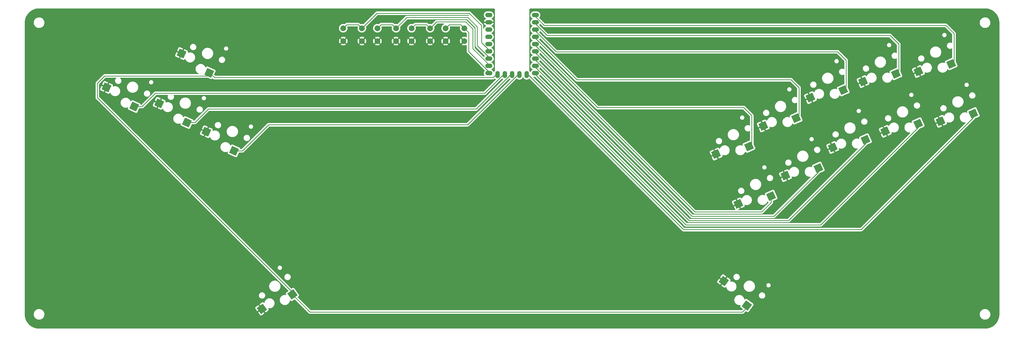
<source format=gbl>
%TF.GenerationSoftware,KiCad,Pcbnew,7.0.5*%
%TF.CreationDate,2023-07-04T10:47:42-05:00*%
%TF.ProjectId,triplejump,74726970-6c65-46a7-956d-702e6b696361,rev?*%
%TF.SameCoordinates,Original*%
%TF.FileFunction,Copper,L2,Bot*%
%TF.FilePolarity,Positive*%
%FSLAX46Y46*%
G04 Gerber Fmt 4.6, Leading zero omitted, Abs format (unit mm)*
G04 Created by KiCad (PCBNEW 7.0.5) date 2023-07-04 10:47:42*
%MOMM*%
%LPD*%
G01*
G04 APERTURE LIST*
G04 Aperture macros list*
%AMRotRect*
0 Rectangle, with rotation*
0 The origin of the aperture is its center*
0 $1 length*
0 $2 width*
0 $3 Rotation angle, in degrees counterclockwise*
0 Add horizontal line*
21,1,$1,$2,0,0,$3*%
G04 Aperture macros list end*
%TA.AperFunction,SMDPad,CuDef*%
%ADD10RotRect,2.600000X2.600000X24.000000*%
%TD*%
%TA.AperFunction,SMDPad,CuDef*%
%ADD11RotRect,2.600000X2.600000X324.000000*%
%TD*%
%TA.AperFunction,SMDPad,CuDef*%
%ADD12RotRect,2.600000X2.600000X36.000000*%
%TD*%
%TA.AperFunction,ComponentPad*%
%ADD13O,2.500000X1.500000*%
%TD*%
%TA.AperFunction,ComponentPad*%
%ADD14O,1.500000X2.500000*%
%TD*%
%TA.AperFunction,SMDPad,CuDef*%
%ADD15RotRect,2.600000X2.600000X336.000000*%
%TD*%
%TA.AperFunction,ComponentPad*%
%ADD16C,2.000000*%
%TD*%
%TA.AperFunction,Conductor*%
%ADD17C,0.250000*%
%TD*%
G04 APERTURE END LIST*
D10*
%TO.P,SW18,1,1*%
%TO.N,B2 (2K)*%
X315286112Y-67942553D03*
%TO.P,SW18,2,2*%
%TO.N,GND*%
X303839842Y-70630561D03*
%TD*%
D11*
%TO.P,SW10,1,1*%
%TO.N,UP*%
X273920456Y-125910730D03*
%TO.P,SW10,2,2*%
%TO.N,GND*%
X265869438Y-117341973D03*
%TD*%
D10*
%TO.P,SW12,1,1*%
%TO.N,B3 (1P)*%
X291077655Y-60405672D03*
%TO.P,SW12,2,2*%
%TO.N,GND*%
X279631385Y-63093680D03*
%TD*%
D12*
%TO.P,SW9,1,1*%
%TO.N,UP*%
X115378605Y-122060736D03*
%TO.P,SW9,2,2*%
%TO.N,GND*%
X104741331Y-127069819D03*
%TD*%
D10*
%TO.P,SW20,1,1*%
%TO.N,L2 (4K)*%
X352920945Y-58799368D03*
%TO.P,SW20,2,2*%
%TO.N,GND*%
X341474675Y-61487376D03*
%TD*%
D13*
%TO.P,U1,1,0*%
%TO.N,L1 (4P)*%
X200120000Y-24340000D03*
%TO.P,U1,2,1*%
%TO.N,R1 (3P)*%
X200120000Y-26880000D03*
%TO.P,U1,3,2*%
%TO.N,B4 (2P)*%
X200120000Y-29420000D03*
%TO.P,U1,4,3*%
%TO.N,B3 (1P)*%
X200120000Y-31960000D03*
%TO.P,U1,5,4*%
%TO.N,(RS) R3*%
X200120000Y-34500000D03*
%TO.P,U1,6,5*%
%TO.N,(LS) L3*%
X200120000Y-37040000D03*
%TO.P,U1,7,6*%
%TO.N,B1 (1K)*%
X200120000Y-39580000D03*
%TO.P,U1,8,7*%
%TO.N,B2 (2K)*%
X200120000Y-42120000D03*
%TO.P,U1,9,8*%
%TO.N,R2 (3K)*%
X200120000Y-44660000D03*
D14*
%TO.P,U1,10,9*%
%TO.N,L2 (4K)*%
X197080000Y-45160000D03*
%TO.P,U1,11,10*%
%TO.N,RIGHT*%
X194540000Y-45160000D03*
%TO.P,U1,12,11*%
%TO.N,DOWN*%
X192000000Y-45160000D03*
%TO.P,U1,13,12*%
%TO.N,LEFT*%
X189460000Y-45160000D03*
%TO.P,U1,14,13*%
%TO.N,UP*%
X186920000Y-45160000D03*
D13*
%TO.P,U1,15,14*%
%TO.N,(CAPTURE) A2*%
X183880000Y-44660000D03*
%TO.P,U1,16,15*%
%TO.N,(HOME) A1*%
X183880000Y-42120000D03*
%TO.P,U1,17,26*%
%TO.N,S1 (SELECT)*%
X183880000Y-39580000D03*
%TO.P,U1,18,27*%
%TO.N,S2 (START)*%
X183880000Y-37040000D03*
%TO.P,U1,19,28*%
%TO.N,RGB LED*%
X183880000Y-34500000D03*
%TO.P,U1,20,29*%
%TO.N,TURBO*%
X183880000Y-31960000D03*
%TO.P,U1,21,3V3*%
%TO.N,unconnected-(U1-3V3-Pad21)*%
X183880000Y-29420000D03*
%TO.P,U1,22,GND*%
%TO.N,GND*%
X183880000Y-26880000D03*
%TO.P,U1,23,5V*%
%TO.N,unconnected-(U1-5V-Pad23)*%
X183880000Y-24340000D03*
%TD*%
D15*
%TO.P,SW5,1,1*%
%TO.N,LEFT*%
X60200195Y-56332205D03*
%TO.P,SW5,2,2*%
%TO.N,GND*%
X50543566Y-49624597D03*
%TD*%
D10*
%TO.P,SW16,1,1*%
%TO.N,(LS) L3*%
X282365864Y-87674873D03*
%TO.P,SW16,2,2*%
%TO.N,GND*%
X270919594Y-90362881D03*
%TD*%
%TO.P,SW14,1,1*%
%TO.N,R1 (3P)*%
X325883737Y-44909006D03*
%TO.P,SW14,2,2*%
%TO.N,GND*%
X314437467Y-47597014D03*
%TD*%
%TO.P,SW15,1,1*%
%TO.N,L1 (4P)*%
X345172612Y-41396327D03*
%TO.P,SW15,2,2*%
%TO.N,GND*%
X333726342Y-44084335D03*
%TD*%
D15*
%TO.P,SW7,1,1*%
%TO.N,RIGHT*%
X95006277Y-71828871D03*
%TO.P,SW7,2,2*%
%TO.N,GND*%
X85349648Y-65121263D03*
%TD*%
D10*
%TO.P,SW19,1,1*%
%TO.N,R2 (3K)*%
X333632070Y-62312047D03*
%TO.P,SW19,2,2*%
%TO.N,GND*%
X322185800Y-65000055D03*
%TD*%
D15*
%TO.P,SW6,1,1*%
%TO.N,DOWN*%
X78571778Y-61905158D03*
%TO.P,SW6,2,2*%
%TO.N,GND*%
X68915149Y-55197550D03*
%TD*%
D10*
%TO.P,SW17,1,1*%
%TO.N,B1 (1K)*%
X298825988Y-77808713D03*
%TO.P,SW17,2,2*%
%TO.N,GND*%
X287379718Y-80496721D03*
%TD*%
D16*
%TO.P,SW4,1,1*%
%TO.N,(CAPTURE) A2*%
X168831250Y-28943750D03*
X175331250Y-28943750D03*
%TO.P,SW4,2,2*%
%TO.N,GND*%
X168831250Y-33443750D03*
X175331250Y-33443750D03*
%TD*%
D10*
%TO.P,SW11,1,1*%
%TO.N,(RS) R3*%
X274617531Y-70271832D03*
%TO.P,SW11,2,2*%
%TO.N,GND*%
X263171261Y-72959840D03*
%TD*%
%TO.P,SW13,1,1*%
%TO.N,B4 (2P)*%
X307537779Y-50539512D03*
%TO.P,SW13,2,2*%
%TO.N,GND*%
X296091509Y-53227520D03*
%TD*%
D15*
%TO.P,SW8,1,1*%
%TO.N,UP*%
X86350734Y-44518927D03*
%TO.P,SW8,2,2*%
%TO.N,GND*%
X76694105Y-37811319D03*
%TD*%
D16*
%TO.P,SW1,1,1*%
%TO.N,S2 (START)*%
X133112500Y-28943750D03*
X139612500Y-28943750D03*
%TO.P,SW1,2,2*%
%TO.N,GND*%
X133112500Y-33443750D03*
X139612500Y-33443750D03*
%TD*%
%TO.P,SW3,1,1*%
%TO.N,(HOME) A1*%
X156925000Y-28943750D03*
X163425000Y-28943750D03*
%TO.P,SW3,2,2*%
%TO.N,GND*%
X156925000Y-33443750D03*
X163425000Y-33443750D03*
%TD*%
%TO.P,SW2,1,1*%
%TO.N,S1 (SELECT)*%
X145018750Y-28943750D03*
X151518750Y-28943750D03*
%TO.P,SW2,2,2*%
%TO.N,GND*%
X145018750Y-33443750D03*
X151518750Y-33443750D03*
%TD*%
D17*
%TO.N,LEFT*%
X62936545Y-56332205D02*
X60200195Y-56332205D01*
X182445452Y-51674548D02*
X67594202Y-51674548D01*
X67594202Y-51674548D02*
X62936545Y-56332205D01*
X189460000Y-44660000D02*
X182445452Y-51674548D01*
%TO.N,DOWN*%
X192000000Y-44660000D02*
X179460000Y-57200000D01*
X81363592Y-61905158D02*
X78571778Y-61905158D01*
X86068750Y-57200000D02*
X81363592Y-61905158D01*
X179460000Y-57200000D02*
X86068750Y-57200000D01*
%TO.N,RIGHT*%
X107068750Y-62700000D02*
X97939879Y-71828871D01*
X176500000Y-62700000D02*
X107068750Y-62700000D01*
X97939879Y-71828871D02*
X95006277Y-71828871D01*
X194540000Y-44660000D02*
X176500000Y-62700000D01*
%TO.N,S2 (START)*%
X181318750Y-27950000D02*
X177068750Y-23700000D01*
X134356250Y-27700000D02*
X138368750Y-27700000D01*
X133112500Y-28943750D02*
X134356250Y-27700000D01*
X138368750Y-27700000D02*
X139612500Y-28943750D01*
X184380000Y-37040000D02*
X181318750Y-33978750D01*
X181318750Y-33978750D02*
X181318750Y-27950000D01*
X144856250Y-23700000D02*
X139612500Y-28943750D01*
X177068750Y-23700000D02*
X144856250Y-23700000D01*
%TO.N,S1 (SELECT)*%
X176568750Y-25200000D02*
X155262500Y-25200000D01*
X155262500Y-25200000D02*
X151518750Y-28943750D01*
X150275000Y-27700000D02*
X151518750Y-28943750D01*
X179818750Y-35018750D02*
X179818750Y-28450000D01*
X146262500Y-27700000D02*
X150275000Y-27700000D01*
X145018750Y-28943750D02*
X146262500Y-27700000D01*
X179818750Y-28450000D02*
X176568750Y-25200000D01*
X184380000Y-39580000D02*
X179818750Y-35018750D01*
%TO.N,(HOME) A1*%
X178318750Y-29200000D02*
X175818750Y-26700000D01*
X158168750Y-27700000D02*
X162181250Y-27700000D01*
X156925000Y-28943750D02*
X158168750Y-27700000D01*
X175818750Y-26700000D02*
X165668750Y-26700000D01*
X178318750Y-36058750D02*
X178318750Y-29200000D01*
X165668750Y-26700000D02*
X163425000Y-28943750D01*
X184380000Y-42120000D02*
X178318750Y-36058750D01*
X162181250Y-27700000D02*
X163425000Y-28943750D01*
%TO.N,(CAPTURE) A2*%
X176818750Y-37098750D02*
X176818750Y-30431250D01*
X184380000Y-44660000D02*
X176818750Y-37098750D01*
X174087500Y-27700000D02*
X175331250Y-28943750D01*
X170075000Y-27700000D02*
X174087500Y-27700000D01*
X176818750Y-30431250D02*
X175331250Y-28943750D01*
X168831250Y-28943750D02*
X170075000Y-27700000D01*
%TO.N,UP*%
X86622656Y-44639995D02*
X85638018Y-45624633D01*
X47318750Y-48200000D02*
X47318750Y-53200000D01*
X121517869Y-128200000D02*
X115378605Y-122060736D01*
X49894117Y-45624633D02*
X47318750Y-48200000D01*
X273920456Y-125910730D02*
X273920456Y-126629512D01*
X185380000Y-46200000D02*
X88182661Y-46200000D01*
X273920456Y-126629512D02*
X272349968Y-128200000D01*
X115378605Y-121259855D02*
X115378605Y-122060736D01*
X85638018Y-45624633D02*
X49894117Y-45624633D01*
X186920000Y-44660000D02*
X185380000Y-46200000D01*
X47318750Y-53200000D02*
X115378605Y-121259855D01*
X88182661Y-46200000D02*
X86622656Y-44639995D01*
X272349968Y-128200000D02*
X121517869Y-128200000D01*
%TO.N,(RS) R3*%
X275602169Y-59483419D02*
X272818750Y-56700000D01*
X272818750Y-56700000D02*
X221820000Y-56700000D01*
X274617531Y-70271832D02*
X275602169Y-69287194D01*
X221820000Y-56700000D02*
X199620000Y-34500000D01*
X275602169Y-69287194D02*
X275602169Y-59483419D01*
%TO.N,B3 (1P)*%
X292062293Y-59421034D02*
X292062293Y-49693543D01*
X289318750Y-46950000D02*
X214610000Y-46950000D01*
X214610000Y-46950000D02*
X199620000Y-31960000D01*
X292062293Y-49693543D02*
X289318750Y-46950000D01*
X291077655Y-60405672D02*
X292062293Y-59421034D01*
%TO.N,B4 (2P)*%
X307537779Y-50539512D02*
X308522417Y-49554874D01*
X308522417Y-40153667D02*
X305568750Y-37200000D01*
X207400000Y-37200000D02*
X199620000Y-29420000D01*
X308522417Y-49554874D02*
X308522417Y-40153667D01*
X305568750Y-37200000D02*
X207400000Y-37200000D01*
%TO.N,R1 (3P)*%
X326868375Y-34499625D02*
X323818750Y-31450000D01*
X325883737Y-44909006D02*
X326868375Y-43924368D01*
X204190000Y-31450000D02*
X199620000Y-26880000D01*
X323818750Y-31450000D02*
X204190000Y-31450000D01*
X326868375Y-43924368D02*
X326868375Y-34499625D01*
%TO.N,L1 (4P)*%
X346157250Y-30788500D02*
X343318750Y-27950000D01*
X346157250Y-40411689D02*
X346157250Y-30788500D01*
X203230000Y-27950000D02*
X199620000Y-24340000D01*
X343318750Y-27950000D02*
X203230000Y-27950000D01*
X345172612Y-41396327D02*
X346157250Y-40411689D01*
%TO.N,(LS) L3*%
X279068750Y-93200000D02*
X255780000Y-93200000D01*
X255780000Y-93200000D02*
X199620000Y-37040000D01*
X282365864Y-89902886D02*
X279068750Y-93200000D01*
X282365864Y-87674873D02*
X282365864Y-89902886D01*
%TO.N,B1 (1K)*%
X254740000Y-94700000D02*
X199620000Y-39580000D01*
X298825988Y-77808713D02*
X298825988Y-79231740D01*
X298825988Y-79231740D02*
X283357728Y-94700000D01*
X283357728Y-94700000D02*
X254740000Y-94700000D01*
%TO.N,B2 (2K)*%
X288451692Y-96200000D02*
X253700000Y-96200000D01*
X315286112Y-67942553D02*
X315286112Y-69365580D01*
X253700000Y-96200000D02*
X199620000Y-42120000D01*
X315286112Y-69365580D02*
X288451692Y-96200000D01*
%TO.N,R2 (3K)*%
X333632070Y-63735074D02*
X299667144Y-97700000D01*
X252660000Y-97700000D02*
X199620000Y-44660000D01*
X333632070Y-62312047D02*
X333632070Y-63735074D01*
X299667144Y-97700000D02*
X252660000Y-97700000D01*
%TO.N,L2 (4K)*%
X352920945Y-60222395D02*
X313793340Y-99350000D01*
X251770000Y-99350000D02*
X197080000Y-44660000D01*
X352920945Y-58799368D02*
X352920945Y-60222395D01*
X313793340Y-99350000D02*
X251770000Y-99350000D01*
%TD*%
%TA.AperFunction,Conductor*%
%TO.N,GND*%
G36*
X185503456Y-22000889D02*
G01*
X185526354Y-22003469D01*
X185605831Y-22013932D01*
X185630597Y-22019829D01*
X185664735Y-22031775D01*
X185667984Y-22033015D01*
X185722195Y-22055469D01*
X185740695Y-22065027D01*
X185775520Y-22086909D01*
X185780267Y-22090212D01*
X185828200Y-22126993D01*
X185834295Y-22132337D01*
X185867660Y-22165702D01*
X185873005Y-22171798D01*
X185909786Y-22219731D01*
X185913097Y-22224490D01*
X185934967Y-22259296D01*
X185944536Y-22277818D01*
X185966983Y-22332014D01*
X185968223Y-22335263D01*
X185980169Y-22369401D01*
X185986066Y-22394169D01*
X185996528Y-22473632D01*
X185999110Y-22496537D01*
X185999500Y-22503486D01*
X185999500Y-43725467D01*
X185999416Y-43725889D01*
X185999488Y-43766221D01*
X185979922Y-43833295D01*
X185968869Y-43848025D01*
X185904236Y-43922002D01*
X185788787Y-44115232D01*
X185788784Y-44115237D01*
X185768084Y-44170391D01*
X185726098Y-44226238D01*
X185660583Y-44250520D01*
X185592341Y-44235528D01*
X185543038Y-44186021D01*
X185536838Y-44171593D01*
X185536703Y-44171651D01*
X185534517Y-44166536D01*
X185427853Y-43968321D01*
X185427851Y-43968318D01*
X185423490Y-43962850D01*
X185367107Y-43892147D01*
X185287510Y-43792336D01*
X185287508Y-43792334D01*
X185117996Y-43644235D01*
X184924767Y-43528787D01*
X184924768Y-43528787D01*
X184924766Y-43528786D01*
X184924764Y-43528785D01*
X184865896Y-43506691D01*
X184810050Y-43464706D01*
X184785767Y-43399191D01*
X184800759Y-43330949D01*
X184850265Y-43281645D01*
X184855610Y-43278907D01*
X185023973Y-43197829D01*
X185206078Y-43065522D01*
X185361632Y-42902825D01*
X185485635Y-42714968D01*
X185505047Y-42669553D01*
X185574100Y-42507995D01*
X185574099Y-42507995D01*
X185574103Y-42507988D01*
X185624191Y-42288537D01*
X185634290Y-42063670D01*
X185604075Y-41840613D01*
X185534517Y-41626536D01*
X185427852Y-41428319D01*
X185355166Y-41337174D01*
X185287510Y-41252336D01*
X185252471Y-41221723D01*
X185117996Y-41104235D01*
X184924767Y-40988787D01*
X184924768Y-40988787D01*
X184924766Y-40988786D01*
X184924764Y-40988785D01*
X184865896Y-40966691D01*
X184810050Y-40924706D01*
X184785767Y-40859191D01*
X184800759Y-40790949D01*
X184850265Y-40741645D01*
X184855610Y-40738907D01*
X185023973Y-40657829D01*
X185206078Y-40525522D01*
X185361632Y-40362825D01*
X185485635Y-40174968D01*
X185511560Y-40114315D01*
X185574100Y-39967995D01*
X185574099Y-39967995D01*
X185574103Y-39967988D01*
X185624191Y-39748537D01*
X185634290Y-39523670D01*
X185604075Y-39300613D01*
X185534517Y-39086536D01*
X185518918Y-39057549D01*
X185450439Y-38930292D01*
X185427852Y-38888319D01*
X185319749Y-38752763D01*
X185287510Y-38712336D01*
X185252581Y-38681819D01*
X185117996Y-38564235D01*
X184924767Y-38448787D01*
X184924768Y-38448787D01*
X184924766Y-38448786D01*
X184924764Y-38448785D01*
X184865896Y-38426691D01*
X184810050Y-38384706D01*
X184785767Y-38319191D01*
X184800759Y-38250949D01*
X184850265Y-38201645D01*
X184855610Y-38198907D01*
X185023973Y-38117829D01*
X185206078Y-37985522D01*
X185361632Y-37822825D01*
X185485635Y-37634968D01*
X185512055Y-37573157D01*
X185574100Y-37427995D01*
X185574099Y-37427995D01*
X185574103Y-37427988D01*
X185624191Y-37208537D01*
X185634290Y-36983670D01*
X185604075Y-36760613D01*
X185534517Y-36546536D01*
X185427852Y-36348319D01*
X185331678Y-36227721D01*
X185287510Y-36172336D01*
X185287508Y-36172334D01*
X185117996Y-36024235D01*
X184924767Y-35908787D01*
X184924768Y-35908787D01*
X184924766Y-35908786D01*
X184924764Y-35908785D01*
X184865896Y-35886691D01*
X184810050Y-35844706D01*
X184785767Y-35779191D01*
X184800759Y-35710949D01*
X184850265Y-35661645D01*
X184855610Y-35658907D01*
X185023973Y-35577829D01*
X185206078Y-35445522D01*
X185361632Y-35282825D01*
X185485635Y-35094968D01*
X185500253Y-35060769D01*
X185574100Y-34887995D01*
X185574099Y-34887995D01*
X185574103Y-34887988D01*
X185624191Y-34668537D01*
X185634290Y-34443670D01*
X185604075Y-34220613D01*
X185534517Y-34006536D01*
X185514493Y-33969326D01*
X185427853Y-33808321D01*
X185427851Y-33808318D01*
X185287510Y-33632336D01*
X185284453Y-33629665D01*
X185117996Y-33484235D01*
X184924767Y-33368787D01*
X184924768Y-33368787D01*
X184924766Y-33368786D01*
X184924764Y-33368785D01*
X184865896Y-33346691D01*
X184810050Y-33304706D01*
X184785767Y-33239191D01*
X184800759Y-33170949D01*
X184850265Y-33121645D01*
X184855610Y-33118907D01*
X185023973Y-33037829D01*
X185206078Y-32905522D01*
X185361632Y-32742825D01*
X185485635Y-32554968D01*
X185574103Y-32347988D01*
X185624191Y-32128537D01*
X185634290Y-31903670D01*
X185604075Y-31680613D01*
X185534517Y-31466536D01*
X185427852Y-31268319D01*
X185287508Y-31092334D01*
X185117996Y-30944235D01*
X184924767Y-30828787D01*
X184924768Y-30828787D01*
X184924766Y-30828786D01*
X184924764Y-30828785D01*
X184865896Y-30806691D01*
X184810050Y-30764706D01*
X184785767Y-30699191D01*
X184800759Y-30630949D01*
X184850265Y-30581645D01*
X184855610Y-30578907D01*
X185023973Y-30497829D01*
X185206078Y-30365522D01*
X185361632Y-30202825D01*
X185485635Y-30014968D01*
X185574103Y-29807988D01*
X185624191Y-29588537D01*
X185634290Y-29363670D01*
X185604075Y-29140613D01*
X185534517Y-28926536D01*
X185427852Y-28728319D01*
X185306202Y-28575775D01*
X185287510Y-28552336D01*
X185281954Y-28547482D01*
X185117996Y-28404235D01*
X184924766Y-28288786D01*
X184924765Y-28288785D01*
X184865250Y-28266449D01*
X184809402Y-28224463D01*
X184785119Y-28158949D01*
X184800111Y-28090706D01*
X184849617Y-28041402D01*
X184855020Y-28038635D01*
X185023716Y-27957396D01*
X185205741Y-27825148D01*
X185205749Y-27825142D01*
X185361237Y-27662513D01*
X185485191Y-27474733D01*
X185573624Y-27267830D01*
X185573627Y-27267821D01*
X185605084Y-27130000D01*
X184813686Y-27130000D01*
X184839493Y-27089844D01*
X184880000Y-26951889D01*
X184880000Y-26808111D01*
X184839493Y-26670156D01*
X184813686Y-26630000D01*
X185607550Y-26630000D01*
X185607550Y-26629999D01*
X185603584Y-26600721D01*
X185534054Y-26386731D01*
X185427434Y-26188598D01*
X185427432Y-26188595D01*
X185287145Y-26012679D01*
X185117707Y-25864647D01*
X185117699Y-25864640D01*
X184924553Y-25749240D01*
X184924548Y-25749238D01*
X184865275Y-25726992D01*
X184809427Y-25685006D01*
X184785144Y-25619492D01*
X184800136Y-25551250D01*
X184849642Y-25501945D01*
X184854986Y-25499207D01*
X185023973Y-25417829D01*
X185206078Y-25285522D01*
X185361632Y-25122825D01*
X185485635Y-24934968D01*
X185553450Y-24776309D01*
X185574100Y-24727995D01*
X185574099Y-24727995D01*
X185574103Y-24727988D01*
X185624191Y-24508537D01*
X185634290Y-24283670D01*
X185604075Y-24060613D01*
X185534517Y-23846536D01*
X185427852Y-23648319D01*
X185287508Y-23472334D01*
X185117996Y-23324235D01*
X184924764Y-23208785D01*
X184787655Y-23157327D01*
X184714023Y-23129692D01*
X184492550Y-23089500D01*
X184492547Y-23089500D01*
X183323845Y-23089500D01*
X183285399Y-23092960D01*
X183155813Y-23104622D01*
X183155807Y-23104623D01*
X182938839Y-23164503D01*
X182938826Y-23164508D01*
X182736033Y-23262167D01*
X182736025Y-23262171D01*
X182553927Y-23394473D01*
X182553925Y-23394474D01*
X182398366Y-23557176D01*
X182274363Y-23745033D01*
X182185899Y-23952004D01*
X182185895Y-23952017D01*
X182135810Y-24171457D01*
X182135808Y-24171468D01*
X182126536Y-24377931D01*
X182125710Y-24396330D01*
X182155925Y-24619387D01*
X182155926Y-24619390D01*
X182225483Y-24833465D01*
X182332146Y-25031678D01*
X182332148Y-25031681D01*
X182472489Y-25207663D01*
X182472491Y-25207664D01*
X182472492Y-25207666D01*
X182642004Y-25355765D01*
X182835236Y-25471215D01*
X182894748Y-25493550D01*
X182950596Y-25535535D01*
X182974880Y-25601049D01*
X182959889Y-25669292D01*
X182910383Y-25718596D01*
X182904979Y-25721363D01*
X182736291Y-25802598D01*
X182736283Y-25802602D01*
X182554258Y-25934851D01*
X182554250Y-25934857D01*
X182398762Y-26097486D01*
X182274808Y-26285266D01*
X182186375Y-26492169D01*
X182186372Y-26492178D01*
X182154915Y-26629999D01*
X182154916Y-26630000D01*
X183946314Y-26630000D01*
X183920507Y-26670156D01*
X183880000Y-26808111D01*
X183880000Y-26951889D01*
X183920507Y-27089844D01*
X183946314Y-27130000D01*
X182152449Y-27130000D01*
X182156415Y-27159278D01*
X182225945Y-27373268D01*
X182332565Y-27571401D01*
X182332567Y-27571404D01*
X182472854Y-27747320D01*
X182642292Y-27895352D01*
X182642300Y-27895359D01*
X182835446Y-28010759D01*
X182835454Y-28010763D01*
X182894723Y-28033007D01*
X182950571Y-28074992D01*
X182974855Y-28140506D01*
X182959864Y-28208748D01*
X182910358Y-28258053D01*
X182904954Y-28260820D01*
X182736033Y-28342167D01*
X182736025Y-28342171D01*
X182553927Y-28474473D01*
X182553925Y-28474474D01*
X182398366Y-28637176D01*
X182274363Y-28825033D01*
X182183708Y-29037132D01*
X182182450Y-29036594D01*
X182146740Y-29088816D01*
X182082380Y-29116011D01*
X182013534Y-29104094D01*
X181962060Y-29056848D01*
X181944250Y-28992819D01*
X181944250Y-28032742D01*
X181945974Y-28017122D01*
X181945689Y-28017095D01*
X181946423Y-28009333D01*
X181944281Y-27941139D01*
X181944250Y-27939192D01*
X181944250Y-27910656D01*
X181944250Y-27910650D01*
X181943381Y-27903779D01*
X181942923Y-27897952D01*
X181942841Y-27895352D01*
X181941460Y-27851373D01*
X181935869Y-27832130D01*
X181931923Y-27813078D01*
X181929414Y-27793208D01*
X181912254Y-27749867D01*
X181910374Y-27744379D01*
X181897368Y-27699610D01*
X181887172Y-27682370D01*
X181878611Y-27664894D01*
X181871237Y-27646270D01*
X181871236Y-27646268D01*
X181843829Y-27608545D01*
X181840638Y-27603686D01*
X181837915Y-27599082D01*
X181816920Y-27563580D01*
X181816918Y-27563578D01*
X181816915Y-27563574D01*
X181802756Y-27549415D01*
X181790118Y-27534619D01*
X181787273Y-27530703D01*
X181778344Y-27518413D01*
X181773830Y-27514679D01*
X181742438Y-27488709D01*
X181738126Y-27484786D01*
X177569553Y-23316212D01*
X177559730Y-23303950D01*
X177559509Y-23304134D01*
X177554536Y-23298122D01*
X177504816Y-23251432D01*
X177503416Y-23250075D01*
X177483226Y-23229884D01*
X177477736Y-23225625D01*
X177473311Y-23221847D01*
X177439332Y-23189938D01*
X177439330Y-23189936D01*
X177439327Y-23189935D01*
X177421779Y-23180288D01*
X177405513Y-23169604D01*
X177389686Y-23157327D01*
X177389685Y-23157326D01*
X177389683Y-23157325D01*
X177346918Y-23138818D01*
X177341672Y-23136248D01*
X177300843Y-23113803D01*
X177300842Y-23113802D01*
X177281443Y-23108822D01*
X177263031Y-23102518D01*
X177244648Y-23094562D01*
X177244642Y-23094560D01*
X177198624Y-23087272D01*
X177192902Y-23086087D01*
X177147771Y-23074500D01*
X177147769Y-23074500D01*
X177127734Y-23074500D01*
X177108336Y-23072973D01*
X177100912Y-23071797D01*
X177088555Y-23069840D01*
X177088554Y-23069840D01*
X177042166Y-23074225D01*
X177036328Y-23074500D01*
X144938987Y-23074500D01*
X144923370Y-23072776D01*
X144923343Y-23073062D01*
X144915581Y-23072327D01*
X144847421Y-23074469D01*
X144845474Y-23074500D01*
X144816900Y-23074500D01*
X144816179Y-23074590D01*
X144810007Y-23075369D01*
X144804195Y-23075826D01*
X144757622Y-23077290D01*
X144757619Y-23077291D01*
X144738376Y-23082881D01*
X144719333Y-23086825D01*
X144699454Y-23089336D01*
X144699453Y-23089337D01*
X144656128Y-23106490D01*
X144650602Y-23108382D01*
X144605858Y-23121383D01*
X144605854Y-23121385D01*
X144588615Y-23131580D01*
X144571148Y-23140137D01*
X144552519Y-23147512D01*
X144552517Y-23147513D01*
X144514814Y-23174906D01*
X144509932Y-23178112D01*
X144469830Y-23201828D01*
X144455658Y-23216000D01*
X144440873Y-23228628D01*
X144424662Y-23240407D01*
X144394959Y-23276310D01*
X144391027Y-23280631D01*
X140189728Y-27481929D01*
X140128405Y-27515414D01*
X140061784Y-27511529D01*
X139982116Y-27484179D01*
X139736835Y-27443250D01*
X139488165Y-27443250D01*
X139242886Y-27484178D01*
X139163213Y-27511530D01*
X139093414Y-27514679D01*
X139035270Y-27481929D01*
X138869553Y-27316212D01*
X138859730Y-27303950D01*
X138859509Y-27304134D01*
X138854536Y-27298122D01*
X138804816Y-27251432D01*
X138803416Y-27250075D01*
X138783226Y-27229884D01*
X138777736Y-27225625D01*
X138773311Y-27221847D01*
X138739332Y-27189938D01*
X138739330Y-27189936D01*
X138739327Y-27189935D01*
X138721779Y-27180288D01*
X138705513Y-27169604D01*
X138689686Y-27157327D01*
X138689685Y-27157326D01*
X138689683Y-27157325D01*
X138646918Y-27138818D01*
X138641672Y-27136248D01*
X138600843Y-27113803D01*
X138600842Y-27113802D01*
X138581443Y-27108822D01*
X138563031Y-27102518D01*
X138544648Y-27094562D01*
X138544642Y-27094560D01*
X138498624Y-27087272D01*
X138492902Y-27086087D01*
X138447771Y-27074500D01*
X138447769Y-27074500D01*
X138427734Y-27074500D01*
X138408336Y-27072973D01*
X138400912Y-27071797D01*
X138388555Y-27069840D01*
X138388554Y-27069840D01*
X138342166Y-27074225D01*
X138336328Y-27074500D01*
X134438988Y-27074500D01*
X134423371Y-27072776D01*
X134423344Y-27073062D01*
X134415582Y-27072327D01*
X134347422Y-27074469D01*
X134345475Y-27074500D01*
X134316900Y-27074500D01*
X134316179Y-27074590D01*
X134310007Y-27075369D01*
X134304195Y-27075826D01*
X134257623Y-27077290D01*
X134257622Y-27077290D01*
X134238379Y-27082881D01*
X134219329Y-27086825D01*
X134199461Y-27089334D01*
X134199459Y-27089335D01*
X134156134Y-27106488D01*
X134150607Y-27108380D01*
X134105860Y-27121381D01*
X134105859Y-27121382D01*
X134088617Y-27131579D01*
X134071149Y-27140137D01*
X134052519Y-27147513D01*
X134052517Y-27147514D01*
X134014826Y-27174898D01*
X134009944Y-27178105D01*
X133969829Y-27201830D01*
X133955658Y-27216000D01*
X133940873Y-27228628D01*
X133924662Y-27240407D01*
X133894959Y-27276310D01*
X133891027Y-27280631D01*
X133689728Y-27481929D01*
X133628405Y-27515414D01*
X133561784Y-27511529D01*
X133482116Y-27484179D01*
X133236835Y-27443250D01*
X132988165Y-27443250D01*
X132742883Y-27484179D01*
X132507697Y-27564919D01*
X132507688Y-27564922D01*
X132288993Y-27683274D01*
X132092757Y-27836011D01*
X131924333Y-28018967D01*
X131788326Y-28227143D01*
X131688436Y-28454868D01*
X131627392Y-28695925D01*
X131627390Y-28695937D01*
X131606857Y-28943744D01*
X131606857Y-28943755D01*
X131627390Y-29191562D01*
X131627392Y-29191574D01*
X131688436Y-29432631D01*
X131788326Y-29660356D01*
X131924333Y-29868532D01*
X131924336Y-29868535D01*
X132092756Y-30051488D01*
X132288991Y-30204224D01*
X132507690Y-30322578D01*
X132742886Y-30403321D01*
X132988165Y-30444250D01*
X133236835Y-30444250D01*
X133482114Y-30403321D01*
X133717310Y-30322578D01*
X133936009Y-30204224D01*
X134132244Y-30051488D01*
X134300664Y-29868535D01*
X134436673Y-29660357D01*
X134536563Y-29432631D01*
X134597608Y-29191571D01*
X134600170Y-29160650D01*
X134618143Y-28943755D01*
X134618143Y-28943744D01*
X134597609Y-28695937D01*
X134597608Y-28695933D01*
X134597608Y-28695929D01*
X134543636Y-28482799D01*
X134546260Y-28412982D01*
X134576187Y-28364653D01*
X134579052Y-28361788D01*
X134640388Y-28328325D01*
X134666704Y-28325500D01*
X138058298Y-28325500D01*
X138125337Y-28345185D01*
X138145979Y-28361819D01*
X138148838Y-28364678D01*
X138182323Y-28426001D01*
X138181363Y-28482799D01*
X138127392Y-28695924D01*
X138127390Y-28695937D01*
X138106857Y-28943744D01*
X138106857Y-28943755D01*
X138127390Y-29191562D01*
X138127392Y-29191574D01*
X138188436Y-29432631D01*
X138288326Y-29660356D01*
X138424333Y-29868532D01*
X138424336Y-29868535D01*
X138592756Y-30051488D01*
X138788991Y-30204224D01*
X139007690Y-30322578D01*
X139242886Y-30403321D01*
X139488165Y-30444250D01*
X139736835Y-30444250D01*
X139982114Y-30403321D01*
X140217310Y-30322578D01*
X140436009Y-30204224D01*
X140632244Y-30051488D01*
X140800664Y-29868535D01*
X140936673Y-29660357D01*
X141036563Y-29432631D01*
X141097608Y-29191571D01*
X141100170Y-29160650D01*
X141118143Y-28943755D01*
X141118143Y-28943744D01*
X141097609Y-28695937D01*
X141097608Y-28695933D01*
X141097608Y-28695929D01*
X141093577Y-28680012D01*
X141049004Y-28503997D01*
X141043636Y-28482799D01*
X141046260Y-28412980D01*
X141076158Y-28364680D01*
X145079021Y-24361819D01*
X145140345Y-24328334D01*
X145166703Y-24325500D01*
X155282554Y-24325500D01*
X155306997Y-24332677D01*
X155316511Y-24327762D01*
X155340086Y-24325500D01*
X176543985Y-24325500D01*
X176582275Y-24336743D01*
X176605531Y-24326522D01*
X176621421Y-24325500D01*
X176758298Y-24325500D01*
X176825337Y-24345185D01*
X176845979Y-24361819D01*
X176874029Y-24389869D01*
X176907514Y-24451192D01*
X176902530Y-24520884D01*
X176860658Y-24576817D01*
X176795194Y-24601234D01*
X176751752Y-24596626D01*
X176744645Y-24594561D01*
X176698624Y-24587272D01*
X176692902Y-24586087D01*
X176647771Y-24574500D01*
X176647769Y-24574500D01*
X176627734Y-24574500D01*
X176608337Y-24572973D01*
X176602020Y-24571972D01*
X176585596Y-24564186D01*
X176578920Y-24568477D01*
X176555654Y-24572950D01*
X176542166Y-24574225D01*
X176536328Y-24574500D01*
X155345243Y-24574500D01*
X155329619Y-24572775D01*
X155329592Y-24573061D01*
X155328408Y-24572949D01*
X155327343Y-24572523D01*
X155318195Y-24571514D01*
X155314222Y-24570626D01*
X155314599Y-24568938D01*
X155286449Y-24573438D01*
X155284944Y-24573486D01*
X155253653Y-24574469D01*
X155251706Y-24574500D01*
X155223149Y-24574500D01*
X155216266Y-24575369D01*
X155210449Y-24575826D01*
X155163873Y-24577290D01*
X155144629Y-24582881D01*
X155125579Y-24586825D01*
X155105711Y-24589334D01*
X155062384Y-24606488D01*
X155056858Y-24608379D01*
X155012114Y-24621379D01*
X155012110Y-24621381D01*
X154994866Y-24631579D01*
X154977405Y-24640133D01*
X154958774Y-24647510D01*
X154958762Y-24647517D01*
X154921070Y-24674902D01*
X154916187Y-24678109D01*
X154876080Y-24701829D01*
X154861914Y-24715995D01*
X154847124Y-24728627D01*
X154830914Y-24740404D01*
X154830911Y-24740407D01*
X154801210Y-24776309D01*
X154797277Y-24780631D01*
X152095978Y-27481929D01*
X152034655Y-27515414D01*
X151968034Y-27511529D01*
X151888366Y-27484179D01*
X151643085Y-27443250D01*
X151394415Y-27443250D01*
X151149136Y-27484178D01*
X151069463Y-27511530D01*
X150999664Y-27514679D01*
X150941520Y-27481929D01*
X150775803Y-27316212D01*
X150765980Y-27303950D01*
X150765759Y-27304134D01*
X150760786Y-27298122D01*
X150711066Y-27251432D01*
X150709666Y-27250075D01*
X150689476Y-27229884D01*
X150683986Y-27225625D01*
X150679561Y-27221847D01*
X150645582Y-27189938D01*
X150645580Y-27189936D01*
X150645577Y-27189935D01*
X150628029Y-27180288D01*
X150611763Y-27169604D01*
X150595936Y-27157327D01*
X150595935Y-27157326D01*
X150595933Y-27157325D01*
X150553168Y-27138818D01*
X150547922Y-27136248D01*
X150507093Y-27113803D01*
X150507092Y-27113802D01*
X150487693Y-27108822D01*
X150469281Y-27102518D01*
X150450898Y-27094562D01*
X150450892Y-27094560D01*
X150404874Y-27087272D01*
X150399152Y-27086087D01*
X150354021Y-27074500D01*
X150354019Y-27074500D01*
X150333984Y-27074500D01*
X150314586Y-27072973D01*
X150307162Y-27071797D01*
X150294805Y-27069840D01*
X150294804Y-27069840D01*
X150248416Y-27074225D01*
X150242578Y-27074500D01*
X146345238Y-27074500D01*
X146329621Y-27072776D01*
X146329594Y-27073062D01*
X146321832Y-27072327D01*
X146253672Y-27074469D01*
X146251725Y-27074500D01*
X146223150Y-27074500D01*
X146222429Y-27074590D01*
X146216257Y-27075369D01*
X146210445Y-27075826D01*
X146163873Y-27077290D01*
X146163872Y-27077290D01*
X146144629Y-27082881D01*
X146125579Y-27086825D01*
X146105711Y-27089334D01*
X146105709Y-27089335D01*
X146062384Y-27106488D01*
X146056857Y-27108380D01*
X146012110Y-27121381D01*
X146012109Y-27121382D01*
X145994867Y-27131579D01*
X145977399Y-27140137D01*
X145958769Y-27147513D01*
X145958767Y-27147514D01*
X145921076Y-27174898D01*
X145916194Y-27178105D01*
X145876079Y-27201830D01*
X145861908Y-27216000D01*
X145847123Y-27228628D01*
X145830912Y-27240407D01*
X145801209Y-27276310D01*
X145797277Y-27280631D01*
X145595978Y-27481929D01*
X145534655Y-27515414D01*
X145468034Y-27511529D01*
X145388366Y-27484179D01*
X145143085Y-27443250D01*
X144894415Y-27443250D01*
X144649133Y-27484179D01*
X144413947Y-27564919D01*
X144413938Y-27564922D01*
X144195243Y-27683274D01*
X143999007Y-27836011D01*
X143830583Y-28018967D01*
X143694576Y-28227143D01*
X143594686Y-28454868D01*
X143533642Y-28695925D01*
X143533640Y-28695937D01*
X143513107Y-28943744D01*
X143513107Y-28943755D01*
X143533640Y-29191562D01*
X143533642Y-29191574D01*
X143594686Y-29432631D01*
X143694576Y-29660356D01*
X143830583Y-29868532D01*
X143830586Y-29868535D01*
X143999006Y-30051488D01*
X144195241Y-30204224D01*
X144413940Y-30322578D01*
X144649136Y-30403321D01*
X144894415Y-30444250D01*
X145143085Y-30444250D01*
X145388364Y-30403321D01*
X145623560Y-30322578D01*
X145842259Y-30204224D01*
X146038494Y-30051488D01*
X146206914Y-29868535D01*
X146342923Y-29660357D01*
X146442813Y-29432631D01*
X146503858Y-29191571D01*
X146506420Y-29160650D01*
X146524393Y-28943755D01*
X146524393Y-28943744D01*
X146503859Y-28695937D01*
X146503858Y-28695933D01*
X146503858Y-28695929D01*
X146449886Y-28482799D01*
X146452510Y-28412982D01*
X146482437Y-28364653D01*
X146485302Y-28361788D01*
X146546638Y-28328325D01*
X146572954Y-28325500D01*
X149964548Y-28325500D01*
X150031587Y-28345185D01*
X150052229Y-28361819D01*
X150055088Y-28364678D01*
X150088573Y-28426001D01*
X150087613Y-28482799D01*
X150033642Y-28695924D01*
X150033640Y-28695937D01*
X150013107Y-28943744D01*
X150013107Y-28943755D01*
X150033640Y-29191562D01*
X150033642Y-29191574D01*
X150094686Y-29432631D01*
X150194576Y-29660356D01*
X150330583Y-29868532D01*
X150330586Y-29868535D01*
X150499006Y-30051488D01*
X150695241Y-30204224D01*
X150913940Y-30322578D01*
X151149136Y-30403321D01*
X151394415Y-30444250D01*
X151643085Y-30444250D01*
X151888364Y-30403321D01*
X152123560Y-30322578D01*
X152342259Y-30204224D01*
X152538494Y-30051488D01*
X152706914Y-29868535D01*
X152842923Y-29660357D01*
X152942813Y-29432631D01*
X153003858Y-29191571D01*
X153006420Y-29160650D01*
X153024393Y-28943755D01*
X153024393Y-28943744D01*
X153003859Y-28695937D01*
X153003858Y-28695933D01*
X153003858Y-28695929D01*
X152999827Y-28680012D01*
X152955254Y-28503997D01*
X152949886Y-28482799D01*
X152952510Y-28412980D01*
X152982408Y-28364680D01*
X155485271Y-25861819D01*
X155546595Y-25828334D01*
X155572953Y-25825500D01*
X165688797Y-25825500D01*
X165713244Y-25832678D01*
X165722761Y-25827762D01*
X165746336Y-25825500D01*
X175793985Y-25825500D01*
X175832275Y-25836743D01*
X175855531Y-25826522D01*
X175871421Y-25825500D01*
X176258298Y-25825500D01*
X176325337Y-25845185D01*
X176345979Y-25861819D01*
X179156931Y-28672771D01*
X179190416Y-28734094D01*
X179193250Y-28760452D01*
X179193250Y-29220053D01*
X179186073Y-29244493D01*
X179190986Y-29254000D01*
X179193250Y-29277585D01*
X179193250Y-34936005D01*
X179191524Y-34951627D01*
X179191810Y-34951654D01*
X179191699Y-34952828D01*
X179191275Y-34953889D01*
X179190263Y-34963056D01*
X179189374Y-34967033D01*
X179187689Y-34966656D01*
X179192189Y-34994801D01*
X179193219Y-35027596D01*
X179193250Y-35029543D01*
X179193250Y-35058093D01*
X179193251Y-35058110D01*
X179194118Y-35064981D01*
X179194576Y-35070800D01*
X179196040Y-35117374D01*
X179196041Y-35117377D01*
X179201630Y-35136617D01*
X179205574Y-35155661D01*
X179208086Y-35175541D01*
X179225240Y-35218869D01*
X179227132Y-35224397D01*
X179240131Y-35269138D01*
X179250330Y-35286384D01*
X179258888Y-35303853D01*
X179266264Y-35322482D01*
X179293648Y-35360173D01*
X179296856Y-35365057D01*
X179320577Y-35405166D01*
X179320583Y-35405174D01*
X179334740Y-35419330D01*
X179347378Y-35434126D01*
X179355660Y-35445526D01*
X179359156Y-35450337D01*
X179386268Y-35472766D01*
X179395059Y-35480038D01*
X179399370Y-35483960D01*
X180945105Y-37029695D01*
X182466214Y-38550804D01*
X182499699Y-38612127D01*
X182494715Y-38681819D01*
X182468161Y-38724175D01*
X182398369Y-38797173D01*
X182300526Y-38945399D01*
X182247166Y-38990504D01*
X182177891Y-38999600D01*
X182114695Y-38969799D01*
X182109358Y-38964768D01*
X180587136Y-37442546D01*
X178980569Y-35835978D01*
X178947084Y-35774655D01*
X178944250Y-35748297D01*
X178944250Y-34998696D01*
X178951428Y-34974249D01*
X178946513Y-34964737D01*
X178944250Y-34941156D01*
X178944250Y-29282742D01*
X178945973Y-29267129D01*
X178945688Y-29267102D01*
X178945800Y-29265917D01*
X178946225Y-29264851D01*
X178947237Y-29255688D01*
X178948125Y-29251716D01*
X178949810Y-29252092D01*
X178945311Y-29223948D01*
X178944281Y-29191152D01*
X178944250Y-29189205D01*
X178944250Y-29160654D01*
X178944250Y-29160650D01*
X178943381Y-29153772D01*
X178942922Y-29147943D01*
X178941459Y-29101372D01*
X178935872Y-29082144D01*
X178931924Y-29063084D01*
X178929414Y-29043208D01*
X178929413Y-29043206D01*
X178929413Y-29043204D01*
X178912262Y-28999887D01*
X178910369Y-28994358D01*
X178897368Y-28949609D01*
X178897366Y-28949606D01*
X178887173Y-28932371D01*
X178878611Y-28914894D01*
X178871237Y-28896270D01*
X178871236Y-28896268D01*
X178843829Y-28858545D01*
X178840638Y-28853686D01*
X178838753Y-28850499D01*
X178816920Y-28813580D01*
X178816918Y-28813578D01*
X178816915Y-28813574D01*
X178802756Y-28799415D01*
X178790118Y-28784619D01*
X178784422Y-28776779D01*
X178778344Y-28768413D01*
X178742438Y-28738709D01*
X178738126Y-28734786D01*
X176319553Y-26316212D01*
X176309730Y-26303950D01*
X176309509Y-26304134D01*
X176304536Y-26298122D01*
X176254816Y-26251432D01*
X176253416Y-26250075D01*
X176233226Y-26229884D01*
X176227736Y-26225625D01*
X176223311Y-26221847D01*
X176189332Y-26189938D01*
X176189330Y-26189936D01*
X176189327Y-26189935D01*
X176171779Y-26180288D01*
X176155513Y-26169604D01*
X176146646Y-26162726D01*
X176139686Y-26157327D01*
X176139685Y-26157326D01*
X176139683Y-26157325D01*
X176096918Y-26138818D01*
X176091672Y-26136248D01*
X176050843Y-26113803D01*
X176050842Y-26113802D01*
X176031443Y-26108822D01*
X176013031Y-26102518D01*
X175994648Y-26094562D01*
X175994642Y-26094560D01*
X175948624Y-26087272D01*
X175942902Y-26086087D01*
X175897771Y-26074500D01*
X175897769Y-26074500D01*
X175877734Y-26074500D01*
X175858337Y-26072973D01*
X175852020Y-26071972D01*
X175835596Y-26064186D01*
X175828920Y-26068477D01*
X175805654Y-26072950D01*
X175792166Y-26074225D01*
X175786328Y-26074500D01*
X165751493Y-26074500D01*
X165735869Y-26072775D01*
X165735842Y-26073061D01*
X165734658Y-26072949D01*
X165733593Y-26072523D01*
X165724445Y-26071514D01*
X165720472Y-26070626D01*
X165720849Y-26068937D01*
X165692691Y-26073439D01*
X165659890Y-26074469D01*
X165657943Y-26074500D01*
X165629399Y-26074500D01*
X165622528Y-26075367D01*
X165616709Y-26075825D01*
X165570124Y-26077289D01*
X165570118Y-26077290D01*
X165550876Y-26082880D01*
X165531837Y-26086823D01*
X165511967Y-26089334D01*
X165511953Y-26089337D01*
X165468633Y-26106488D01*
X165463108Y-26108380D01*
X165418363Y-26121380D01*
X165418360Y-26121381D01*
X165401116Y-26131579D01*
X165383655Y-26140133D01*
X165365024Y-26147510D01*
X165365012Y-26147517D01*
X165327320Y-26174902D01*
X165322437Y-26178109D01*
X165282330Y-26201829D01*
X165268164Y-26215995D01*
X165253374Y-26228627D01*
X165237164Y-26240404D01*
X165237161Y-26240407D01*
X165207460Y-26276309D01*
X165203527Y-26280631D01*
X164002228Y-27481929D01*
X163940905Y-27515414D01*
X163874284Y-27511529D01*
X163794616Y-27484179D01*
X163549335Y-27443250D01*
X163300665Y-27443250D01*
X163055386Y-27484178D01*
X162975713Y-27511530D01*
X162905914Y-27514679D01*
X162847770Y-27481929D01*
X162682053Y-27316212D01*
X162672230Y-27303950D01*
X162672009Y-27304134D01*
X162667036Y-27298122D01*
X162617316Y-27251432D01*
X162615916Y-27250075D01*
X162595726Y-27229884D01*
X162590236Y-27225625D01*
X162585811Y-27221847D01*
X162551832Y-27189938D01*
X162551830Y-27189936D01*
X162551827Y-27189935D01*
X162534279Y-27180288D01*
X162518013Y-27169604D01*
X162502186Y-27157327D01*
X162502185Y-27157326D01*
X162502183Y-27157325D01*
X162459418Y-27138818D01*
X162454172Y-27136248D01*
X162413343Y-27113803D01*
X162413342Y-27113802D01*
X162393943Y-27108822D01*
X162375531Y-27102518D01*
X162357148Y-27094562D01*
X162357142Y-27094560D01*
X162311124Y-27087272D01*
X162305402Y-27086087D01*
X162260271Y-27074500D01*
X162260269Y-27074500D01*
X162240234Y-27074500D01*
X162220836Y-27072973D01*
X162213412Y-27071797D01*
X162201055Y-27069840D01*
X162201054Y-27069840D01*
X162154666Y-27074225D01*
X162148828Y-27074500D01*
X158251488Y-27074500D01*
X158235871Y-27072776D01*
X158235844Y-27073062D01*
X158228082Y-27072327D01*
X158159922Y-27074469D01*
X158157975Y-27074500D01*
X158129400Y-27074500D01*
X158128679Y-27074590D01*
X158122507Y-27075369D01*
X158116695Y-27075826D01*
X158070123Y-27077290D01*
X158070122Y-27077290D01*
X158050879Y-27082881D01*
X158031829Y-27086825D01*
X158011961Y-27089334D01*
X158011959Y-27089335D01*
X157968634Y-27106488D01*
X157963107Y-27108380D01*
X157918360Y-27121381D01*
X157918359Y-27121382D01*
X157901117Y-27131579D01*
X157883649Y-27140137D01*
X157865019Y-27147513D01*
X157865017Y-27147514D01*
X157827326Y-27174898D01*
X157822444Y-27178105D01*
X157782329Y-27201830D01*
X157768158Y-27216000D01*
X157753373Y-27228628D01*
X157737162Y-27240407D01*
X157707459Y-27276310D01*
X157703527Y-27280631D01*
X157502228Y-27481929D01*
X157440905Y-27515414D01*
X157374284Y-27511529D01*
X157294616Y-27484179D01*
X157049335Y-27443250D01*
X156800665Y-27443250D01*
X156555383Y-27484179D01*
X156320197Y-27564919D01*
X156320188Y-27564922D01*
X156101493Y-27683274D01*
X155905257Y-27836011D01*
X155736833Y-28018967D01*
X155600826Y-28227143D01*
X155500936Y-28454868D01*
X155439892Y-28695925D01*
X155439890Y-28695937D01*
X155419357Y-28943744D01*
X155419357Y-28943755D01*
X155439890Y-29191562D01*
X155439892Y-29191574D01*
X155500936Y-29432631D01*
X155600826Y-29660356D01*
X155736833Y-29868532D01*
X155736836Y-29868535D01*
X155905256Y-30051488D01*
X156101491Y-30204224D01*
X156320190Y-30322578D01*
X156555386Y-30403321D01*
X156800665Y-30444250D01*
X157049335Y-30444250D01*
X157294614Y-30403321D01*
X157529810Y-30322578D01*
X157748509Y-30204224D01*
X157944744Y-30051488D01*
X158113164Y-29868535D01*
X158249173Y-29660357D01*
X158349063Y-29432631D01*
X158410108Y-29191571D01*
X158412670Y-29160650D01*
X158430643Y-28943755D01*
X158430643Y-28943744D01*
X158410109Y-28695937D01*
X158410108Y-28695933D01*
X158410108Y-28695929D01*
X158356136Y-28482799D01*
X158358760Y-28412982D01*
X158388687Y-28364653D01*
X158391552Y-28361788D01*
X158452888Y-28328325D01*
X158479204Y-28325500D01*
X161870798Y-28325500D01*
X161937837Y-28345185D01*
X161958479Y-28361819D01*
X161961338Y-28364678D01*
X161994823Y-28426001D01*
X161993863Y-28482799D01*
X161939892Y-28695924D01*
X161939890Y-28695937D01*
X161919357Y-28943744D01*
X161919357Y-28943755D01*
X161939890Y-29191562D01*
X161939892Y-29191574D01*
X162000936Y-29432631D01*
X162100826Y-29660356D01*
X162236833Y-29868532D01*
X162236836Y-29868535D01*
X162405256Y-30051488D01*
X162601491Y-30204224D01*
X162820190Y-30322578D01*
X163055386Y-30403321D01*
X163300665Y-30444250D01*
X163549335Y-30444250D01*
X163794614Y-30403321D01*
X164029810Y-30322578D01*
X164248509Y-30204224D01*
X164444744Y-30051488D01*
X164613164Y-29868535D01*
X164749173Y-29660357D01*
X164849063Y-29432631D01*
X164910108Y-29191571D01*
X164914331Y-29140613D01*
X164916369Y-29116011D01*
X164930643Y-28943750D01*
X164916808Y-28776782D01*
X164910109Y-28695937D01*
X164910108Y-28695933D01*
X164910108Y-28695929D01*
X164906077Y-28680012D01*
X164861504Y-28503997D01*
X164856136Y-28482799D01*
X164858760Y-28412980D01*
X164888658Y-28364680D01*
X165891520Y-27361819D01*
X165952844Y-27328334D01*
X165979202Y-27325500D01*
X168180884Y-27325500D01*
X168247923Y-27345185D01*
X168293678Y-27397989D01*
X168303622Y-27467147D01*
X168274597Y-27530703D01*
X168230691Y-27563057D01*
X168226446Y-27564918D01*
X168007743Y-27683274D01*
X167811507Y-27836011D01*
X167643083Y-28018967D01*
X167507076Y-28227143D01*
X167407186Y-28454868D01*
X167346142Y-28695925D01*
X167346140Y-28695937D01*
X167325606Y-28943744D01*
X167325606Y-28943755D01*
X167346140Y-29191562D01*
X167346142Y-29191574D01*
X167407186Y-29432631D01*
X167507076Y-29660356D01*
X167643083Y-29868532D01*
X167643086Y-29868535D01*
X167811506Y-30051488D01*
X168007741Y-30204224D01*
X168226440Y-30322578D01*
X168461636Y-30403321D01*
X168706915Y-30444250D01*
X168955585Y-30444250D01*
X169200864Y-30403321D01*
X169436060Y-30322578D01*
X169654759Y-30204224D01*
X169850994Y-30051488D01*
X170019414Y-29868535D01*
X170155423Y-29660357D01*
X170255313Y-29432631D01*
X170316358Y-29191571D01*
X170318920Y-29160650D01*
X170336893Y-28943755D01*
X170336893Y-28943744D01*
X170316359Y-28695937D01*
X170316358Y-28695933D01*
X170316358Y-28695929D01*
X170262386Y-28482799D01*
X170265010Y-28412982D01*
X170294937Y-28364653D01*
X170297802Y-28361788D01*
X170359138Y-28328325D01*
X170385454Y-28325500D01*
X173777048Y-28325500D01*
X173844087Y-28345185D01*
X173864729Y-28361819D01*
X173867588Y-28364678D01*
X173901073Y-28426001D01*
X173900113Y-28482799D01*
X173846142Y-28695924D01*
X173846140Y-28695937D01*
X173825606Y-28943744D01*
X173825606Y-28943755D01*
X173846140Y-29191562D01*
X173846142Y-29191574D01*
X173907186Y-29432631D01*
X174007076Y-29660356D01*
X174143083Y-29868532D01*
X174143086Y-29868535D01*
X174311506Y-30051488D01*
X174507741Y-30204224D01*
X174726440Y-30322578D01*
X174961636Y-30403321D01*
X175206915Y-30444250D01*
X175455585Y-30444250D01*
X175700864Y-30403321D01*
X175780537Y-30375968D01*
X175850332Y-30372818D01*
X175908479Y-30405569D01*
X176156931Y-30654020D01*
X176190416Y-30715343D01*
X176193250Y-30741701D01*
X176193250Y-31996576D01*
X176173565Y-32063615D01*
X176120761Y-32109370D01*
X176051603Y-32119314D01*
X176010233Y-32105631D01*
X175935864Y-32065385D01*
X175935853Y-32065380D01*
X175700743Y-31984666D01*
X175455543Y-31943750D01*
X175206957Y-31943750D01*
X174961756Y-31984666D01*
X174726646Y-32065380D01*
X174726640Y-32065382D01*
X174508011Y-32183699D01*
X174461192Y-32220138D01*
X174461192Y-32220140D01*
X175159681Y-32918628D01*
X175042792Y-32969401D01*
X174925511Y-33064816D01*
X174838322Y-33188335D01*
X174807895Y-33273947D01*
X174107814Y-32573866D01*
X174007517Y-32727382D01*
X173907662Y-32955032D01*
X173846637Y-33196011D01*
X173846635Y-33196020D01*
X173826109Y-33443744D01*
X173826109Y-33443755D01*
X173846635Y-33691479D01*
X173846637Y-33691488D01*
X173907662Y-33932467D01*
X174007516Y-34160114D01*
X174107814Y-34313632D01*
X174805320Y-33616126D01*
X174808134Y-33629665D01*
X174877692Y-33763906D01*
X174980888Y-33874402D01*
X175110069Y-33952959D01*
X175161251Y-33967299D01*
X174461192Y-34667359D01*
X174508018Y-34703805D01*
X174508020Y-34703806D01*
X174726635Y-34822114D01*
X174726646Y-34822119D01*
X174961756Y-34902833D01*
X175206957Y-34943750D01*
X175455543Y-34943750D01*
X175700743Y-34902833D01*
X175935853Y-34822119D01*
X175935868Y-34822112D01*
X176010232Y-34781869D01*
X176078560Y-34767273D01*
X176143932Y-34791935D01*
X176185594Y-34848026D01*
X176193250Y-34890923D01*
X176193250Y-37016005D01*
X176191525Y-37031622D01*
X176191811Y-37031649D01*
X176191076Y-37039416D01*
X176193219Y-37107596D01*
X176193250Y-37109543D01*
X176193250Y-37138093D01*
X176193251Y-37138110D01*
X176194118Y-37144981D01*
X176194576Y-37150800D01*
X176196040Y-37197374D01*
X176196041Y-37197377D01*
X176201630Y-37216617D01*
X176205574Y-37235661D01*
X176208035Y-37255137D01*
X176208086Y-37255541D01*
X176225240Y-37298869D01*
X176227132Y-37304397D01*
X176240131Y-37349138D01*
X176250330Y-37366384D01*
X176258886Y-37383850D01*
X176266264Y-37402482D01*
X176293648Y-37440173D01*
X176296856Y-37445057D01*
X176320577Y-37485166D01*
X176320583Y-37485174D01*
X176334740Y-37499330D01*
X176347378Y-37514126D01*
X176359155Y-37530336D01*
X176359156Y-37530337D01*
X176395059Y-37560038D01*
X176399370Y-37563960D01*
X180956312Y-42120903D01*
X182466214Y-43630805D01*
X182499699Y-43692128D01*
X182494715Y-43761820D01*
X182468160Y-43804177D01*
X182398367Y-43877176D01*
X182274363Y-44065033D01*
X182185899Y-44272004D01*
X182185895Y-44272017D01*
X182135810Y-44491457D01*
X182135808Y-44491468D01*
X182125710Y-44716325D01*
X182125710Y-44716330D01*
X182155925Y-44939387D01*
X182155926Y-44939390D01*
X182225483Y-45153465D01*
X182296450Y-45285343D01*
X182332148Y-45351681D01*
X182347483Y-45370911D01*
X182349298Y-45373186D01*
X182375707Y-45437873D01*
X182362952Y-45506568D01*
X182315082Y-45557463D01*
X182252352Y-45574500D01*
X88493114Y-45574500D01*
X88426075Y-45554815D01*
X88405433Y-45538181D01*
X88093705Y-45226453D01*
X88060220Y-45165130D01*
X88065204Y-45095438D01*
X88068085Y-45088385D01*
X88543801Y-44019914D01*
X88562193Y-43962850D01*
X88571093Y-43819203D01*
X88539162Y-43678868D01*
X88468989Y-43553213D01*
X88366256Y-43452418D01*
X88366253Y-43452415D01*
X88314415Y-43422322D01*
X88314405Y-43422317D01*
X85851724Y-42325861D01*
X85851721Y-42325860D01*
X85794657Y-42307468D01*
X85651010Y-42298568D01*
X85510673Y-42330499D01*
X85385021Y-42400671D01*
X85284225Y-42503404D01*
X85284222Y-42503407D01*
X85254129Y-42555245D01*
X85254123Y-42555257D01*
X85235985Y-42595996D01*
X85190734Y-42649232D01*
X85123885Y-42669553D01*
X85056662Y-42650507D01*
X85010407Y-42598141D01*
X85004215Y-42582108D01*
X84992935Y-42545539D01*
X84939561Y-42434707D01*
X84879105Y-42309167D01*
X84879104Y-42309166D01*
X84879103Y-42309165D01*
X84879101Y-42309160D01*
X84731306Y-42092385D01*
X84704666Y-42063674D01*
X84552858Y-41900062D01*
X84490950Y-41850692D01*
X84347730Y-41736478D01*
X84120516Y-41605296D01*
X83876289Y-41509444D01*
X83876284Y-41509442D01*
X83876275Y-41509440D01*
X83658691Y-41459778D01*
X83620503Y-41451062D01*
X83620502Y-41451061D01*
X83620498Y-41451061D01*
X83620493Y-41451060D01*
X83424388Y-41436364D01*
X83424367Y-41436364D01*
X83293379Y-41436364D01*
X83293357Y-41436364D01*
X83097252Y-41451060D01*
X83097247Y-41451061D01*
X82841470Y-41509440D01*
X82841451Y-41509446D01*
X82597229Y-41605296D01*
X82370016Y-41736478D01*
X82164887Y-41900062D01*
X81986440Y-42092384D01*
X81838641Y-42309166D01*
X81838640Y-42309167D01*
X81724811Y-42545537D01*
X81647479Y-42796240D01*
X81647478Y-42796245D01*
X81647477Y-42796249D01*
X81645151Y-42811681D01*
X81608373Y-43055676D01*
X81608373Y-43318051D01*
X81624090Y-43422318D01*
X81647477Y-43577479D01*
X81647478Y-43577481D01*
X81647479Y-43577487D01*
X81724811Y-43828190D01*
X81838640Y-44064560D01*
X81838641Y-44064561D01*
X81838643Y-44064564D01*
X81838645Y-44064568D01*
X81957735Y-44239240D01*
X81986440Y-44281343D01*
X82164887Y-44473665D01*
X82164891Y-44473668D01*
X82164892Y-44473669D01*
X82370016Y-44637250D01*
X82506978Y-44716325D01*
X82596041Y-44767746D01*
X82644257Y-44818313D01*
X82657479Y-44886920D01*
X82631511Y-44951785D01*
X82574597Y-44992313D01*
X82534041Y-44999133D01*
X49976860Y-44999133D01*
X49961239Y-44997408D01*
X49961213Y-44997694D01*
X49953450Y-44996959D01*
X49885270Y-44999102D01*
X49883323Y-44999133D01*
X49854766Y-44999133D01*
X49847883Y-45000002D01*
X49842066Y-45000459D01*
X49795490Y-45001923D01*
X49776246Y-45007514D01*
X49757196Y-45011458D01*
X49737328Y-45013967D01*
X49694001Y-45031121D01*
X49688475Y-45033012D01*
X49643731Y-45046012D01*
X49643727Y-45046014D01*
X49626483Y-45056212D01*
X49609022Y-45064766D01*
X49590391Y-45072143D01*
X49590379Y-45072150D01*
X49552687Y-45099535D01*
X49547804Y-45102742D01*
X49507697Y-45126462D01*
X49493531Y-45140628D01*
X49478741Y-45153260D01*
X49462531Y-45165037D01*
X49462528Y-45165040D01*
X49432827Y-45200942D01*
X49428894Y-45205264D01*
X46934958Y-47699199D01*
X46922701Y-47709020D01*
X46922884Y-47709241D01*
X46916872Y-47714214D01*
X46870182Y-47763932D01*
X46868829Y-47765329D01*
X46848639Y-47785519D01*
X46848627Y-47785532D01*
X46844371Y-47791017D01*
X46840587Y-47795447D01*
X46808687Y-47829418D01*
X46808686Y-47829420D01*
X46799034Y-47846976D01*
X46788360Y-47863226D01*
X46776079Y-47879061D01*
X46776074Y-47879068D01*
X46757565Y-47921838D01*
X46754995Y-47927084D01*
X46732553Y-47967906D01*
X46727572Y-47987307D01*
X46721271Y-48005710D01*
X46713312Y-48024102D01*
X46713311Y-48024105D01*
X46706021Y-48070127D01*
X46704837Y-48075846D01*
X46693251Y-48120972D01*
X46693250Y-48120982D01*
X46693250Y-48141016D01*
X46691723Y-48160413D01*
X46688590Y-48180196D01*
X46690197Y-48197192D01*
X46692975Y-48226583D01*
X46693250Y-48232421D01*
X46693250Y-53117255D01*
X46691525Y-53132872D01*
X46691811Y-53132899D01*
X46691076Y-53140666D01*
X46693219Y-53208846D01*
X46693250Y-53210793D01*
X46693250Y-53239343D01*
X46693251Y-53239360D01*
X46694118Y-53246231D01*
X46694576Y-53252050D01*
X46696040Y-53298624D01*
X46696041Y-53298627D01*
X46701630Y-53317867D01*
X46705574Y-53336911D01*
X46706661Y-53345508D01*
X46708086Y-53356791D01*
X46725240Y-53400119D01*
X46727132Y-53405647D01*
X46732264Y-53423312D01*
X46740132Y-53450390D01*
X46750211Y-53467434D01*
X46750330Y-53467634D01*
X46758886Y-53485100D01*
X46766264Y-53503732D01*
X46778356Y-53520376D01*
X46793648Y-53541423D01*
X46796856Y-53546307D01*
X46820577Y-53586416D01*
X46820583Y-53586424D01*
X46834740Y-53600580D01*
X46847378Y-53615376D01*
X46859155Y-53631586D01*
X46859156Y-53631587D01*
X46895059Y-53661288D01*
X46899370Y-53665210D01*
X105194331Y-111960172D01*
X113938443Y-120704284D01*
X113971928Y-120765607D01*
X113966944Y-120835299D01*
X113925072Y-120891232D01*
X113923648Y-120892283D01*
X113229844Y-121396363D01*
X113229837Y-121396368D01*
X113185392Y-121436578D01*
X113185387Y-121436584D01*
X113105854Y-121556535D01*
X113063340Y-121694037D01*
X113063340Y-121694038D01*
X113061284Y-121837938D01*
X113061285Y-121837942D01*
X113099857Y-121976600D01*
X113129707Y-122028587D01*
X113129717Y-122028602D01*
X113155922Y-122064669D01*
X113179403Y-122130475D01*
X113163578Y-122198529D01*
X113113473Y-122247224D01*
X113044995Y-122261100D01*
X113028015Y-122258447D01*
X113023666Y-122257454D01*
X112990704Y-122249931D01*
X112990700Y-122249930D01*
X112990693Y-122249929D01*
X112990694Y-122249929D01*
X112794589Y-122235233D01*
X112794568Y-122235233D01*
X112663580Y-122235233D01*
X112663558Y-122235233D01*
X112467453Y-122249929D01*
X112467448Y-122249930D01*
X112211671Y-122308309D01*
X112211652Y-122308315D01*
X111967430Y-122404165D01*
X111740217Y-122535347D01*
X111535088Y-122698931D01*
X111356641Y-122891253D01*
X111208842Y-123108035D01*
X111208841Y-123108036D01*
X111095012Y-123344406D01*
X111017680Y-123595109D01*
X111017679Y-123595114D01*
X111017678Y-123595118D01*
X111007623Y-123661828D01*
X110978574Y-123854545D01*
X110978574Y-124116920D01*
X110994908Y-124225280D01*
X111017678Y-124376348D01*
X111017679Y-124376350D01*
X111017680Y-124376356D01*
X111095012Y-124627059D01*
X111208841Y-124863429D01*
X111208842Y-124863430D01*
X111208844Y-124863433D01*
X111208846Y-124863437D01*
X111274941Y-124960380D01*
X111356641Y-125080212D01*
X111535088Y-125272534D01*
X111535092Y-125272537D01*
X111535093Y-125272538D01*
X111740217Y-125436119D01*
X111967431Y-125567301D01*
X112211658Y-125663153D01*
X112467444Y-125721535D01*
X112467450Y-125721535D01*
X112467453Y-125721536D01*
X112663558Y-125736232D01*
X112663577Y-125736232D01*
X112663580Y-125736233D01*
X112663582Y-125736233D01*
X112794566Y-125736233D01*
X112794568Y-125736233D01*
X112794570Y-125736232D01*
X112794589Y-125736232D01*
X112990694Y-125721536D01*
X112990696Y-125721535D01*
X112990704Y-125721535D01*
X113246490Y-125663153D01*
X113490717Y-125567301D01*
X113717931Y-125436119D01*
X113923055Y-125272538D01*
X114101507Y-125080212D01*
X114249302Y-124863437D01*
X114363137Y-124627056D01*
X114440470Y-124376348D01*
X114463240Y-124225279D01*
X114492697Y-124161923D01*
X114551731Y-124124550D01*
X114621599Y-124125025D01*
X114680118Y-124163199D01*
X114686173Y-124170877D01*
X114714225Y-124209488D01*
X114714237Y-124209503D01*
X114754447Y-124253948D01*
X114754449Y-124253949D01*
X114754453Y-124253954D01*
X114874404Y-124333486D01*
X115011903Y-124376000D01*
X115073577Y-124376881D01*
X115155807Y-124378056D01*
X115155807Y-124378055D01*
X115155811Y-124378056D01*
X115294468Y-124339484D01*
X115346460Y-124309631D01*
X116069592Y-123784242D01*
X116135399Y-123760763D01*
X116203453Y-123776588D01*
X116230159Y-123796880D01*
X121017066Y-128583788D01*
X121026891Y-128596051D01*
X121027112Y-128595869D01*
X121032080Y-128601874D01*
X121081801Y-128648566D01*
X121083201Y-128649923D01*
X121103392Y-128670115D01*
X121103396Y-128670118D01*
X121103398Y-128670120D01*
X121108880Y-128674373D01*
X121113312Y-128678157D01*
X121147287Y-128710062D01*
X121164845Y-128719714D01*
X121181104Y-128730395D01*
X121196933Y-128742673D01*
X121239707Y-128761182D01*
X121244925Y-128763738D01*
X121285777Y-128786197D01*
X121305185Y-128791180D01*
X121323586Y-128797480D01*
X121341973Y-128805437D01*
X121385357Y-128812308D01*
X121387988Y-128812725D01*
X121393708Y-128813909D01*
X121438850Y-128825500D01*
X121458885Y-128825500D01*
X121478283Y-128827026D01*
X121498063Y-128830159D01*
X121498064Y-128830160D01*
X121498064Y-128830159D01*
X121498065Y-128830160D01*
X121544452Y-128825775D01*
X121550291Y-128825500D01*
X272267225Y-128825500D01*
X272282845Y-128827224D01*
X272282872Y-128826939D01*
X272290634Y-128827673D01*
X272290634Y-128827672D01*
X272290635Y-128827673D01*
X272293967Y-128827568D01*
X272358815Y-128825531D01*
X272360762Y-128825500D01*
X272389315Y-128825500D01*
X272389318Y-128825500D01*
X272396196Y-128824630D01*
X272402009Y-128824172D01*
X272448595Y-128822709D01*
X272467837Y-128817117D01*
X272486880Y-128813174D01*
X272506760Y-128810664D01*
X272550090Y-128793507D01*
X272555614Y-128791617D01*
X272559364Y-128790527D01*
X272600358Y-128778618D01*
X272617597Y-128768422D01*
X272635071Y-128759862D01*
X272653695Y-128752488D01*
X272653695Y-128752487D01*
X272653700Y-128752486D01*
X272691417Y-128725082D01*
X272696273Y-128721892D01*
X272736388Y-128698170D01*
X272750557Y-128683999D01*
X272765347Y-128671368D01*
X272781555Y-128659594D01*
X272811267Y-128623676D01*
X272815180Y-128619376D01*
X273485216Y-127949340D01*
X273546537Y-127915857D01*
X273616229Y-127920841D01*
X273645774Y-127936701D01*
X273952601Y-128159624D01*
X274004593Y-128189478D01*
X274143250Y-128228050D01*
X274143252Y-128228049D01*
X274143253Y-128228050D01*
X274197215Y-128227279D01*
X274287158Y-128225994D01*
X274424657Y-128183480D01*
X274544608Y-128103948D01*
X274584831Y-128059490D01*
X276169350Y-125878585D01*
X276199204Y-125826593D01*
X276237776Y-125687936D01*
X276235720Y-125544028D01*
X276193206Y-125406529D01*
X276113674Y-125286578D01*
X276069216Y-125246355D01*
X275739369Y-125006707D01*
X273888327Y-123661847D01*
X273888318Y-123661841D01*
X273888311Y-123661836D01*
X273888304Y-123661832D01*
X273888298Y-123661828D01*
X273836321Y-123631983D01*
X273836319Y-123631982D01*
X273697662Y-123593410D01*
X273697658Y-123593409D01*
X273553758Y-123595465D01*
X273553757Y-123595465D01*
X273416255Y-123637979D01*
X273296305Y-123717511D01*
X273296302Y-123717513D01*
X273256083Y-123761967D01*
X273228023Y-123800588D01*
X273172692Y-123843252D01*
X273103078Y-123849230D01*
X273041284Y-123816623D01*
X273006928Y-123755783D01*
X273005094Y-123746198D01*
X272982322Y-123595118D01*
X272904989Y-123344410D01*
X272871369Y-123274598D01*
X272791158Y-123108036D01*
X272791157Y-123108035D01*
X272791156Y-123108034D01*
X272791154Y-123108029D01*
X272643359Y-122891254D01*
X272633367Y-122880486D01*
X272464911Y-122698931D01*
X272423297Y-122665745D01*
X272259783Y-122535347D01*
X272032569Y-122404165D01*
X271900307Y-122352256D01*
X278112684Y-122352256D01*
X278122693Y-122562360D01*
X278172283Y-122766772D01*
X278216923Y-122864520D01*
X278259661Y-122958105D01*
X278259665Y-122958111D01*
X278381667Y-123129440D01*
X278381672Y-123129445D01*
X278533904Y-123274598D01*
X278710855Y-123388317D01*
X278906129Y-123466494D01*
X279034925Y-123491317D01*
X279112669Y-123506301D01*
X279112670Y-123506301D01*
X279270302Y-123506301D01*
X279270309Y-123506301D01*
X279427230Y-123491317D01*
X279629052Y-123432057D01*
X279816011Y-123335672D01*
X279981351Y-123205648D01*
X280119096Y-123046682D01*
X280224267Y-122864520D01*
X280293063Y-122665747D01*
X280322998Y-122457546D01*
X280312989Y-122247442D01*
X280263399Y-122043030D01*
X280176020Y-121851696D01*
X280112950Y-121763126D01*
X280054014Y-121680361D01*
X280054008Y-121680355D01*
X279901780Y-121535206D01*
X279901778Y-121535204D01*
X279724827Y-121421485D01*
X279662089Y-121396368D01*
X279529562Y-121343311D01*
X279529555Y-121343308D01*
X279529553Y-121343308D01*
X279529550Y-121343307D01*
X279529549Y-121343307D01*
X279323013Y-121303501D01*
X279323012Y-121303501D01*
X279165373Y-121303501D01*
X279008451Y-121318484D01*
X279008452Y-121318485D01*
X279008448Y-121318486D01*
X278806632Y-121377744D01*
X278619672Y-121474129D01*
X278454331Y-121604153D01*
X278454330Y-121604154D01*
X278316590Y-121763115D01*
X278316581Y-121763126D01*
X278211415Y-121945280D01*
X278142620Y-122144049D01*
X278142619Y-122144054D01*
X278142619Y-122144055D01*
X278112684Y-122352256D01*
X271900307Y-122352256D01*
X271788342Y-122308313D01*
X271788337Y-122308311D01*
X271788328Y-122308309D01*
X271569867Y-122258447D01*
X271532556Y-122249931D01*
X271532555Y-122249930D01*
X271532551Y-122249930D01*
X271532546Y-122249929D01*
X271336441Y-122235233D01*
X271336420Y-122235233D01*
X271205432Y-122235233D01*
X271205410Y-122235233D01*
X271009305Y-122249929D01*
X271009300Y-122249930D01*
X270753523Y-122308309D01*
X270753504Y-122308315D01*
X270509282Y-122404165D01*
X270282069Y-122535347D01*
X270076940Y-122698931D01*
X269898493Y-122891253D01*
X269750694Y-123108035D01*
X269750693Y-123108036D01*
X269636864Y-123344406D01*
X269559532Y-123595109D01*
X269559531Y-123595114D01*
X269559530Y-123595118D01*
X269549475Y-123661828D01*
X269520426Y-123854545D01*
X269520426Y-124116920D01*
X269536760Y-124225280D01*
X269559530Y-124376348D01*
X269559531Y-124376350D01*
X269559532Y-124376356D01*
X269636864Y-124627059D01*
X269750693Y-124863429D01*
X269750694Y-124863430D01*
X269750696Y-124863433D01*
X269750698Y-124863437D01*
X269816793Y-124960380D01*
X269898493Y-125080212D01*
X270076940Y-125272534D01*
X270076944Y-125272537D01*
X270076945Y-125272538D01*
X270282069Y-125436119D01*
X270509283Y-125567301D01*
X270753510Y-125663153D01*
X271009296Y-125721535D01*
X271009302Y-125721535D01*
X271009305Y-125721536D01*
X271205410Y-125736232D01*
X271205429Y-125736232D01*
X271205432Y-125736233D01*
X271205434Y-125736233D01*
X271336418Y-125736233D01*
X271336420Y-125736233D01*
X271336422Y-125736232D01*
X271336441Y-125736232D01*
X271532545Y-125721536D01*
X271532546Y-125721535D01*
X271532556Y-125721535D01*
X271569865Y-125713019D01*
X271639601Y-125717292D01*
X271695959Y-125758590D01*
X271721043Y-125823802D01*
X271706889Y-125892223D01*
X271697776Y-125906793D01*
X271671569Y-125942864D01*
X271671554Y-125942887D01*
X271641709Y-125994864D01*
X271641708Y-125994866D01*
X271603136Y-126133523D01*
X271603135Y-126133527D01*
X271605191Y-126277427D01*
X271605191Y-126277428D01*
X271647705Y-126414930D01*
X271647706Y-126414931D01*
X271727238Y-126534882D01*
X271771696Y-126575105D01*
X271948003Y-126703199D01*
X272417947Y-127044633D01*
X272460613Y-127099963D01*
X272466592Y-127169576D01*
X272433986Y-127231371D01*
X272432744Y-127232632D01*
X272127194Y-127538182D01*
X272065873Y-127571666D01*
X272039515Y-127574500D01*
X121828322Y-127574500D01*
X121761283Y-127554815D01*
X121740641Y-127538181D01*
X117282629Y-123080169D01*
X117249144Y-123018846D01*
X117254128Y-122949154D01*
X117296000Y-122893221D01*
X117297372Y-122892208D01*
X117527363Y-122725111D01*
X117571823Y-122684888D01*
X117651355Y-122564937D01*
X117693869Y-122427438D01*
X117695925Y-122283530D01*
X117657353Y-122144873D01*
X117627500Y-122092881D01*
X117627494Y-122092872D01*
X116042984Y-119911983D01*
X116042972Y-119911968D01*
X116002762Y-119867523D01*
X116002760Y-119867521D01*
X116002757Y-119867518D01*
X115918780Y-119811838D01*
X115882805Y-119787985D01*
X115780402Y-119756323D01*
X115745307Y-119745472D01*
X115745306Y-119745471D01*
X115745303Y-119745471D01*
X115601402Y-119743415D01*
X115601398Y-119743416D01*
X115462740Y-119781988D01*
X115410753Y-119811838D01*
X115410741Y-119811846D01*
X115151480Y-120000211D01*
X115085674Y-120023691D01*
X115017620Y-120007865D01*
X114990914Y-119987574D01*
X113948489Y-118945149D01*
X265013677Y-118945149D01*
X265901831Y-119590431D01*
X265901837Y-119590434D01*
X265953779Y-119620258D01*
X266092296Y-119658791D01*
X266092300Y-119658792D01*
X266236056Y-119656738D01*
X266236057Y-119656738D01*
X266373419Y-119614267D01*
X266493253Y-119534815D01*
X266533434Y-119490402D01*
X266533436Y-119490400D01*
X266561762Y-119451412D01*
X266617091Y-119408745D01*
X266686705Y-119402765D01*
X266748500Y-119435371D01*
X266782858Y-119496209D01*
X266784695Y-119505811D01*
X266807572Y-119657584D01*
X266807573Y-119657586D01*
X266807574Y-119657592D01*
X266884906Y-119908295D01*
X266998735Y-120144665D01*
X266998736Y-120144666D01*
X266998738Y-120144669D01*
X266998740Y-120144673D01*
X267061795Y-120237157D01*
X267146535Y-120361448D01*
X267324982Y-120553770D01*
X267324986Y-120553773D01*
X267324987Y-120553774D01*
X267530111Y-120717355D01*
X267757325Y-120848537D01*
X268001552Y-120944389D01*
X268257338Y-121002771D01*
X268257344Y-121002771D01*
X268257347Y-121002772D01*
X268453452Y-121017468D01*
X268453471Y-121017468D01*
X268453474Y-121017469D01*
X268453476Y-121017469D01*
X268584460Y-121017469D01*
X268584462Y-121017469D01*
X268584464Y-121017468D01*
X268584483Y-121017468D01*
X268780588Y-121002772D01*
X268780590Y-121002771D01*
X268780598Y-121002771D01*
X269036384Y-120944389D01*
X269280611Y-120848537D01*
X269507825Y-120717355D01*
X269712949Y-120553774D01*
X269891401Y-120361448D01*
X270039196Y-120144673D01*
X270153031Y-119908292D01*
X270230364Y-119657584D01*
X270269468Y-119398151D01*
X270269468Y-119172083D01*
X272798229Y-119172083D01*
X272818281Y-119452446D01*
X272818282Y-119452453D01*
X272862908Y-119657592D01*
X272878029Y-119727100D01*
X272909635Y-119811838D01*
X272976256Y-119990458D01*
X272976258Y-119990462D01*
X273110959Y-120237149D01*
X273110964Y-120237157D01*
X273279400Y-120462162D01*
X273279416Y-120462180D01*
X273478149Y-120660913D01*
X273478167Y-120660929D01*
X273703172Y-120829365D01*
X273703180Y-120829370D01*
X273949867Y-120964071D01*
X273949871Y-120964073D01*
X273949873Y-120964074D01*
X274213230Y-121062301D01*
X274487885Y-121122049D01*
X274698073Y-121137082D01*
X274838423Y-121137082D01*
X275048611Y-121122049D01*
X275323266Y-121062301D01*
X275586623Y-120964074D01*
X275833321Y-120829367D01*
X276058336Y-120660923D01*
X276257089Y-120462170D01*
X276425533Y-120237155D01*
X276560240Y-119990457D01*
X276658467Y-119727100D01*
X276718215Y-119452445D01*
X276738267Y-119172082D01*
X276718215Y-118891719D01*
X276716995Y-118886110D01*
X280710408Y-118886110D01*
X280740683Y-119057804D01*
X280809736Y-119217888D01*
X280809737Y-119217890D01*
X280809739Y-119217893D01*
X280864047Y-119290840D01*
X280913847Y-119357733D01*
X281047401Y-119469799D01*
X281203200Y-119548044D01*
X281372844Y-119588250D01*
X281372846Y-119588250D01*
X281503444Y-119588250D01*
X281503451Y-119588250D01*
X281633179Y-119573087D01*
X281797008Y-119513458D01*
X281942669Y-119417655D01*
X282062311Y-119290843D01*
X282149482Y-119139857D01*
X282199484Y-118972838D01*
X282209622Y-118798790D01*
X282179347Y-118627096D01*
X282110294Y-118467012D01*
X282006183Y-118327167D01*
X281872629Y-118215101D01*
X281871275Y-118214421D01*
X281716833Y-118136857D01*
X281716831Y-118136856D01*
X281716830Y-118136856D01*
X281547186Y-118096650D01*
X281416579Y-118096650D01*
X281303067Y-118109917D01*
X281286850Y-118111813D01*
X281286847Y-118111814D01*
X281123023Y-118171441D01*
X281123019Y-118171443D01*
X280977363Y-118267242D01*
X280977362Y-118267243D01*
X280857721Y-118394053D01*
X280857718Y-118394059D01*
X280770549Y-118545040D01*
X280720546Y-118712060D01*
X280720545Y-118712066D01*
X280715494Y-118798790D01*
X280710408Y-118886110D01*
X276716995Y-118886110D01*
X276658467Y-118617064D01*
X276560240Y-118353707D01*
X276513028Y-118267245D01*
X276425536Y-118107014D01*
X276425531Y-118107006D01*
X276257095Y-117882001D01*
X276257079Y-117881983D01*
X276058346Y-117683250D01*
X276058328Y-117683234D01*
X275833323Y-117514798D01*
X275833315Y-117514793D01*
X275586628Y-117380092D01*
X275586624Y-117380090D01*
X275397559Y-117309573D01*
X275323266Y-117281863D01*
X275323262Y-117281862D01*
X275323259Y-117281861D01*
X275048619Y-117222116D01*
X275048612Y-117222115D01*
X274838425Y-117207082D01*
X274838423Y-117207082D01*
X274698073Y-117207082D01*
X274698070Y-117207082D01*
X274487883Y-117222115D01*
X274487876Y-117222116D01*
X274213236Y-117281861D01*
X274213231Y-117281862D01*
X274213230Y-117281863D01*
X274149557Y-117305611D01*
X273949871Y-117380090D01*
X273949867Y-117380092D01*
X273703180Y-117514793D01*
X273703172Y-117514798D01*
X273478167Y-117683234D01*
X273478149Y-117683250D01*
X273279416Y-117881983D01*
X273279400Y-117882001D01*
X273110964Y-118107006D01*
X273110959Y-118107014D01*
X272976258Y-118353701D01*
X272976256Y-118353705D01*
X272878027Y-118617070D01*
X272818282Y-118891710D01*
X272818281Y-118891717D01*
X272798229Y-119172080D01*
X272798229Y-119172083D01*
X270269468Y-119172083D01*
X270269468Y-119135787D01*
X270230364Y-118876354D01*
X270153031Y-118625646D01*
X270041502Y-118394053D01*
X270039200Y-118389272D01*
X270039199Y-118389271D01*
X270039198Y-118389270D01*
X270039196Y-118389265D01*
X269891401Y-118172490D01*
X269881409Y-118161722D01*
X269712953Y-117980167D01*
X269673501Y-117948705D01*
X269507825Y-117816583D01*
X269280611Y-117685401D01*
X269036384Y-117589549D01*
X269036379Y-117589547D01*
X269036370Y-117589545D01*
X268799919Y-117535577D01*
X268780598Y-117531167D01*
X268780597Y-117531166D01*
X268780593Y-117531166D01*
X268780588Y-117531165D01*
X268584483Y-117516469D01*
X268584462Y-117516469D01*
X268453474Y-117516469D01*
X268453452Y-117516469D01*
X268257347Y-117531165D01*
X268257339Y-117531166D01*
X268219289Y-117539851D01*
X268149550Y-117535577D01*
X268093193Y-117494278D01*
X268068110Y-117429066D01*
X268082266Y-117360645D01*
X268091381Y-117346073D01*
X268117900Y-117309573D01*
X268147723Y-117257631D01*
X268186256Y-117119114D01*
X268186257Y-117119110D01*
X268184203Y-116975354D01*
X268184203Y-116975353D01*
X268141732Y-116837991D01*
X268062280Y-116718157D01*
X268017867Y-116677976D01*
X268017861Y-116677971D01*
X267129704Y-116032687D01*
X266191772Y-117323641D01*
X266191749Y-117323675D01*
X265013677Y-118945149D01*
X113948489Y-118945149D01*
X112568175Y-117564835D01*
X263552618Y-117564835D01*
X263554672Y-117708591D01*
X263554672Y-117708592D01*
X263597143Y-117845954D01*
X263676595Y-117965788D01*
X263721008Y-118005969D01*
X263721014Y-118005974D01*
X264609170Y-118651256D01*
X265520236Y-117397279D01*
X264266260Y-116486213D01*
X263620979Y-117374366D01*
X263620976Y-117374372D01*
X263591152Y-117426314D01*
X263552619Y-117564831D01*
X263552618Y-117564835D01*
X112568175Y-117564835D01*
X110889958Y-115886618D01*
X112576188Y-115886618D01*
X112586197Y-116096722D01*
X112635787Y-116301134D01*
X112680427Y-116398882D01*
X112723165Y-116492467D01*
X112723169Y-116492473D01*
X112845171Y-116663802D01*
X112845176Y-116663807D01*
X112997408Y-116808960D01*
X113174359Y-116922679D01*
X113369633Y-117000856D01*
X113498429Y-117025679D01*
X113576173Y-117040663D01*
X113576174Y-117040663D01*
X113733806Y-117040663D01*
X113733813Y-117040663D01*
X113890734Y-117025679D01*
X114092556Y-116966419D01*
X114279515Y-116870034D01*
X114444855Y-116740010D01*
X114582600Y-116581044D01*
X114687771Y-116398882D01*
X114756567Y-116200109D01*
X114773591Y-116081705D01*
X264560152Y-116081705D01*
X265814129Y-116992772D01*
X265814130Y-116992771D01*
X266617797Y-115886618D01*
X269213498Y-115886618D01*
X269223507Y-116096722D01*
X269273097Y-116301134D01*
X269317737Y-116398882D01*
X269360475Y-116492467D01*
X269360479Y-116492473D01*
X269482481Y-116663802D01*
X269482486Y-116663807D01*
X269634718Y-116808960D01*
X269811669Y-116922679D01*
X270006943Y-117000856D01*
X270135739Y-117025679D01*
X270213483Y-117040663D01*
X270213484Y-117040663D01*
X270371116Y-117040663D01*
X270371123Y-117040663D01*
X270528044Y-117025679D01*
X270729866Y-116966419D01*
X270916825Y-116870034D01*
X271082165Y-116740010D01*
X271219910Y-116581044D01*
X271325081Y-116398882D01*
X271393877Y-116200109D01*
X271423812Y-115991908D01*
X271413803Y-115781804D01*
X271364213Y-115577392D01*
X271276834Y-115386058D01*
X271213764Y-115297488D01*
X271154828Y-115214723D01*
X271154822Y-115214717D01*
X271002594Y-115069568D01*
X271002592Y-115069566D01*
X270825641Y-114955847D01*
X270825639Y-114955846D01*
X270630376Y-114877673D01*
X270630369Y-114877670D01*
X270630367Y-114877670D01*
X270630364Y-114877669D01*
X270630363Y-114877669D01*
X270423827Y-114837863D01*
X270423826Y-114837863D01*
X270266187Y-114837863D01*
X270109266Y-114852846D01*
X270109266Y-114852847D01*
X270109262Y-114852848D01*
X269907446Y-114912106D01*
X269720486Y-115008491D01*
X269555145Y-115138515D01*
X269555144Y-115138516D01*
X269417404Y-115297477D01*
X269417395Y-115297488D01*
X269312229Y-115479642D01*
X269243434Y-115678411D01*
X269243433Y-115678416D01*
X269243433Y-115678417D01*
X269213498Y-115886618D01*
X266617797Y-115886618D01*
X266725197Y-115738795D01*
X265837044Y-115093514D01*
X265837038Y-115093511D01*
X265785096Y-115063687D01*
X265646579Y-115025154D01*
X265646575Y-115025153D01*
X265502819Y-115027207D01*
X265502818Y-115027207D01*
X265365456Y-115069678D01*
X265245622Y-115149130D01*
X265205441Y-115193543D01*
X265205436Y-115193549D01*
X264560152Y-116081705D01*
X114773591Y-116081705D01*
X114786502Y-115991908D01*
X114776493Y-115781804D01*
X114726903Y-115577392D01*
X114639524Y-115386058D01*
X114576454Y-115297488D01*
X114517518Y-115214723D01*
X114517512Y-115214717D01*
X114365284Y-115069568D01*
X114365282Y-115069566D01*
X114188331Y-114955847D01*
X114188329Y-114955846D01*
X113993066Y-114877673D01*
X113993059Y-114877670D01*
X113993057Y-114877670D01*
X113993054Y-114877669D01*
X113993053Y-114877669D01*
X113786517Y-114837863D01*
X113786516Y-114837863D01*
X113628877Y-114837863D01*
X113471956Y-114852846D01*
X113471956Y-114852847D01*
X113471952Y-114852848D01*
X113270136Y-114912106D01*
X113083176Y-115008491D01*
X112917835Y-115138515D01*
X112917834Y-115138516D01*
X112780094Y-115297477D01*
X112780085Y-115297488D01*
X112674919Y-115479642D01*
X112606124Y-115678411D01*
X112606123Y-115678416D01*
X112606123Y-115678417D01*
X112576188Y-115886618D01*
X110889958Y-115886618D01*
X107752972Y-112749632D01*
X110236516Y-112749632D01*
X110266791Y-112921326D01*
X110335844Y-113081410D01*
X110335845Y-113081412D01*
X110335847Y-113081415D01*
X110390155Y-113154362D01*
X110439955Y-113221255D01*
X110573509Y-113333321D01*
X110729308Y-113411566D01*
X110898952Y-113451772D01*
X110898954Y-113451772D01*
X111029552Y-113451772D01*
X111029559Y-113451772D01*
X111159287Y-113436609D01*
X111323116Y-113376980D01*
X111468777Y-113281177D01*
X111588419Y-113154365D01*
X111675590Y-113003379D01*
X111725592Y-112836360D01*
X111735730Y-112662312D01*
X111705455Y-112490618D01*
X111636402Y-112330534D01*
X111532291Y-112190689D01*
X111398737Y-112078623D01*
X111311803Y-112034963D01*
X111242941Y-112000379D01*
X111242939Y-112000378D01*
X111242938Y-112000378D01*
X111073294Y-111960172D01*
X110942687Y-111960172D01*
X110829174Y-111973439D01*
X110812958Y-111975335D01*
X110812955Y-111975336D01*
X110649131Y-112034963D01*
X110649127Y-112034965D01*
X110503471Y-112130764D01*
X110503470Y-112130765D01*
X110383829Y-112257575D01*
X110383826Y-112257581D01*
X110296657Y-112408562D01*
X110246654Y-112575582D01*
X110246653Y-112575588D01*
X110241602Y-112662312D01*
X110236516Y-112749632D01*
X107752972Y-112749632D01*
X61870670Y-66867329D01*
X84845908Y-66867329D01*
X85848825Y-67313856D01*
X85905828Y-67332227D01*
X86049330Y-67341118D01*
X86189528Y-67309218D01*
X86315052Y-67239119D01*
X86315058Y-67239115D01*
X86415747Y-67136489D01*
X86415753Y-67136482D01*
X86445815Y-67084699D01*
X86464170Y-67043471D01*
X86509419Y-66990233D01*
X86576268Y-66969910D01*
X86643492Y-66988954D01*
X86689749Y-67041319D01*
X86695941Y-67057352D01*
X86707445Y-67094646D01*
X86707447Y-67094650D01*
X86821276Y-67331021D01*
X86821277Y-67331022D01*
X86821279Y-67331025D01*
X86821281Y-67331029D01*
X86952925Y-67524115D01*
X86969076Y-67547804D01*
X87147523Y-67740126D01*
X87147527Y-67740129D01*
X87147528Y-67740130D01*
X87352652Y-67903711D01*
X87579866Y-68034893D01*
X87824093Y-68130745D01*
X88079879Y-68189127D01*
X88079885Y-68189127D01*
X88079888Y-68189128D01*
X88275993Y-68203824D01*
X88276012Y-68203824D01*
X88276015Y-68203825D01*
X88276017Y-68203825D01*
X88407001Y-68203825D01*
X88407003Y-68203825D01*
X88407005Y-68203824D01*
X88407024Y-68203824D01*
X88603129Y-68189128D01*
X88603131Y-68189127D01*
X88603139Y-68189127D01*
X88858925Y-68130745D01*
X89103152Y-68034893D01*
X89330366Y-67903711D01*
X89535490Y-67740130D01*
X89557016Y-67716931D01*
X89590530Y-67680811D01*
X89713942Y-67547804D01*
X89861737Y-67331029D01*
X89902868Y-67245620D01*
X98353842Y-67245620D01*
X98363851Y-67455724D01*
X98413441Y-67660136D01*
X98449971Y-67740126D01*
X98500819Y-67851469D01*
X98500823Y-67851475D01*
X98622825Y-68022804D01*
X98622831Y-68022810D01*
X98660282Y-68058519D01*
X98775062Y-68167962D01*
X98952013Y-68281681D01*
X99147287Y-68359858D01*
X99276083Y-68384681D01*
X99353827Y-68399665D01*
X99353828Y-68399665D01*
X99511460Y-68399665D01*
X99511467Y-68399665D01*
X99668388Y-68384681D01*
X99870210Y-68325421D01*
X100057169Y-68229036D01*
X100222509Y-68099012D01*
X100360254Y-67940046D01*
X100465425Y-67757884D01*
X100534221Y-67559111D01*
X100564156Y-67350910D01*
X100554147Y-67140806D01*
X100504557Y-66936394D01*
X100417178Y-66745060D01*
X100401690Y-66723310D01*
X100295172Y-66573725D01*
X100295166Y-66573719D01*
X100142938Y-66428570D01*
X100142936Y-66428568D01*
X99965985Y-66314849D01*
X99965983Y-66314848D01*
X99770720Y-66236675D01*
X99770713Y-66236672D01*
X99770711Y-66236672D01*
X99770708Y-66236671D01*
X99770707Y-66236671D01*
X99564171Y-66196865D01*
X99564170Y-66196865D01*
X99406531Y-66196865D01*
X99249609Y-66211849D01*
X99249610Y-66211849D01*
X99249606Y-66211850D01*
X99047790Y-66271108D01*
X98860830Y-66367493D01*
X98695489Y-66497517D01*
X98695488Y-66497518D01*
X98557748Y-66656479D01*
X98557739Y-66656490D01*
X98452573Y-66838644D01*
X98383778Y-67037413D01*
X98383777Y-67037418D01*
X98383777Y-67037419D01*
X98353842Y-67245620D01*
X89902868Y-67245620D01*
X89975572Y-67094648D01*
X90052905Y-66843940D01*
X90092009Y-66584507D01*
X90092009Y-66322143D01*
X90052905Y-66062710D01*
X89975572Y-65812002D01*
X89947700Y-65754125D01*
X89861741Y-65575628D01*
X89861740Y-65575627D01*
X89861739Y-65575626D01*
X89861737Y-65575621D01*
X89713942Y-65358846D01*
X89679314Y-65321526D01*
X89535494Y-65166523D01*
X89463244Y-65108906D01*
X89403440Y-65061214D01*
X92464480Y-65061214D01*
X92484532Y-65341577D01*
X92484533Y-65341584D01*
X92544278Y-65616224D01*
X92544280Y-65616231D01*
X92583802Y-65722194D01*
X92642507Y-65879589D01*
X92642509Y-65879593D01*
X92777210Y-66126280D01*
X92777215Y-66126288D01*
X92945651Y-66351293D01*
X92945667Y-66351311D01*
X93144400Y-66550044D01*
X93144418Y-66550060D01*
X93369423Y-66718496D01*
X93369431Y-66718501D01*
X93616118Y-66853202D01*
X93616122Y-66853204D01*
X93616124Y-66853205D01*
X93879481Y-66951432D01*
X94154136Y-67011180D01*
X94364324Y-67026213D01*
X94504674Y-67026213D01*
X94714862Y-67011180D01*
X94989517Y-66951432D01*
X95252874Y-66853205D01*
X95499572Y-66718498D01*
X95724587Y-66550054D01*
X95923340Y-66351301D01*
X96091784Y-66126286D01*
X96226491Y-65879588D01*
X96324718Y-65616231D01*
X96384466Y-65341576D01*
X96404518Y-65061213D01*
X96403638Y-65048916D01*
X96401176Y-65014482D01*
X96384466Y-64780850D01*
X96324718Y-64506195D01*
X96226491Y-64242838D01*
X96217403Y-64226195D01*
X96091787Y-63996145D01*
X96091782Y-63996137D01*
X95923346Y-63771132D01*
X95923330Y-63771114D01*
X95724597Y-63572381D01*
X95724579Y-63572365D01*
X95499574Y-63403929D01*
X95499566Y-63403924D01*
X95476167Y-63391147D01*
X100161893Y-63391147D01*
X100175082Y-63465942D01*
X100189675Y-63548706D01*
X100192168Y-63562841D01*
X100261221Y-63722925D01*
X100261222Y-63722927D01*
X100261224Y-63722930D01*
X100365332Y-63862770D01*
X100498886Y-63974836D01*
X100654685Y-64053081D01*
X100824329Y-64093287D01*
X100824331Y-64093287D01*
X100954929Y-64093287D01*
X100954936Y-64093287D01*
X101084664Y-64078124D01*
X101248493Y-64018495D01*
X101394154Y-63922692D01*
X101513796Y-63795880D01*
X101600967Y-63644894D01*
X101650969Y-63477875D01*
X101661107Y-63303827D01*
X101630832Y-63132133D01*
X101561779Y-62972049D01*
X101561496Y-62971669D01*
X101485551Y-62869657D01*
X101457668Y-62832204D01*
X101407724Y-62790296D01*
X101324114Y-62720138D01*
X101324112Y-62720137D01*
X101168318Y-62641894D01*
X101168316Y-62641893D01*
X101168315Y-62641893D01*
X100998671Y-62601687D01*
X100868064Y-62601687D01*
X100754551Y-62614954D01*
X100738335Y-62616850D01*
X100738332Y-62616851D01*
X100574508Y-62676478D01*
X100574504Y-62676480D01*
X100428848Y-62772279D01*
X100428847Y-62772280D01*
X100309206Y-62899090D01*
X100309204Y-62899094D01*
X100293996Y-62925434D01*
X100222034Y-63050077D01*
X100172031Y-63217097D01*
X100172030Y-63217103D01*
X100163601Y-63361819D01*
X100161893Y-63391147D01*
X95476167Y-63391147D01*
X95252879Y-63269223D01*
X95252875Y-63269221D01*
X95153031Y-63231981D01*
X94989517Y-63170994D01*
X94989513Y-63170993D01*
X94989510Y-63170992D01*
X94714870Y-63111247D01*
X94714863Y-63111246D01*
X94504676Y-63096213D01*
X94504674Y-63096213D01*
X94364324Y-63096213D01*
X94364321Y-63096213D01*
X94154134Y-63111246D01*
X94154127Y-63111247D01*
X93879487Y-63170992D01*
X93879482Y-63170993D01*
X93879481Y-63170994D01*
X93815808Y-63194742D01*
X93616122Y-63269221D01*
X93616118Y-63269223D01*
X93369431Y-63403924D01*
X93369423Y-63403929D01*
X93144418Y-63572365D01*
X93144400Y-63572381D01*
X92945667Y-63771114D01*
X92945651Y-63771132D01*
X92777215Y-63996137D01*
X92777210Y-63996145D01*
X92642509Y-64242832D01*
X92642507Y-64242836D01*
X92544278Y-64506201D01*
X92484533Y-64780841D01*
X92484532Y-64780848D01*
X92464480Y-65061211D01*
X92464480Y-65061214D01*
X89403440Y-65061214D01*
X89330366Y-65002939D01*
X89103152Y-64871757D01*
X88858925Y-64775905D01*
X88858920Y-64775903D01*
X88858911Y-64775901D01*
X88641327Y-64726239D01*
X88603139Y-64717523D01*
X88603138Y-64717522D01*
X88603134Y-64717522D01*
X88603129Y-64717521D01*
X88407024Y-64702825D01*
X88407003Y-64702825D01*
X88276015Y-64702825D01*
X88275993Y-64702825D01*
X88079888Y-64717521D01*
X88079883Y-64717522D01*
X87824106Y-64775901D01*
X87824099Y-64775903D01*
X87824095Y-64775904D01*
X87824093Y-64775905D01*
X87760300Y-64800942D01*
X87681219Y-64831979D01*
X87611622Y-64838147D01*
X87549738Y-64805709D01*
X87515216Y-64744963D01*
X87519016Y-64675197D01*
X87522638Y-64666112D01*
X87542242Y-64622082D01*
X87560612Y-64565083D01*
X87560612Y-64565081D01*
X87569503Y-64421580D01*
X87537603Y-64281382D01*
X87467504Y-64155858D01*
X87467500Y-64155852D01*
X87364874Y-64055163D01*
X87364867Y-64055157D01*
X87313082Y-64025095D01*
X86310159Y-63578565D01*
X85664058Y-65029734D01*
X85664058Y-65029735D01*
X84845908Y-66867329D01*
X61870670Y-66867329D01*
X60824286Y-65820945D01*
X83129792Y-65820945D01*
X83161692Y-65961143D01*
X83231791Y-66086667D01*
X83231795Y-66086673D01*
X83334421Y-66187362D01*
X83334428Y-66187368D01*
X83386213Y-66217430D01*
X84389135Y-66663959D01*
X85019576Y-65247964D01*
X83603581Y-64617523D01*
X83157054Y-65620440D01*
X83138683Y-65677442D01*
X83138683Y-65677444D01*
X83129792Y-65820945D01*
X60824286Y-65820945D01*
X59164091Y-64160750D01*
X83806950Y-64160750D01*
X85222945Y-64791191D01*
X85853386Y-63375196D01*
X84850470Y-62928669D01*
X84793467Y-62910298D01*
X84649965Y-62901407D01*
X84509767Y-62933307D01*
X84384243Y-63003406D01*
X84384237Y-63003410D01*
X84283548Y-63106036D01*
X84283542Y-63106043D01*
X84253480Y-63157828D01*
X83806950Y-64160750D01*
X59164091Y-64160750D01*
X47980568Y-52977227D01*
X47947083Y-52915904D01*
X47944249Y-52889555D01*
X47944249Y-51370663D01*
X50039826Y-51370663D01*
X51042743Y-51817190D01*
X51099746Y-51835561D01*
X51243248Y-51844452D01*
X51383446Y-51812552D01*
X51508970Y-51742453D01*
X51508976Y-51742449D01*
X51609665Y-51639823D01*
X51609671Y-51639816D01*
X51639733Y-51588033D01*
X51658088Y-51546805D01*
X51703337Y-51493567D01*
X51770186Y-51473244D01*
X51837410Y-51492288D01*
X51883667Y-51544653D01*
X51889859Y-51560686D01*
X51901363Y-51597980D01*
X51901365Y-51597984D01*
X52015194Y-51834355D01*
X52015195Y-51834356D01*
X52015197Y-51834359D01*
X52015199Y-51834363D01*
X52063749Y-51905572D01*
X52162994Y-52051138D01*
X52341441Y-52243460D01*
X52341445Y-52243463D01*
X52341446Y-52243464D01*
X52546570Y-52407045D01*
X52773784Y-52538227D01*
X53018011Y-52634079D01*
X53273797Y-52692461D01*
X53273803Y-52692461D01*
X53273806Y-52692462D01*
X53469911Y-52707158D01*
X53469930Y-52707158D01*
X53469933Y-52707159D01*
X53469935Y-52707159D01*
X53600919Y-52707159D01*
X53600921Y-52707159D01*
X53600923Y-52707158D01*
X53600942Y-52707158D01*
X53797047Y-52692462D01*
X53797049Y-52692461D01*
X53797057Y-52692461D01*
X54052843Y-52634079D01*
X54297070Y-52538227D01*
X54524284Y-52407045D01*
X54729408Y-52243464D01*
X54907860Y-52051138D01*
X55055655Y-51834363D01*
X55096786Y-51748954D01*
X63547760Y-51748954D01*
X63557769Y-51959058D01*
X63607359Y-52163470D01*
X63626233Y-52204798D01*
X63694737Y-52354803D01*
X63694741Y-52354809D01*
X63816743Y-52526138D01*
X63816748Y-52526143D01*
X63968980Y-52671296D01*
X64145931Y-52785015D01*
X64341205Y-52863192D01*
X64496110Y-52893047D01*
X64547745Y-52902999D01*
X64547746Y-52902999D01*
X64705378Y-52902999D01*
X64705385Y-52902999D01*
X64862306Y-52888015D01*
X65064128Y-52828755D01*
X65251087Y-52732370D01*
X65416427Y-52602346D01*
X65554172Y-52443380D01*
X65659343Y-52261218D01*
X65728139Y-52062445D01*
X65758074Y-51854244D01*
X65748065Y-51644140D01*
X65698475Y-51439728D01*
X65611096Y-51248394D01*
X65604574Y-51239235D01*
X65489090Y-51077059D01*
X65489084Y-51077053D01*
X65336856Y-50931904D01*
X65336854Y-50931902D01*
X65159903Y-50818183D01*
X65159901Y-50818182D01*
X64964638Y-50740009D01*
X64964631Y-50740006D01*
X64964629Y-50740006D01*
X64964626Y-50740005D01*
X64964625Y-50740005D01*
X64758089Y-50700199D01*
X64758088Y-50700199D01*
X64600449Y-50700199D01*
X64443528Y-50715182D01*
X64443528Y-50715183D01*
X64443524Y-50715184D01*
X64241708Y-50774442D01*
X64054748Y-50870827D01*
X63889407Y-51000851D01*
X63889406Y-51000852D01*
X63751666Y-51159813D01*
X63751657Y-51159824D01*
X63646491Y-51341978D01*
X63577696Y-51540747D01*
X63577695Y-51540752D01*
X63577695Y-51540753D01*
X63547760Y-51748954D01*
X55096786Y-51748954D01*
X55169490Y-51597982D01*
X55246823Y-51347274D01*
X55285927Y-51087841D01*
X55285927Y-50825477D01*
X55246823Y-50566044D01*
X55169490Y-50315336D01*
X55111130Y-50194150D01*
X55055659Y-50078962D01*
X55055658Y-50078961D01*
X55055657Y-50078960D01*
X55055655Y-50078955D01*
X54907860Y-49862180D01*
X54857568Y-49807978D01*
X54729412Y-49669857D01*
X54657162Y-49612240D01*
X54597358Y-49564548D01*
X57658398Y-49564548D01*
X57678450Y-49844911D01*
X57678451Y-49844918D01*
X57738196Y-50119558D01*
X57738198Y-50119565D01*
X57788033Y-50253178D01*
X57836425Y-50382923D01*
X57836427Y-50382927D01*
X57971128Y-50629614D01*
X57971133Y-50629622D01*
X58139569Y-50854627D01*
X58139585Y-50854645D01*
X58338318Y-51053378D01*
X58338336Y-51053394D01*
X58563341Y-51221830D01*
X58563349Y-51221835D01*
X58810036Y-51356536D01*
X58810040Y-51356538D01*
X58810042Y-51356539D01*
X59073399Y-51454766D01*
X59348054Y-51514514D01*
X59558242Y-51529547D01*
X59698592Y-51529547D01*
X59908780Y-51514514D01*
X60183435Y-51454766D01*
X60446792Y-51356539D01*
X60693490Y-51221832D01*
X60918505Y-51053388D01*
X61117258Y-50854635D01*
X61285702Y-50629620D01*
X61420409Y-50382922D01*
X61518636Y-50119565D01*
X61578384Y-49844910D01*
X61598436Y-49564547D01*
X61597868Y-49556612D01*
X61591944Y-49473777D01*
X61578384Y-49284184D01*
X61518636Y-49009529D01*
X61420409Y-48746172D01*
X61409217Y-48725676D01*
X61285705Y-48499479D01*
X61285700Y-48499471D01*
X61117264Y-48274466D01*
X61117248Y-48274448D01*
X60918515Y-48075715D01*
X60918497Y-48075699D01*
X60693492Y-47907263D01*
X60693484Y-47907258D01*
X60670085Y-47894481D01*
X65355811Y-47894481D01*
X65369000Y-47969276D01*
X65385838Y-48064772D01*
X65386086Y-48066175D01*
X65455139Y-48226259D01*
X65455140Y-48226261D01*
X65455142Y-48226264D01*
X65554955Y-48360335D01*
X65559250Y-48366104D01*
X65692804Y-48478170D01*
X65848603Y-48556415D01*
X66018247Y-48596621D01*
X66018249Y-48596621D01*
X66148847Y-48596621D01*
X66148854Y-48596621D01*
X66278582Y-48581458D01*
X66442411Y-48521829D01*
X66588072Y-48426026D01*
X66707714Y-48299214D01*
X66794885Y-48148228D01*
X66844887Y-47981209D01*
X66855025Y-47807161D01*
X66824750Y-47635467D01*
X66755697Y-47475383D01*
X66751474Y-47469711D01*
X66663748Y-47351874D01*
X66651586Y-47335538D01*
X66649500Y-47333788D01*
X66518032Y-47223472D01*
X66518030Y-47223471D01*
X66362236Y-47145228D01*
X66362234Y-47145227D01*
X66362233Y-47145227D01*
X66192589Y-47105021D01*
X66061982Y-47105021D01*
X65948470Y-47118288D01*
X65932253Y-47120184D01*
X65932250Y-47120185D01*
X65768426Y-47179812D01*
X65768422Y-47179814D01*
X65622766Y-47275613D01*
X65622765Y-47275614D01*
X65503124Y-47402424D01*
X65503122Y-47402428D01*
X65492911Y-47420115D01*
X65415952Y-47553411D01*
X65415951Y-47553413D01*
X65415951Y-47553414D01*
X65413026Y-47563183D01*
X65365949Y-47720431D01*
X65365948Y-47720437D01*
X65357104Y-47872283D01*
X65355811Y-47894481D01*
X60670085Y-47894481D01*
X60446797Y-47772557D01*
X60446793Y-47772555D01*
X60346949Y-47735315D01*
X60183435Y-47674328D01*
X60183431Y-47674327D01*
X60183428Y-47674326D01*
X59908788Y-47614581D01*
X59908781Y-47614580D01*
X59698594Y-47599547D01*
X59698592Y-47599547D01*
X59558242Y-47599547D01*
X59558239Y-47599547D01*
X59348052Y-47614580D01*
X59348045Y-47614581D01*
X59073405Y-47674326D01*
X59073400Y-47674327D01*
X59073399Y-47674328D01*
X59009726Y-47698076D01*
X58810040Y-47772555D01*
X58810036Y-47772557D01*
X58563349Y-47907258D01*
X58563341Y-47907263D01*
X58338336Y-48075699D01*
X58338318Y-48075715D01*
X58139585Y-48274448D01*
X58139569Y-48274466D01*
X57971133Y-48499471D01*
X57971128Y-48499479D01*
X57836427Y-48746166D01*
X57836425Y-48746170D01*
X57738196Y-49009535D01*
X57678451Y-49284175D01*
X57678450Y-49284182D01*
X57658398Y-49564545D01*
X57658398Y-49564548D01*
X54597358Y-49564548D01*
X54524284Y-49506273D01*
X54297070Y-49375091D01*
X54052843Y-49279239D01*
X54052838Y-49279237D01*
X54052829Y-49279235D01*
X53829750Y-49228319D01*
X53797057Y-49220857D01*
X53797056Y-49220856D01*
X53797052Y-49220856D01*
X53797047Y-49220855D01*
X53600942Y-49206159D01*
X53600921Y-49206159D01*
X53469933Y-49206159D01*
X53469911Y-49206159D01*
X53273806Y-49220855D01*
X53273801Y-49220856D01*
X53018024Y-49279235D01*
X53018017Y-49279237D01*
X53018013Y-49279238D01*
X53018011Y-49279239D01*
X52875137Y-49335313D01*
X52805540Y-49341481D01*
X52743656Y-49309043D01*
X52709134Y-49248297D01*
X52712934Y-49178531D01*
X52716556Y-49169446D01*
X52736160Y-49125416D01*
X52754530Y-49068417D01*
X52754530Y-49068415D01*
X52763421Y-48924914D01*
X52731521Y-48784716D01*
X52661422Y-48659192D01*
X52661418Y-48659186D01*
X52558792Y-48558497D01*
X52558785Y-48558491D01*
X52507000Y-48528429D01*
X51504077Y-48081899D01*
X50857976Y-49533068D01*
X50857976Y-49533069D01*
X50039826Y-51370663D01*
X47944249Y-51370663D01*
X47944249Y-50324279D01*
X48323710Y-50324279D01*
X48355610Y-50464477D01*
X48425709Y-50590001D01*
X48425713Y-50590007D01*
X48528339Y-50690696D01*
X48528346Y-50690702D01*
X48580131Y-50720764D01*
X49583053Y-51167293D01*
X50213494Y-49751298D01*
X48797499Y-49120857D01*
X48350972Y-50123774D01*
X48332601Y-50180776D01*
X48332601Y-50180778D01*
X48323710Y-50324279D01*
X47944249Y-50324279D01*
X47944249Y-48664084D01*
X49000868Y-48664084D01*
X50416863Y-49294525D01*
X51047304Y-47878530D01*
X50044388Y-47432003D01*
X49987385Y-47413632D01*
X49843883Y-47404741D01*
X49703685Y-47436641D01*
X49578161Y-47506740D01*
X49578155Y-47506744D01*
X49477466Y-47609370D01*
X49477460Y-47609377D01*
X49447398Y-47661162D01*
X49000868Y-48664084D01*
X47944249Y-48664084D01*
X47944249Y-48510451D01*
X47963934Y-48443413D01*
X47980568Y-48422771D01*
X48508859Y-47894481D01*
X49580631Y-46822709D01*
X50116889Y-46286452D01*
X50178212Y-46252967D01*
X50204570Y-46250133D01*
X53833878Y-46250133D01*
X53900917Y-46269818D01*
X53946672Y-46322622D01*
X53956616Y-46391780D01*
X53927591Y-46455336D01*
X53910530Y-46471602D01*
X53907691Y-46473836D01*
X53840407Y-46526747D01*
X53840406Y-46526748D01*
X53702666Y-46685709D01*
X53702657Y-46685720D01*
X53597491Y-46867874D01*
X53528696Y-47066643D01*
X53528695Y-47066648D01*
X53528695Y-47066649D01*
X53498760Y-47274850D01*
X53508769Y-47484954D01*
X53558359Y-47689366D01*
X53610406Y-47803334D01*
X53645737Y-47880699D01*
X53645741Y-47880705D01*
X53767743Y-48052034D01*
X53767748Y-48052039D01*
X53919980Y-48197192D01*
X54096931Y-48310911D01*
X54292205Y-48389088D01*
X54421001Y-48413911D01*
X54498745Y-48428895D01*
X54498746Y-48428895D01*
X54656378Y-48428895D01*
X54656385Y-48428895D01*
X54813306Y-48413911D01*
X55015128Y-48354651D01*
X55202087Y-48258266D01*
X55367427Y-48128242D01*
X55505172Y-47969276D01*
X55610343Y-47787114D01*
X55679139Y-47588341D01*
X55709074Y-47380140D01*
X55699065Y-47170036D01*
X55649475Y-46965624D01*
X55562096Y-46774290D01*
X55559246Y-46770288D01*
X55440090Y-46602955D01*
X55440084Y-46602949D01*
X55379607Y-46545284D01*
X55294227Y-46463875D01*
X55259293Y-46403367D01*
X55262618Y-46333577D01*
X55303146Y-46276663D01*
X55368011Y-46250695D01*
X55379798Y-46250133D01*
X85555275Y-46250133D01*
X85570895Y-46251857D01*
X85570922Y-46251572D01*
X85578684Y-46252306D01*
X85578684Y-46252305D01*
X85578685Y-46252306D01*
X85582017Y-46252201D01*
X85646865Y-46250164D01*
X85648812Y-46250133D01*
X85677365Y-46250133D01*
X85677368Y-46250133D01*
X85684246Y-46249263D01*
X85690059Y-46248805D01*
X85736645Y-46247342D01*
X85736650Y-46247340D01*
X85744347Y-46246122D01*
X85744615Y-46247818D01*
X85804957Y-46247980D01*
X85820128Y-46253578D01*
X86849747Y-46711994D01*
X86906811Y-46730386D01*
X87050458Y-46739286D01*
X87190793Y-46707355D01*
X87316448Y-46637182D01*
X87417243Y-46534449D01*
X87417246Y-46534443D01*
X87421941Y-46528281D01*
X87423784Y-46529684D01*
X87466052Y-46489567D01*
X87534689Y-46476501D01*
X87599495Y-46502617D01*
X87610301Y-46512231D01*
X87681858Y-46583788D01*
X87691683Y-46596051D01*
X87691904Y-46595869D01*
X87696872Y-46601874D01*
X87746593Y-46648566D01*
X87747993Y-46649923D01*
X87768184Y-46670115D01*
X87768188Y-46670118D01*
X87768190Y-46670120D01*
X87773672Y-46674373D01*
X87778104Y-46678157D01*
X87812079Y-46710062D01*
X87829637Y-46719714D01*
X87845896Y-46730395D01*
X87861725Y-46742673D01*
X87904499Y-46761182D01*
X87909717Y-46763738D01*
X87950569Y-46786197D01*
X87969977Y-46791180D01*
X87988378Y-46797480D01*
X88006765Y-46805437D01*
X88050149Y-46812308D01*
X88052780Y-46812725D01*
X88058500Y-46813909D01*
X88103642Y-46825500D01*
X88123677Y-46825500D01*
X88143075Y-46827026D01*
X88162855Y-46830159D01*
X88162856Y-46830160D01*
X88162856Y-46830159D01*
X88162857Y-46830160D01*
X88209244Y-46825775D01*
X88215083Y-46825500D01*
X185297257Y-46825500D01*
X185312877Y-46827224D01*
X185312904Y-46826939D01*
X185320666Y-46827673D01*
X185320666Y-46827672D01*
X185320667Y-46827673D01*
X185323999Y-46827568D01*
X185388847Y-46825531D01*
X185390794Y-46825500D01*
X185419347Y-46825500D01*
X185419350Y-46825500D01*
X185426228Y-46824630D01*
X185432041Y-46824172D01*
X185478627Y-46822709D01*
X185497869Y-46817117D01*
X185516912Y-46813174D01*
X185536792Y-46810664D01*
X185580122Y-46793507D01*
X185585646Y-46791617D01*
X185589396Y-46790527D01*
X185630390Y-46778618D01*
X185647629Y-46768422D01*
X185665103Y-46759862D01*
X185683727Y-46752488D01*
X185683727Y-46752487D01*
X185683732Y-46752486D01*
X185721449Y-46725082D01*
X185726305Y-46721892D01*
X185766420Y-46698170D01*
X185780589Y-46683999D01*
X185795379Y-46671368D01*
X185811587Y-46659594D01*
X185841299Y-46623676D01*
X185845212Y-46619376D01*
X185890806Y-46573782D01*
X185952127Y-46540299D01*
X186021819Y-46545283D01*
X186064177Y-46571839D01*
X186096716Y-46602949D01*
X186137175Y-46641632D01*
X186192514Y-46678161D01*
X186285397Y-46739473D01*
X186330502Y-46792833D01*
X186339599Y-46862108D01*
X186309798Y-46925304D01*
X186304767Y-46930641D01*
X182222680Y-51012729D01*
X182161357Y-51046214D01*
X182134999Y-51049048D01*
X67676945Y-51049048D01*
X67661324Y-51047323D01*
X67661297Y-51047609D01*
X67653535Y-51046874D01*
X67585342Y-51049017D01*
X67583395Y-51049048D01*
X67554851Y-51049048D01*
X67547980Y-51049915D01*
X67542161Y-51050373D01*
X67495576Y-51051837D01*
X67495570Y-51051838D01*
X67476328Y-51057428D01*
X67457289Y-51061371D01*
X67437419Y-51063882D01*
X67437405Y-51063885D01*
X67394085Y-51081036D01*
X67388560Y-51082928D01*
X67343815Y-51095928D01*
X67343812Y-51095929D01*
X67326568Y-51106127D01*
X67309107Y-51114681D01*
X67290476Y-51122058D01*
X67290464Y-51122065D01*
X67252772Y-51149450D01*
X67247889Y-51152657D01*
X67207782Y-51176377D01*
X67193616Y-51190543D01*
X67178826Y-51203175D01*
X67162616Y-51214952D01*
X67162613Y-51214955D01*
X67132912Y-51250857D01*
X67128979Y-51255179D01*
X62713773Y-55670386D01*
X62652450Y-55703871D01*
X62626092Y-55706705D01*
X62536397Y-55706705D01*
X62469358Y-55687020D01*
X62423603Y-55634216D01*
X62415489Y-55610224D01*
X62388623Y-55492146D01*
X62318450Y-55366491D01*
X62215717Y-55265696D01*
X62215714Y-55265693D01*
X62163876Y-55235600D01*
X62163866Y-55235595D01*
X59701185Y-54139139D01*
X59701182Y-54139138D01*
X59644118Y-54120746D01*
X59500471Y-54111846D01*
X59360134Y-54143777D01*
X59234482Y-54213949D01*
X59133686Y-54316682D01*
X59133683Y-54316685D01*
X59103590Y-54368523D01*
X59103584Y-54368535D01*
X59085446Y-54409274D01*
X59040195Y-54462510D01*
X58973346Y-54482831D01*
X58906123Y-54463785D01*
X58859868Y-54411419D01*
X58853676Y-54395386D01*
X58842396Y-54358817D01*
X58781391Y-54232139D01*
X58728566Y-54122445D01*
X58728565Y-54122444D01*
X58728564Y-54122443D01*
X58728562Y-54122438D01*
X58580767Y-53905663D01*
X58526708Y-53847401D01*
X58402319Y-53713340D01*
X58339385Y-53663152D01*
X58197191Y-53549756D01*
X57969977Y-53418574D01*
X57725750Y-53322722D01*
X57725745Y-53322720D01*
X57725736Y-53322718D01*
X57508152Y-53273056D01*
X57469964Y-53264340D01*
X57469963Y-53264339D01*
X57469959Y-53264339D01*
X57469954Y-53264338D01*
X57273849Y-53249642D01*
X57273828Y-53249642D01*
X57142840Y-53249642D01*
X57142818Y-53249642D01*
X56946713Y-53264338D01*
X56946708Y-53264339D01*
X56690931Y-53322718D01*
X56690912Y-53322724D01*
X56446690Y-53418574D01*
X56219477Y-53549756D01*
X56014348Y-53713340D01*
X55835901Y-53905662D01*
X55688102Y-54122444D01*
X55688101Y-54122445D01*
X55574272Y-54358815D01*
X55496940Y-54609518D01*
X55496939Y-54609523D01*
X55496938Y-54609527D01*
X55491613Y-54644855D01*
X55457834Y-54868954D01*
X55457834Y-55131329D01*
X55473551Y-55235596D01*
X55496938Y-55390757D01*
X55496939Y-55390759D01*
X55496940Y-55390765D01*
X55574272Y-55641468D01*
X55688101Y-55877838D01*
X55688102Y-55877839D01*
X55688104Y-55877842D01*
X55688106Y-55877846D01*
X55796909Y-56037430D01*
X55835901Y-56094621D01*
X56014348Y-56286943D01*
X56014352Y-56286946D01*
X56014353Y-56286947D01*
X56219477Y-56450528D01*
X56446691Y-56581710D01*
X56690918Y-56677562D01*
X56946704Y-56735944D01*
X56946710Y-56735944D01*
X56946713Y-56735945D01*
X57142818Y-56750641D01*
X57142837Y-56750641D01*
X57142840Y-56750642D01*
X57142842Y-56750642D01*
X57273826Y-56750642D01*
X57273828Y-56750642D01*
X57273830Y-56750641D01*
X57273849Y-56750641D01*
X57469954Y-56735945D01*
X57469956Y-56735944D01*
X57469964Y-56735944D01*
X57725750Y-56677562D01*
X57867962Y-56621747D01*
X57937557Y-56615579D01*
X57999441Y-56648017D01*
X58033964Y-56708762D01*
X58030165Y-56778528D01*
X58026543Y-56787610D01*
X58007132Y-56831206D01*
X58007128Y-56831218D01*
X57988736Y-56888282D01*
X57979836Y-57031929D01*
X57985740Y-57057876D01*
X58011767Y-57172265D01*
X58056081Y-57251615D01*
X58081940Y-57297919D01*
X58171210Y-57385505D01*
X58184672Y-57398713D01*
X58184675Y-57398716D01*
X58236513Y-57428809D01*
X58236522Y-57428814D01*
X60699208Y-58525272D01*
X60756272Y-58543664D01*
X60899919Y-58552564D01*
X61040254Y-58520633D01*
X61165909Y-58450460D01*
X61266704Y-58347727D01*
X61296804Y-58295878D01*
X61779035Y-57212769D01*
X61859844Y-57031270D01*
X61905095Y-56978032D01*
X61971944Y-56957711D01*
X61973124Y-56957705D01*
X62853802Y-56957705D01*
X62869422Y-56959429D01*
X62869449Y-56959144D01*
X62877211Y-56959878D01*
X62877211Y-56959877D01*
X62877212Y-56959878D01*
X62880544Y-56959773D01*
X62945392Y-56957736D01*
X62947339Y-56957705D01*
X62975892Y-56957705D01*
X62975895Y-56957705D01*
X62982773Y-56956835D01*
X62988586Y-56956377D01*
X63035172Y-56954914D01*
X63054414Y-56949322D01*
X63073457Y-56945379D01*
X63087421Y-56943616D01*
X68411409Y-56943616D01*
X69414326Y-57390143D01*
X69471329Y-57408514D01*
X69614831Y-57417405D01*
X69755029Y-57385505D01*
X69880553Y-57315406D01*
X69880559Y-57315402D01*
X69981248Y-57212776D01*
X69981254Y-57212769D01*
X70011316Y-57160986D01*
X70029671Y-57119758D01*
X70074920Y-57066520D01*
X70141769Y-57046197D01*
X70208993Y-57065241D01*
X70255250Y-57117606D01*
X70261442Y-57133639D01*
X70272946Y-57170933D01*
X70272947Y-57170935D01*
X70274120Y-57173370D01*
X70386777Y-57407308D01*
X70386778Y-57407309D01*
X70386780Y-57407312D01*
X70386782Y-57407316D01*
X70512859Y-57592237D01*
X70534577Y-57624091D01*
X70713024Y-57816413D01*
X70713028Y-57816416D01*
X70713029Y-57816417D01*
X70918153Y-57979998D01*
X71145367Y-58111180D01*
X71389594Y-58207032D01*
X71645380Y-58265414D01*
X71645386Y-58265414D01*
X71645389Y-58265415D01*
X71841494Y-58280111D01*
X71841513Y-58280111D01*
X71841516Y-58280112D01*
X71841518Y-58280112D01*
X71972502Y-58280112D01*
X71972504Y-58280112D01*
X71972506Y-58280111D01*
X71972525Y-58280111D01*
X72168630Y-58265415D01*
X72168632Y-58265414D01*
X72168640Y-58265414D01*
X72424426Y-58207032D01*
X72668653Y-58111180D01*
X72895867Y-57979998D01*
X73100991Y-57816417D01*
X73102634Y-57814647D01*
X73188701Y-57721888D01*
X73279443Y-57624091D01*
X73427238Y-57407316D01*
X73448252Y-57363681D01*
X73468369Y-57321907D01*
X81919343Y-57321907D01*
X81929352Y-57532011D01*
X81978942Y-57736423D01*
X82023346Y-57833654D01*
X82066320Y-57927756D01*
X82066324Y-57927762D01*
X82188326Y-58099091D01*
X82188331Y-58099096D01*
X82340563Y-58244249D01*
X82517514Y-58357968D01*
X82712788Y-58436145D01*
X82841584Y-58460968D01*
X82919328Y-58475952D01*
X82919329Y-58475952D01*
X83076961Y-58475952D01*
X83076968Y-58475952D01*
X83233889Y-58460968D01*
X83435711Y-58401708D01*
X83622670Y-58305323D01*
X83788010Y-58175299D01*
X83925755Y-58016333D01*
X84030926Y-57834171D01*
X84099722Y-57635398D01*
X84129657Y-57427197D01*
X84119648Y-57217093D01*
X84070058Y-57012681D01*
X83982679Y-56821347D01*
X83979027Y-56816218D01*
X83860673Y-56650012D01*
X83860667Y-56650006D01*
X83708439Y-56504857D01*
X83708437Y-56504855D01*
X83531486Y-56391136D01*
X83502861Y-56379676D01*
X83336221Y-56312962D01*
X83336214Y-56312959D01*
X83336212Y-56312959D01*
X83336209Y-56312958D01*
X83336208Y-56312958D01*
X83129672Y-56273152D01*
X83129671Y-56273152D01*
X82972032Y-56273152D01*
X82827605Y-56286943D01*
X82815111Y-56288136D01*
X82815107Y-56288137D01*
X82613291Y-56347395D01*
X82426331Y-56443780D01*
X82260990Y-56573804D01*
X82260989Y-56573805D01*
X82123249Y-56732766D01*
X82123240Y-56732777D01*
X82018074Y-56914931D01*
X81949279Y-57113700D01*
X81949278Y-57113705D01*
X81949278Y-57113706D01*
X81919343Y-57321907D01*
X73468369Y-57321907D01*
X73472570Y-57313183D01*
X73541073Y-57170935D01*
X73618406Y-56920227D01*
X73657510Y-56660794D01*
X73657510Y-56398430D01*
X73618406Y-56138997D01*
X73541073Y-55888289D01*
X73479727Y-55760902D01*
X73427242Y-55651915D01*
X73427241Y-55651914D01*
X73427240Y-55651913D01*
X73427238Y-55651908D01*
X73279443Y-55435133D01*
X73196161Y-55345376D01*
X73100995Y-55242810D01*
X73035969Y-55190954D01*
X72968941Y-55137501D01*
X76029981Y-55137501D01*
X76050033Y-55417864D01*
X76050034Y-55417871D01*
X76109779Y-55692511D01*
X76109781Y-55692518D01*
X76155093Y-55814003D01*
X76208008Y-55955876D01*
X76208010Y-55955880D01*
X76342711Y-56202567D01*
X76342716Y-56202575D01*
X76511152Y-56427580D01*
X76511168Y-56427598D01*
X76709901Y-56626331D01*
X76709919Y-56626347D01*
X76934924Y-56794783D01*
X76934932Y-56794788D01*
X77181619Y-56929489D01*
X77181623Y-56929491D01*
X77181625Y-56929492D01*
X77444982Y-57027719D01*
X77719637Y-57087467D01*
X77929825Y-57102500D01*
X78070175Y-57102500D01*
X78280363Y-57087467D01*
X78555018Y-57027719D01*
X78818375Y-56929492D01*
X79065073Y-56794785D01*
X79290088Y-56626341D01*
X79488841Y-56427588D01*
X79657285Y-56202573D01*
X79791992Y-55955875D01*
X79890219Y-55692518D01*
X79949967Y-55417863D01*
X79968584Y-55157552D01*
X79970019Y-55137501D01*
X79970019Y-55137498D01*
X79961995Y-55025310D01*
X79949967Y-54857137D01*
X79890219Y-54582482D01*
X79791992Y-54319125D01*
X79744497Y-54232145D01*
X79657288Y-54072432D01*
X79657283Y-54072424D01*
X79488847Y-53847419D01*
X79488831Y-53847401D01*
X79290098Y-53648668D01*
X79290080Y-53648652D01*
X79065075Y-53480216D01*
X79065067Y-53480211D01*
X79041668Y-53467434D01*
X83727394Y-53467434D01*
X83740583Y-53542229D01*
X83755176Y-53624993D01*
X83757669Y-53639128D01*
X83826722Y-53799212D01*
X83826723Y-53799214D01*
X83826725Y-53799217D01*
X83930833Y-53939057D01*
X84064387Y-54051123D01*
X84220186Y-54129368D01*
X84389830Y-54169574D01*
X84389832Y-54169574D01*
X84520430Y-54169574D01*
X84520437Y-54169574D01*
X84650165Y-54154411D01*
X84813994Y-54094782D01*
X84959655Y-53998979D01*
X85079297Y-53872167D01*
X85166468Y-53721181D01*
X85216470Y-53554162D01*
X85226608Y-53380114D01*
X85196333Y-53208420D01*
X85127280Y-53048336D01*
X85119995Y-53038551D01*
X85057088Y-52954052D01*
X85023169Y-52908491D01*
X85000591Y-52889546D01*
X84889615Y-52796425D01*
X84889613Y-52796424D01*
X84733819Y-52718181D01*
X84733817Y-52718180D01*
X84733816Y-52718180D01*
X84564172Y-52677974D01*
X84433565Y-52677974D01*
X84320052Y-52691241D01*
X84303836Y-52693137D01*
X84303833Y-52693138D01*
X84140009Y-52752765D01*
X84140005Y-52752767D01*
X83994349Y-52848566D01*
X83994348Y-52848567D01*
X83874707Y-52975377D01*
X83874705Y-52975381D01*
X83859497Y-53001721D01*
X83787535Y-53126364D01*
X83787534Y-53126366D01*
X83787534Y-53126367D01*
X83785155Y-53134315D01*
X83737532Y-53293384D01*
X83737531Y-53293390D01*
X83728226Y-53453142D01*
X83727394Y-53467434D01*
X79041668Y-53467434D01*
X78818380Y-53345510D01*
X78818376Y-53345508D01*
X78678625Y-53293384D01*
X78555018Y-53247281D01*
X78555014Y-53247280D01*
X78555011Y-53247279D01*
X78280371Y-53187534D01*
X78280364Y-53187533D01*
X78070177Y-53172500D01*
X78070175Y-53172500D01*
X77929825Y-53172500D01*
X77929822Y-53172500D01*
X77719635Y-53187533D01*
X77719628Y-53187534D01*
X77444988Y-53247279D01*
X77444983Y-53247280D01*
X77444982Y-53247281D01*
X77399248Y-53264339D01*
X77181623Y-53345508D01*
X77181619Y-53345510D01*
X76934932Y-53480211D01*
X76934924Y-53480216D01*
X76709919Y-53648652D01*
X76709901Y-53648668D01*
X76511168Y-53847401D01*
X76511152Y-53847419D01*
X76342716Y-54072424D01*
X76342711Y-54072432D01*
X76208010Y-54319119D01*
X76208008Y-54319123D01*
X76109779Y-54582488D01*
X76050034Y-54857128D01*
X76050033Y-54857135D01*
X76029981Y-55137498D01*
X76029981Y-55137501D01*
X72968941Y-55137501D01*
X72895867Y-55079226D01*
X72668653Y-54948044D01*
X72424426Y-54852192D01*
X72424421Y-54852190D01*
X72424412Y-54852188D01*
X72206828Y-54802526D01*
X72168640Y-54793810D01*
X72168639Y-54793809D01*
X72168635Y-54793809D01*
X72168630Y-54793808D01*
X71972525Y-54779112D01*
X71972504Y-54779112D01*
X71841516Y-54779112D01*
X71841494Y-54779112D01*
X71645389Y-54793808D01*
X71645384Y-54793809D01*
X71389607Y-54852188D01*
X71389600Y-54852190D01*
X71389596Y-54852191D01*
X71389594Y-54852192D01*
X71305881Y-54885047D01*
X71246720Y-54908266D01*
X71177123Y-54914434D01*
X71115239Y-54881996D01*
X71080717Y-54821250D01*
X71084517Y-54751484D01*
X71088139Y-54742399D01*
X71107743Y-54698369D01*
X71126113Y-54641370D01*
X71126113Y-54641368D01*
X71135004Y-54497867D01*
X71103104Y-54357669D01*
X71033005Y-54232145D01*
X71033001Y-54232139D01*
X70930375Y-54131450D01*
X70930368Y-54131444D01*
X70878583Y-54101382D01*
X69875660Y-53654852D01*
X69229559Y-55106021D01*
X69229559Y-55106022D01*
X68411409Y-56943616D01*
X63087421Y-56943616D01*
X63093337Y-56942869D01*
X63136667Y-56925712D01*
X63142191Y-56923822D01*
X63145941Y-56922732D01*
X63186935Y-56910823D01*
X63204174Y-56900627D01*
X63221648Y-56892067D01*
X63240272Y-56884693D01*
X63240272Y-56884692D01*
X63240277Y-56884691D01*
X63277994Y-56857287D01*
X63282850Y-56854097D01*
X63322965Y-56830375D01*
X63337134Y-56816204D01*
X63351924Y-56803573D01*
X63368132Y-56791799D01*
X63397844Y-56755881D01*
X63401757Y-56751581D01*
X64256106Y-55897232D01*
X66695293Y-55897232D01*
X66727193Y-56037430D01*
X66797292Y-56162954D01*
X66797296Y-56162960D01*
X66899922Y-56263649D01*
X66899929Y-56263655D01*
X66951714Y-56293717D01*
X67954636Y-56740246D01*
X68585077Y-55324251D01*
X67169082Y-54693810D01*
X66722555Y-55696727D01*
X66704184Y-55753729D01*
X66704184Y-55753731D01*
X66695293Y-55897232D01*
X64256106Y-55897232D01*
X65916301Y-54237037D01*
X67372451Y-54237037D01*
X68788446Y-54867478D01*
X69418887Y-53451483D01*
X68415971Y-53004956D01*
X68358968Y-52986585D01*
X68215466Y-52977694D01*
X68075268Y-53009594D01*
X67949744Y-53079693D01*
X67949738Y-53079697D01*
X67849049Y-53182323D01*
X67849043Y-53182330D01*
X67818981Y-53234115D01*
X67372451Y-54237037D01*
X65916301Y-54237037D01*
X67816972Y-52336367D01*
X67878296Y-52302882D01*
X67904654Y-52300048D01*
X71843665Y-52300048D01*
X71910704Y-52319733D01*
X71956459Y-52372537D01*
X71966403Y-52441695D01*
X71960845Y-52464604D01*
X71900279Y-52639596D01*
X71900278Y-52639601D01*
X71900278Y-52639602D01*
X71870343Y-52847803D01*
X71880352Y-53057907D01*
X71929942Y-53262319D01*
X71973086Y-53356791D01*
X72017320Y-53453652D01*
X72017324Y-53453658D01*
X72139326Y-53624987D01*
X72139331Y-53624992D01*
X72291563Y-53770145D01*
X72468514Y-53883864D01*
X72663788Y-53962041D01*
X72792584Y-53986864D01*
X72870328Y-54001848D01*
X72870329Y-54001848D01*
X73027961Y-54001848D01*
X73027968Y-54001848D01*
X73184889Y-53986864D01*
X73386711Y-53927604D01*
X73573670Y-53831219D01*
X73739010Y-53701195D01*
X73876755Y-53542229D01*
X73981926Y-53360067D01*
X74050722Y-53161294D01*
X74080657Y-52953093D01*
X74070648Y-52742989D01*
X74021058Y-52538577D01*
X73992279Y-52475559D01*
X73982335Y-52406401D01*
X74011360Y-52342845D01*
X74070138Y-52305071D01*
X74105073Y-52300048D01*
X182362709Y-52300048D01*
X182378329Y-52301772D01*
X182378356Y-52301487D01*
X182386118Y-52302221D01*
X182386118Y-52302220D01*
X182386119Y-52302221D01*
X182389451Y-52302116D01*
X182454299Y-52300079D01*
X182456246Y-52300048D01*
X182484799Y-52300048D01*
X182484802Y-52300048D01*
X182491680Y-52299178D01*
X182497493Y-52298720D01*
X182544079Y-52297257D01*
X182563321Y-52291665D01*
X182582364Y-52287722D01*
X182602244Y-52285212D01*
X182645574Y-52268055D01*
X182651098Y-52266165D01*
X182664756Y-52262197D01*
X182695842Y-52253166D01*
X182713081Y-52242970D01*
X182730555Y-52234410D01*
X182749179Y-52227036D01*
X182749179Y-52227035D01*
X182749184Y-52227034D01*
X182786901Y-52199630D01*
X182791757Y-52196440D01*
X182831872Y-52172718D01*
X182846041Y-52158547D01*
X182860831Y-52145916D01*
X182877039Y-52134142D01*
X182906751Y-52098224D01*
X182910664Y-52093924D01*
X188430806Y-46573783D01*
X188492127Y-46540300D01*
X188561819Y-46545284D01*
X188604176Y-46571839D01*
X188626800Y-46593469D01*
X188677175Y-46641632D01*
X188732514Y-46678161D01*
X188825397Y-46739473D01*
X188870502Y-46792833D01*
X188879599Y-46862108D01*
X188849798Y-46925304D01*
X188844767Y-46930641D01*
X179237228Y-56538181D01*
X179175905Y-56571666D01*
X179149547Y-56574500D01*
X86151487Y-56574500D01*
X86135870Y-56572776D01*
X86135843Y-56573062D01*
X86128081Y-56572327D01*
X86059921Y-56574469D01*
X86057974Y-56574500D01*
X86029400Y-56574500D01*
X86028679Y-56574590D01*
X86022507Y-56575369D01*
X86016695Y-56575826D01*
X85970123Y-56577290D01*
X85970122Y-56577290D01*
X85950879Y-56582881D01*
X85931829Y-56586825D01*
X85911961Y-56589334D01*
X85911959Y-56589335D01*
X85868634Y-56606488D01*
X85863107Y-56608380D01*
X85818360Y-56621381D01*
X85818359Y-56621382D01*
X85801117Y-56631579D01*
X85783649Y-56640137D01*
X85765019Y-56647513D01*
X85765017Y-56647514D01*
X85727326Y-56674898D01*
X85722444Y-56678105D01*
X85682329Y-56701830D01*
X85668158Y-56716000D01*
X85653373Y-56728628D01*
X85637384Y-56740246D01*
X85637162Y-56740407D01*
X85607459Y-56776310D01*
X85603526Y-56780631D01*
X83357265Y-59026894D01*
X81140820Y-61243339D01*
X81079497Y-61276824D01*
X81053139Y-61279658D01*
X80907980Y-61279658D01*
X80840941Y-61259973D01*
X80795186Y-61207169D01*
X80787072Y-61183177D01*
X80760206Y-61065099D01*
X80690033Y-60939444D01*
X80587300Y-60838649D01*
X80587297Y-60838646D01*
X80535459Y-60808553D01*
X80535449Y-60808548D01*
X78072768Y-59712092D01*
X78072765Y-59712091D01*
X78015701Y-59693699D01*
X77872054Y-59684799D01*
X77731717Y-59716730D01*
X77606065Y-59786902D01*
X77505269Y-59889635D01*
X77505266Y-59889638D01*
X77475173Y-59941476D01*
X77475167Y-59941488D01*
X77457029Y-59982227D01*
X77411778Y-60035463D01*
X77344929Y-60055784D01*
X77277706Y-60036738D01*
X77231451Y-59984372D01*
X77225259Y-59968339D01*
X77213979Y-59931770D01*
X77144215Y-59786903D01*
X77100149Y-59695398D01*
X77100148Y-59695397D01*
X77100147Y-59695396D01*
X77100145Y-59695391D01*
X76952350Y-59478616D01*
X76937071Y-59462149D01*
X76773902Y-59286293D01*
X76707111Y-59233029D01*
X76568774Y-59122709D01*
X76341560Y-58991527D01*
X76097333Y-58895675D01*
X76097328Y-58895673D01*
X76097319Y-58895671D01*
X75873670Y-58844625D01*
X75841547Y-58837293D01*
X75841546Y-58837292D01*
X75841542Y-58837292D01*
X75841537Y-58837291D01*
X75645432Y-58822595D01*
X75645411Y-58822595D01*
X75514423Y-58822595D01*
X75514401Y-58822595D01*
X75318296Y-58837291D01*
X75318291Y-58837292D01*
X75062514Y-58895671D01*
X75062495Y-58895677D01*
X74818273Y-58991527D01*
X74591060Y-59122709D01*
X74385931Y-59286293D01*
X74207484Y-59478615D01*
X74137752Y-59580894D01*
X74061347Y-59692960D01*
X74059685Y-59695397D01*
X74059684Y-59695398D01*
X73945855Y-59931768D01*
X73868523Y-60182471D01*
X73868522Y-60182476D01*
X73868521Y-60182480D01*
X73866816Y-60193792D01*
X73829417Y-60441907D01*
X73829417Y-60704282D01*
X73845134Y-60808549D01*
X73868521Y-60963710D01*
X73868522Y-60963712D01*
X73868523Y-60963718D01*
X73945855Y-61214421D01*
X74059684Y-61450791D01*
X74059685Y-61450792D01*
X74059687Y-61450795D01*
X74059689Y-61450799D01*
X74182160Y-61630430D01*
X74207484Y-61667574D01*
X74385931Y-61859896D01*
X74385935Y-61859899D01*
X74385936Y-61859900D01*
X74591060Y-62023481D01*
X74818274Y-62154663D01*
X75062501Y-62250515D01*
X75318287Y-62308897D01*
X75318293Y-62308897D01*
X75318296Y-62308898D01*
X75514401Y-62323594D01*
X75514420Y-62323594D01*
X75514423Y-62323595D01*
X75514425Y-62323595D01*
X75645409Y-62323595D01*
X75645411Y-62323595D01*
X75645413Y-62323594D01*
X75645432Y-62323594D01*
X75841537Y-62308898D01*
X75841539Y-62308897D01*
X75841547Y-62308897D01*
X76097333Y-62250515D01*
X76239545Y-62194700D01*
X76309140Y-62188532D01*
X76371024Y-62220970D01*
X76405547Y-62281715D01*
X76401748Y-62351481D01*
X76398126Y-62360563D01*
X76378715Y-62404159D01*
X76378711Y-62404171D01*
X76360319Y-62461235D01*
X76358000Y-62498668D01*
X76351800Y-62598740D01*
X76351419Y-62604882D01*
X76365485Y-62666702D01*
X76383350Y-62745218D01*
X76438980Y-62844831D01*
X76453523Y-62870872D01*
X76525773Y-62941759D01*
X76556255Y-62971666D01*
X76556258Y-62971669D01*
X76600682Y-62997458D01*
X76608105Y-63001767D01*
X79070791Y-64098225D01*
X79127855Y-64116617D01*
X79271502Y-64125517D01*
X79411837Y-64093586D01*
X79537492Y-64023413D01*
X79638287Y-63920680D01*
X79668387Y-63868831D01*
X80129924Y-62832203D01*
X80156944Y-62771516D01*
X88304842Y-62771516D01*
X88314851Y-62981620D01*
X88364441Y-63186032D01*
X88409081Y-63283780D01*
X88451819Y-63377365D01*
X88451823Y-63377371D01*
X88573825Y-63548700D01*
X88573830Y-63548705D01*
X88726062Y-63693858D01*
X88903013Y-63807577D01*
X89098287Y-63885754D01*
X89227083Y-63910577D01*
X89304827Y-63925561D01*
X89304828Y-63925561D01*
X89462460Y-63925561D01*
X89462467Y-63925561D01*
X89619388Y-63910577D01*
X89821210Y-63851317D01*
X90008169Y-63754932D01*
X90173509Y-63624908D01*
X90311254Y-63465942D01*
X90416425Y-63283780D01*
X90485221Y-63085007D01*
X90515156Y-62876806D01*
X90505147Y-62666702D01*
X90455557Y-62462290D01*
X90368178Y-62270956D01*
X90355961Y-62253799D01*
X90246172Y-62099621D01*
X90246166Y-62099615D01*
X90093938Y-61954466D01*
X90093936Y-61954464D01*
X89916985Y-61840745D01*
X89916983Y-61840744D01*
X89721720Y-61762571D01*
X89721713Y-61762568D01*
X89721711Y-61762568D01*
X89721708Y-61762567D01*
X89721707Y-61762567D01*
X89515171Y-61722761D01*
X89515170Y-61722761D01*
X89357531Y-61722761D01*
X89209648Y-61736882D01*
X89200610Y-61737745D01*
X89200606Y-61737746D01*
X88998790Y-61797004D01*
X88811830Y-61893389D01*
X88646489Y-62023413D01*
X88646488Y-62023414D01*
X88508748Y-62182375D01*
X88508739Y-62182386D01*
X88403573Y-62364540D01*
X88334778Y-62563309D01*
X88334777Y-62563314D01*
X88334777Y-62563315D01*
X88304842Y-62771516D01*
X80156944Y-62771516D01*
X80231427Y-62604223D01*
X80276678Y-62550985D01*
X80343527Y-62530664D01*
X80344707Y-62530658D01*
X81280849Y-62530658D01*
X81296469Y-62532382D01*
X81296496Y-62532097D01*
X81304258Y-62532831D01*
X81304258Y-62532830D01*
X81304259Y-62532831D01*
X81307591Y-62532726D01*
X81372439Y-62530689D01*
X81374386Y-62530658D01*
X81402939Y-62530658D01*
X81402942Y-62530658D01*
X81409820Y-62529788D01*
X81415633Y-62529330D01*
X81462219Y-62527867D01*
X81481461Y-62522275D01*
X81500504Y-62518332D01*
X81520384Y-62515822D01*
X81563714Y-62498665D01*
X81569238Y-62496775D01*
X81572988Y-62495685D01*
X81613982Y-62483776D01*
X81631221Y-62473580D01*
X81648695Y-62465020D01*
X81667319Y-62457646D01*
X81667319Y-62457645D01*
X81667324Y-62457644D01*
X81705041Y-62430240D01*
X81709897Y-62427050D01*
X81750012Y-62403328D01*
X81764181Y-62389157D01*
X81778971Y-62376526D01*
X81795179Y-62364752D01*
X81824891Y-62328834D01*
X81828804Y-62324534D01*
X86291521Y-57861819D01*
X86352845Y-57828334D01*
X86379203Y-57825500D01*
X179377257Y-57825500D01*
X179392877Y-57827224D01*
X179392904Y-57826939D01*
X179400666Y-57827673D01*
X179400666Y-57827672D01*
X179400667Y-57827673D01*
X179403999Y-57827568D01*
X179468847Y-57825531D01*
X179470794Y-57825500D01*
X179499347Y-57825500D01*
X179499350Y-57825500D01*
X179506228Y-57824630D01*
X179512041Y-57824172D01*
X179558627Y-57822709D01*
X179577869Y-57817117D01*
X179596912Y-57813174D01*
X179616792Y-57810664D01*
X179660122Y-57793507D01*
X179665646Y-57791617D01*
X179669396Y-57790527D01*
X179710390Y-57778618D01*
X179727629Y-57768422D01*
X179745103Y-57759862D01*
X179763727Y-57752488D01*
X179763727Y-57752487D01*
X179763732Y-57752486D01*
X179801449Y-57725082D01*
X179806305Y-57721892D01*
X179846420Y-57698170D01*
X179860589Y-57683999D01*
X179875379Y-57671368D01*
X179891587Y-57659594D01*
X179921299Y-57623676D01*
X179925212Y-57619376D01*
X190970806Y-46573783D01*
X191032127Y-46540300D01*
X191101819Y-46545284D01*
X191144176Y-46571839D01*
X191166800Y-46593469D01*
X191217175Y-46641632D01*
X191272514Y-46678161D01*
X191365397Y-46739473D01*
X191410502Y-46792833D01*
X191419599Y-46862108D01*
X191389798Y-46925304D01*
X191384767Y-46930641D01*
X176277228Y-62038181D01*
X176215905Y-62071666D01*
X176189547Y-62074500D01*
X107151487Y-62074500D01*
X107135870Y-62072776D01*
X107135843Y-62073062D01*
X107128081Y-62072327D01*
X107059921Y-62074469D01*
X107057974Y-62074500D01*
X107029400Y-62074500D01*
X107028679Y-62074590D01*
X107022507Y-62075369D01*
X107016695Y-62075826D01*
X106970123Y-62077290D01*
X106970122Y-62077290D01*
X106950879Y-62082881D01*
X106931829Y-62086825D01*
X106911961Y-62089334D01*
X106911959Y-62089335D01*
X106868634Y-62106488D01*
X106863107Y-62108380D01*
X106818360Y-62121381D01*
X106818359Y-62121382D01*
X106801117Y-62131579D01*
X106783649Y-62140137D01*
X106765019Y-62147513D01*
X106765017Y-62147514D01*
X106727326Y-62174898D01*
X106722444Y-62178105D01*
X106682329Y-62201830D01*
X106668158Y-62216000D01*
X106653373Y-62228628D01*
X106637162Y-62240407D01*
X106607459Y-62276310D01*
X106603527Y-62280631D01*
X97717107Y-71167052D01*
X97655784Y-71200537D01*
X97629426Y-71203371D01*
X97342479Y-71203371D01*
X97275440Y-71183686D01*
X97229685Y-71130882D01*
X97221571Y-71106890D01*
X97194705Y-70988812D01*
X97193386Y-70986451D01*
X97182556Y-70967058D01*
X97124532Y-70863157D01*
X97021799Y-70762362D01*
X97021796Y-70762359D01*
X96969958Y-70732266D01*
X96969948Y-70732261D01*
X94507267Y-69635805D01*
X94507264Y-69635804D01*
X94450200Y-69617412D01*
X94306553Y-69608512D01*
X94166216Y-69640443D01*
X94040564Y-69710615D01*
X93939768Y-69813348D01*
X93939765Y-69813351D01*
X93909672Y-69865189D01*
X93909666Y-69865201D01*
X93891528Y-69905940D01*
X93846277Y-69959176D01*
X93779428Y-69979497D01*
X93712205Y-69960451D01*
X93665950Y-69908085D01*
X93659758Y-69892052D01*
X93659734Y-69891975D01*
X93648479Y-69855485D01*
X93591016Y-69736162D01*
X93534648Y-69619111D01*
X93534647Y-69619110D01*
X93534646Y-69619109D01*
X93534644Y-69619104D01*
X93386849Y-69402329D01*
X93370642Y-69384862D01*
X93208401Y-69210006D01*
X93107946Y-69129896D01*
X93003273Y-69046422D01*
X92776059Y-68915240D01*
X92531832Y-68819388D01*
X92531827Y-68819386D01*
X92531818Y-68819384D01*
X92303271Y-68767220D01*
X92276046Y-68761006D01*
X92276045Y-68761005D01*
X92276041Y-68761005D01*
X92276036Y-68761004D01*
X92079931Y-68746308D01*
X92079910Y-68746308D01*
X91948922Y-68746308D01*
X91948900Y-68746308D01*
X91752795Y-68761004D01*
X91752790Y-68761005D01*
X91497013Y-68819384D01*
X91496994Y-68819390D01*
X91252772Y-68915240D01*
X91025559Y-69046422D01*
X90820430Y-69210006D01*
X90641983Y-69402328D01*
X90494184Y-69619110D01*
X90494183Y-69619111D01*
X90380354Y-69855481D01*
X90303022Y-70106184D01*
X90303021Y-70106189D01*
X90303020Y-70106193D01*
X90292288Y-70177392D01*
X90263916Y-70365620D01*
X90263916Y-70627995D01*
X90282318Y-70750080D01*
X90303020Y-70887423D01*
X90303021Y-70887425D01*
X90303022Y-70887431D01*
X90380354Y-71138134D01*
X90494183Y-71374504D01*
X90494184Y-71374505D01*
X90494186Y-71374508D01*
X90494188Y-71374512D01*
X90641836Y-71591072D01*
X90641983Y-71591287D01*
X90820430Y-71783609D01*
X90820434Y-71783612D01*
X90820435Y-71783613D01*
X91025559Y-71947194D01*
X91252773Y-72078376D01*
X91497000Y-72174228D01*
X91752786Y-72232610D01*
X91752792Y-72232610D01*
X91752795Y-72232611D01*
X91948900Y-72247307D01*
X91948919Y-72247307D01*
X91948922Y-72247308D01*
X91948924Y-72247308D01*
X92079908Y-72247308D01*
X92079910Y-72247308D01*
X92079912Y-72247307D01*
X92079931Y-72247307D01*
X92276036Y-72232611D01*
X92276038Y-72232610D01*
X92276046Y-72232610D01*
X92531832Y-72174228D01*
X92674044Y-72118413D01*
X92743639Y-72112245D01*
X92805523Y-72144683D01*
X92840046Y-72205428D01*
X92836247Y-72275194D01*
X92832625Y-72284276D01*
X92813214Y-72327872D01*
X92813210Y-72327884D01*
X92794818Y-72384948D01*
X92792499Y-72422381D01*
X92787351Y-72505474D01*
X92785918Y-72528595D01*
X92786174Y-72529721D01*
X92817849Y-72668931D01*
X92847630Y-72722257D01*
X92888022Y-72794585D01*
X92982009Y-72886799D01*
X92990754Y-72895379D01*
X92990757Y-72895382D01*
X93023826Y-72914579D01*
X93042604Y-72925480D01*
X95505290Y-74021938D01*
X95562354Y-74040330D01*
X95706001Y-74049230D01*
X95846336Y-74017299D01*
X95971991Y-73947126D01*
X96072786Y-73844393D01*
X96102886Y-73792544D01*
X96567763Y-72748413D01*
X96665926Y-72527936D01*
X96711177Y-72474698D01*
X96778026Y-72454377D01*
X96779206Y-72454371D01*
X97857136Y-72454371D01*
X97872756Y-72456095D01*
X97872783Y-72455810D01*
X97880545Y-72456544D01*
X97880545Y-72456543D01*
X97880546Y-72456544D01*
X97883878Y-72456439D01*
X97948726Y-72454402D01*
X97950673Y-72454371D01*
X97979226Y-72454371D01*
X97979229Y-72454371D01*
X97986107Y-72453501D01*
X97991920Y-72453043D01*
X98038506Y-72451580D01*
X98057748Y-72445988D01*
X98076791Y-72442045D01*
X98096671Y-72439535D01*
X98140001Y-72422378D01*
X98145525Y-72420488D01*
X98164098Y-72415092D01*
X98190269Y-72407489D01*
X98207508Y-72397293D01*
X98224982Y-72388733D01*
X98243606Y-72381359D01*
X98243606Y-72381358D01*
X98243611Y-72381357D01*
X98281328Y-72353953D01*
X98286184Y-72350763D01*
X98326299Y-72327041D01*
X98340468Y-72312870D01*
X98355258Y-72300239D01*
X98371466Y-72288465D01*
X98401178Y-72252547D01*
X98405091Y-72248247D01*
X107291521Y-63361819D01*
X107352845Y-63328334D01*
X107379203Y-63325500D01*
X176417257Y-63325500D01*
X176432877Y-63327224D01*
X176432904Y-63326939D01*
X176440666Y-63327673D01*
X176440666Y-63327672D01*
X176440667Y-63327673D01*
X176443999Y-63327568D01*
X176508847Y-63325531D01*
X176510794Y-63325500D01*
X176539347Y-63325500D01*
X176539350Y-63325500D01*
X176546228Y-63324630D01*
X176552041Y-63324172D01*
X176598627Y-63322709D01*
X176617869Y-63317117D01*
X176636912Y-63313174D01*
X176656792Y-63310664D01*
X176700122Y-63293507D01*
X176705646Y-63291617D01*
X176713067Y-63289461D01*
X176750390Y-63278618D01*
X176767629Y-63268422D01*
X176785103Y-63259862D01*
X176803727Y-63252488D01*
X176803727Y-63252487D01*
X176803732Y-63252486D01*
X176841449Y-63225082D01*
X176846305Y-63221892D01*
X176886420Y-63198170D01*
X176900589Y-63183999D01*
X176915379Y-63171368D01*
X176931587Y-63159594D01*
X176961299Y-63123676D01*
X176965212Y-63119376D01*
X193510806Y-46573782D01*
X193572127Y-46540299D01*
X193641819Y-46545283D01*
X193684177Y-46571839D01*
X193716716Y-46602949D01*
X193757175Y-46641632D01*
X193857493Y-46707851D01*
X193945033Y-46765636D01*
X194152004Y-46854100D01*
X194152007Y-46854101D01*
X194152012Y-46854103D01*
X194371463Y-46904191D01*
X194596330Y-46914290D01*
X194819387Y-46884075D01*
X195033464Y-46814517D01*
X195231681Y-46707852D01*
X195407666Y-46567508D01*
X195555765Y-46397996D01*
X195671215Y-46204764D01*
X195693307Y-46145897D01*
X195735292Y-46090051D01*
X195800806Y-46065767D01*
X195869048Y-46080758D01*
X195918353Y-46130264D01*
X195921120Y-46135668D01*
X196002167Y-46303966D01*
X196002171Y-46303974D01*
X196134473Y-46486072D01*
X196134474Y-46486074D01*
X196134477Y-46486077D01*
X196134478Y-46486078D01*
X196229559Y-46576985D01*
X196297176Y-46641633D01*
X196485033Y-46765636D01*
X196692004Y-46854100D01*
X196692007Y-46854101D01*
X196692012Y-46854103D01*
X196911463Y-46904191D01*
X197136330Y-46914290D01*
X197359387Y-46884075D01*
X197573464Y-46814517D01*
X197771681Y-46707852D01*
X197947401Y-46567718D01*
X198012088Y-46541311D01*
X198080783Y-46554066D01*
X198112395Y-46576985D01*
X251269194Y-99733784D01*
X251279019Y-99746048D01*
X251279240Y-99745866D01*
X251284210Y-99751874D01*
X251333949Y-99798582D01*
X251335316Y-99799906D01*
X251355530Y-99820120D01*
X251361004Y-99824366D01*
X251365442Y-99828156D01*
X251399418Y-99860062D01*
X251399422Y-99860064D01*
X251416973Y-99869713D01*
X251433231Y-99880392D01*
X251449064Y-99892674D01*
X251471015Y-99902172D01*
X251491837Y-99911183D01*
X251497081Y-99913752D01*
X251537908Y-99936197D01*
X251557312Y-99941179D01*
X251575710Y-99947478D01*
X251594105Y-99955438D01*
X251640129Y-99962726D01*
X251645832Y-99963907D01*
X251690981Y-99975500D01*
X251711016Y-99975500D01*
X251730413Y-99977026D01*
X251750196Y-99980160D01*
X251796583Y-99975775D01*
X251802422Y-99975500D01*
X313710597Y-99975500D01*
X313726217Y-99977224D01*
X313726244Y-99976939D01*
X313734006Y-99977673D01*
X313734006Y-99977672D01*
X313734007Y-99977673D01*
X313737339Y-99977568D01*
X313802187Y-99975531D01*
X313804134Y-99975500D01*
X313832687Y-99975500D01*
X313832690Y-99975500D01*
X313839568Y-99974630D01*
X313845381Y-99974172D01*
X313891967Y-99972709D01*
X313911209Y-99967117D01*
X313930252Y-99963174D01*
X313950132Y-99960664D01*
X313993462Y-99943507D01*
X313998986Y-99941617D01*
X314002736Y-99940527D01*
X314043730Y-99928618D01*
X314060969Y-99918422D01*
X314078443Y-99909862D01*
X314097067Y-99902488D01*
X314097067Y-99902487D01*
X314097072Y-99902486D01*
X314134789Y-99875082D01*
X314139645Y-99871892D01*
X314179760Y-99848170D01*
X314193929Y-99833999D01*
X314208719Y-99821368D01*
X314224927Y-99809594D01*
X314254639Y-99773676D01*
X314258552Y-99769376D01*
X353304731Y-60723197D01*
X353316993Y-60713375D01*
X353316810Y-60713154D01*
X353322818Y-60708183D01*
X353322822Y-60708181D01*
X353324479Y-60706417D01*
X353326694Y-60704057D01*
X353369594Y-60658372D01*
X353370836Y-60657092D01*
X353391065Y-60636865D01*
X353395318Y-60631381D01*
X353399095Y-60626958D01*
X353431007Y-60592977D01*
X353440659Y-60575418D01*
X353451334Y-60559167D01*
X353461932Y-60545504D01*
X353509470Y-60508231D01*
X354884616Y-59895977D01*
X354936467Y-59865877D01*
X354999758Y-59803780D01*
X355039198Y-59765084D01*
X355039198Y-59765083D01*
X355039200Y-59765082D01*
X355109373Y-59639427D01*
X355141304Y-59499092D01*
X355132404Y-59355445D01*
X355114013Y-59298382D01*
X354017554Y-56835697D01*
X353987454Y-56783846D01*
X353987453Y-56783844D01*
X353886661Y-56681114D01*
X353886658Y-56681112D01*
X353761005Y-56610940D01*
X353690836Y-56594974D01*
X353620669Y-56579009D01*
X353620668Y-56579009D01*
X353564275Y-56582503D01*
X353477022Y-56587909D01*
X353477021Y-56587909D01*
X353419960Y-56606299D01*
X350957277Y-57702757D01*
X350905422Y-57732859D01*
X350905421Y-57732859D01*
X350802691Y-57833651D01*
X350802689Y-57833654D01*
X350732517Y-57959307D01*
X350705153Y-58079572D01*
X350700586Y-58099644D01*
X350707239Y-58207032D01*
X350709486Y-58243289D01*
X350709486Y-58243291D01*
X350727876Y-58300352D01*
X350747292Y-58343960D01*
X350756576Y-58413210D01*
X350726948Y-58476486D01*
X350667813Y-58513699D01*
X350597946Y-58513034D01*
X350588710Y-58509823D01*
X350446505Y-58454012D01*
X350446500Y-58454010D01*
X350446495Y-58454008D01*
X350446486Y-58454006D01*
X350217352Y-58401708D01*
X350190714Y-58395628D01*
X350190713Y-58395627D01*
X350190709Y-58395627D01*
X350190704Y-58395626D01*
X349994599Y-58380930D01*
X349994578Y-58380930D01*
X349863590Y-58380930D01*
X349863568Y-58380930D01*
X349667463Y-58395626D01*
X349667458Y-58395627D01*
X349411681Y-58454006D01*
X349411662Y-58454012D01*
X349167440Y-58549862D01*
X348940227Y-58681044D01*
X348735098Y-58844628D01*
X348556651Y-59036950D01*
X348408852Y-59253732D01*
X348408851Y-59253733D01*
X348295022Y-59490103D01*
X348217690Y-59740806D01*
X348217689Y-59740811D01*
X348217688Y-59740815D01*
X348208197Y-59803785D01*
X348178584Y-60000242D01*
X348178584Y-60262617D01*
X348197967Y-60391208D01*
X348217688Y-60522045D01*
X348217689Y-60522047D01*
X348217690Y-60522053D01*
X348295022Y-60772756D01*
X348408851Y-61009126D01*
X348408852Y-61009127D01*
X348408854Y-61009130D01*
X348408856Y-61009134D01*
X348527511Y-61183169D01*
X348556651Y-61225909D01*
X348735098Y-61418231D01*
X348735102Y-61418234D01*
X348735103Y-61418235D01*
X348940227Y-61581816D01*
X349167441Y-61712998D01*
X349411668Y-61808850D01*
X349667454Y-61867232D01*
X349667460Y-61867232D01*
X349667463Y-61867233D01*
X349863568Y-61881929D01*
X349863587Y-61881929D01*
X349863590Y-61881930D01*
X349863592Y-61881930D01*
X349994576Y-61881930D01*
X349994578Y-61881930D01*
X349994581Y-61881929D01*
X349994597Y-61881929D01*
X350074527Y-61875939D01*
X350142850Y-61890558D01*
X350192423Y-61939795D01*
X350207507Y-62008017D01*
X350183313Y-62073564D01*
X350171475Y-62087273D01*
X313570568Y-98688181D01*
X313509245Y-98721666D01*
X313482887Y-98724500D01*
X252080452Y-98724500D01*
X252013413Y-98704815D01*
X251992771Y-98688181D01*
X199426772Y-46122181D01*
X199393287Y-46060858D01*
X199398271Y-45991166D01*
X199440143Y-45935233D01*
X199505607Y-45910816D01*
X199514453Y-45910500D01*
X199934548Y-45910500D01*
X200001587Y-45930185D01*
X200022229Y-45946819D01*
X252159197Y-98083788D01*
X252169022Y-98096051D01*
X252169243Y-98095869D01*
X252174211Y-98101874D01*
X252223932Y-98148566D01*
X252225332Y-98149923D01*
X252245523Y-98170115D01*
X252245527Y-98170118D01*
X252245529Y-98170120D01*
X252251011Y-98174373D01*
X252255443Y-98178157D01*
X252289418Y-98210062D01*
X252306976Y-98219714D01*
X252323235Y-98230395D01*
X252339064Y-98242673D01*
X252381838Y-98261182D01*
X252387056Y-98263738D01*
X252427908Y-98286197D01*
X252447316Y-98291180D01*
X252465717Y-98297480D01*
X252484104Y-98305437D01*
X252527488Y-98312308D01*
X252530119Y-98312725D01*
X252535839Y-98313909D01*
X252580981Y-98325500D01*
X252601016Y-98325500D01*
X252620414Y-98327026D01*
X252640194Y-98330159D01*
X252640195Y-98330160D01*
X252640195Y-98330159D01*
X252640196Y-98330160D01*
X252686583Y-98325775D01*
X252692422Y-98325500D01*
X299584401Y-98325500D01*
X299600021Y-98327224D01*
X299600048Y-98326939D01*
X299607810Y-98327673D01*
X299607810Y-98327672D01*
X299607811Y-98327673D01*
X299611143Y-98327568D01*
X299675991Y-98325531D01*
X299677938Y-98325500D01*
X299706491Y-98325500D01*
X299706494Y-98325500D01*
X299713372Y-98324630D01*
X299719185Y-98324172D01*
X299765771Y-98322709D01*
X299785013Y-98317117D01*
X299804056Y-98313174D01*
X299823936Y-98310664D01*
X299867266Y-98293507D01*
X299872790Y-98291617D01*
X299876540Y-98290527D01*
X299917534Y-98278618D01*
X299934773Y-98268422D01*
X299952247Y-98259862D01*
X299970871Y-98252488D01*
X299970871Y-98252487D01*
X299970876Y-98252486D01*
X300008593Y-98225082D01*
X300013449Y-98221892D01*
X300053564Y-98198170D01*
X300067733Y-98183999D01*
X300082523Y-98171368D01*
X300098731Y-98159594D01*
X300128443Y-98123676D01*
X300132356Y-98119376D01*
X334015858Y-64235875D01*
X334028112Y-64226060D01*
X334027929Y-64225838D01*
X334033938Y-64220865D01*
X334033947Y-64220860D01*
X334080677Y-64171096D01*
X334081916Y-64169817D01*
X334102190Y-64149545D01*
X334106449Y-64144052D01*
X334110222Y-64139635D01*
X334142132Y-64105656D01*
X334151785Y-64088094D01*
X334162462Y-64071841D01*
X334173056Y-64058183D01*
X334220592Y-64020911D01*
X335595741Y-63408656D01*
X335647592Y-63378556D01*
X335750325Y-63277761D01*
X335820498Y-63152106D01*
X335852429Y-63011771D01*
X335843529Y-62868124D01*
X335825138Y-62811061D01*
X335663442Y-62447887D01*
X339931977Y-62447887D01*
X340378507Y-63450810D01*
X340408569Y-63502595D01*
X340408575Y-63502602D01*
X340509264Y-63605228D01*
X340509270Y-63605232D01*
X340634794Y-63675331D01*
X340634793Y-63675331D01*
X340774992Y-63707231D01*
X340918493Y-63698340D01*
X340918495Y-63698340D01*
X340975497Y-63679969D01*
X341978413Y-63233442D01*
X341347972Y-61817446D01*
X339931977Y-62447887D01*
X335663442Y-62447887D01*
X334924276Y-60787693D01*
X339254819Y-60787693D01*
X339263710Y-60931194D01*
X339263710Y-60931196D01*
X339282081Y-60988198D01*
X339728608Y-61991114D01*
X341144603Y-61360673D01*
X340514162Y-59944678D01*
X339511240Y-60391208D01*
X339459455Y-60421270D01*
X339459448Y-60421276D01*
X339356822Y-60521965D01*
X339356818Y-60521971D01*
X339286719Y-60647495D01*
X339254819Y-60787693D01*
X334924276Y-60787693D01*
X334728679Y-60348376D01*
X334698579Y-60296525D01*
X334698578Y-60296523D01*
X334597786Y-60193793D01*
X334597783Y-60193791D01*
X334472130Y-60123619D01*
X334370909Y-60100588D01*
X334331794Y-60091688D01*
X334331793Y-60091688D01*
X334259970Y-60096138D01*
X334188147Y-60100588D01*
X334188146Y-60100588D01*
X334131085Y-60118978D01*
X331668402Y-61215436D01*
X331616547Y-61245538D01*
X331616546Y-61245538D01*
X331513816Y-61346330D01*
X331513814Y-61346333D01*
X331443642Y-61471986D01*
X331426045Y-61549325D01*
X331411711Y-61612323D01*
X331418553Y-61722761D01*
X331420611Y-61755968D01*
X331420611Y-61755970D01*
X331437654Y-61808853D01*
X331439002Y-61813033D01*
X331447773Y-61832734D01*
X331458417Y-61856639D01*
X331467701Y-61925889D01*
X331438073Y-61989165D01*
X331378938Y-62026378D01*
X331309071Y-62025713D01*
X331299835Y-62022502D01*
X331157630Y-61966691D01*
X331157625Y-61966689D01*
X331157620Y-61966687D01*
X331157611Y-61966685D01*
X330940027Y-61917023D01*
X330901839Y-61908307D01*
X330901838Y-61908306D01*
X330901834Y-61908306D01*
X330901829Y-61908305D01*
X330705724Y-61893609D01*
X330705703Y-61893609D01*
X330574715Y-61893609D01*
X330574693Y-61893609D01*
X330378588Y-61908305D01*
X330378583Y-61908306D01*
X330122806Y-61966685D01*
X330122787Y-61966691D01*
X329878565Y-62062541D01*
X329651352Y-62193723D01*
X329446223Y-62357307D01*
X329267776Y-62549629D01*
X329119977Y-62766411D01*
X329119976Y-62766412D01*
X329006147Y-63002782D01*
X328928815Y-63253485D01*
X328928814Y-63253490D01*
X328928813Y-63253494D01*
X328915294Y-63343185D01*
X328889709Y-63512921D01*
X328889709Y-63775296D01*
X328903808Y-63868829D01*
X328928813Y-64034724D01*
X328928814Y-64034726D01*
X328928815Y-64034732D01*
X329006147Y-64285435D01*
X329119976Y-64521805D01*
X329119977Y-64521806D01*
X329119979Y-64521809D01*
X329119981Y-64521813D01*
X329212420Y-64657396D01*
X329267776Y-64738588D01*
X329446223Y-64930910D01*
X329446227Y-64930913D01*
X329446228Y-64930914D01*
X329651352Y-65094495D01*
X329878566Y-65225677D01*
X330122793Y-65321529D01*
X330378579Y-65379911D01*
X330378585Y-65379911D01*
X330378588Y-65379912D01*
X330574693Y-65394608D01*
X330574712Y-65394608D01*
X330574715Y-65394609D01*
X330574717Y-65394609D01*
X330705701Y-65394609D01*
X330705703Y-65394609D01*
X330705706Y-65394608D01*
X330705722Y-65394608D01*
X330785652Y-65388618D01*
X330853975Y-65403237D01*
X330903548Y-65452474D01*
X330918632Y-65520696D01*
X330894438Y-65586243D01*
X330882600Y-65599952D01*
X299444372Y-97038181D01*
X299383049Y-97071666D01*
X299356691Y-97074500D01*
X288431638Y-97074500D01*
X288407194Y-97067322D01*
X288397681Y-97072238D01*
X288374106Y-97074500D01*
X253724765Y-97074500D01*
X253686474Y-97063256D01*
X253663219Y-97073478D01*
X253647329Y-97074500D01*
X252970453Y-97074500D01*
X252903414Y-97054815D01*
X252882772Y-97038181D01*
X201533785Y-45689194D01*
X201500300Y-45627871D01*
X201505284Y-45558179D01*
X201531837Y-45515824D01*
X201601632Y-45442825D01*
X201699474Y-45294599D01*
X201752832Y-45249496D01*
X201822107Y-45240399D01*
X201885303Y-45270200D01*
X201890640Y-45275230D01*
X227560022Y-70944613D01*
X253199197Y-96583788D01*
X253209022Y-96596051D01*
X253209243Y-96595869D01*
X253214211Y-96601874D01*
X253263932Y-96648566D01*
X253265332Y-96649923D01*
X253285523Y-96670115D01*
X253285527Y-96670118D01*
X253285529Y-96670120D01*
X253291011Y-96674373D01*
X253295443Y-96678157D01*
X253329418Y-96710062D01*
X253346976Y-96719714D01*
X253363235Y-96730395D01*
X253379064Y-96742673D01*
X253421838Y-96761182D01*
X253427056Y-96763738D01*
X253467908Y-96786197D01*
X253487316Y-96791180D01*
X253505717Y-96797480D01*
X253524104Y-96805437D01*
X253567488Y-96812308D01*
X253570119Y-96812725D01*
X253575839Y-96813909D01*
X253620981Y-96825500D01*
X253641016Y-96825500D01*
X253660414Y-96827026D01*
X253664494Y-96827673D01*
X253666729Y-96828027D01*
X253683153Y-96835813D01*
X253689830Y-96831523D01*
X253713096Y-96827050D01*
X253726584Y-96825775D01*
X253732422Y-96825500D01*
X288368949Y-96825500D01*
X288384572Y-96827224D01*
X288384600Y-96826939D01*
X288385784Y-96827051D01*
X288386848Y-96827476D01*
X288395997Y-96828486D01*
X288399970Y-96829374D01*
X288399592Y-96831061D01*
X288427742Y-96826561D01*
X288429247Y-96826513D01*
X288460539Y-96825531D01*
X288462486Y-96825500D01*
X288491039Y-96825500D01*
X288491042Y-96825500D01*
X288497920Y-96824630D01*
X288503733Y-96824172D01*
X288550319Y-96822709D01*
X288569561Y-96817117D01*
X288588604Y-96813174D01*
X288608484Y-96810664D01*
X288651814Y-96793507D01*
X288657338Y-96791617D01*
X288661088Y-96790527D01*
X288702082Y-96778618D01*
X288719321Y-96768422D01*
X288736795Y-96759862D01*
X288755419Y-96752488D01*
X288755419Y-96752487D01*
X288755424Y-96752486D01*
X288793141Y-96725082D01*
X288797997Y-96721892D01*
X288838112Y-96698170D01*
X288852281Y-96683999D01*
X288867071Y-96671368D01*
X288883279Y-96659594D01*
X288912991Y-96623676D01*
X288916904Y-96619376D01*
X315669898Y-69866382D01*
X315682160Y-69856560D01*
X315681977Y-69856339D01*
X315687985Y-69851368D01*
X315687989Y-69851366D01*
X315734761Y-69801557D01*
X315736003Y-69800277D01*
X315756232Y-69780050D01*
X315760485Y-69774566D01*
X315764262Y-69770143D01*
X315796174Y-69736162D01*
X315805826Y-69718603D01*
X315816501Y-69702352D01*
X315827099Y-69688689D01*
X315874637Y-69651416D01*
X317249783Y-69039162D01*
X317301634Y-69009062D01*
X317404367Y-68908267D01*
X317474540Y-68782612D01*
X317506471Y-68642277D01*
X317497571Y-68498630D01*
X317479180Y-68441567D01*
X316382721Y-65978882D01*
X316372088Y-65960566D01*
X320643102Y-65960566D01*
X321089632Y-66963489D01*
X321119694Y-67015274D01*
X321119700Y-67015281D01*
X321220389Y-67117907D01*
X321220395Y-67117911D01*
X321345919Y-67188010D01*
X321345918Y-67188010D01*
X321486117Y-67219910D01*
X321629618Y-67211019D01*
X321629620Y-67211019D01*
X321686622Y-67192648D01*
X322689538Y-66746121D01*
X322059097Y-65330125D01*
X320643102Y-65960566D01*
X316372088Y-65960566D01*
X316352621Y-65927031D01*
X316352620Y-65927029D01*
X316251828Y-65824299D01*
X316251825Y-65824297D01*
X316126172Y-65754125D01*
X316024951Y-65731094D01*
X315985836Y-65722194D01*
X315985835Y-65722194D01*
X315914012Y-65726644D01*
X315842189Y-65731094D01*
X315842188Y-65731094D01*
X315785127Y-65749484D01*
X313322444Y-66845942D01*
X313270589Y-66876044D01*
X313270588Y-66876044D01*
X313167858Y-66976836D01*
X313167856Y-66976839D01*
X313097684Y-67102492D01*
X313080624Y-67177472D01*
X313065753Y-67242829D01*
X313074653Y-67386476D01*
X313093044Y-67443539D01*
X313106864Y-67474580D01*
X313112459Y-67487145D01*
X313121743Y-67556395D01*
X313092115Y-67619671D01*
X313032980Y-67656884D01*
X312963113Y-67656219D01*
X312953877Y-67653008D01*
X312811672Y-67597197D01*
X312811667Y-67597195D01*
X312811662Y-67597193D01*
X312811653Y-67597191D01*
X312594069Y-67547529D01*
X312555881Y-67538813D01*
X312555880Y-67538812D01*
X312555876Y-67538812D01*
X312555871Y-67538811D01*
X312359766Y-67524115D01*
X312359745Y-67524115D01*
X312228757Y-67524115D01*
X312228735Y-67524115D01*
X312032630Y-67538811D01*
X312032625Y-67538812D01*
X311776848Y-67597191D01*
X311776829Y-67597197D01*
X311532607Y-67693047D01*
X311305394Y-67824229D01*
X311100265Y-67987813D01*
X310921818Y-68180135D01*
X310774019Y-68396917D01*
X310774018Y-68396918D01*
X310660189Y-68633288D01*
X310582857Y-68883991D01*
X310582856Y-68883996D01*
X310582855Y-68884000D01*
X310571617Y-68958556D01*
X310543751Y-69143427D01*
X310543751Y-69405802D01*
X310563134Y-69534393D01*
X310582855Y-69665230D01*
X310582856Y-69665232D01*
X310582857Y-69665238D01*
X310660189Y-69915941D01*
X310774018Y-70152311D01*
X310774019Y-70152312D01*
X310774021Y-70152315D01*
X310774023Y-70152319D01*
X310919449Y-70365620D01*
X310921818Y-70369094D01*
X311100265Y-70561416D01*
X311100269Y-70561419D01*
X311100270Y-70561420D01*
X311305394Y-70725001D01*
X311532608Y-70856183D01*
X311776835Y-70952035D01*
X312032621Y-71010417D01*
X312032627Y-71010417D01*
X312032630Y-71010418D01*
X312228735Y-71025114D01*
X312228754Y-71025114D01*
X312228757Y-71025115D01*
X312228759Y-71025115D01*
X312359743Y-71025115D01*
X312359745Y-71025115D01*
X312359748Y-71025114D01*
X312359764Y-71025114D01*
X312439694Y-71019124D01*
X312508017Y-71033743D01*
X312557590Y-71082980D01*
X312572674Y-71151202D01*
X312548480Y-71216749D01*
X312536642Y-71230458D01*
X288228920Y-95538181D01*
X288167597Y-95571666D01*
X288141239Y-95574500D01*
X283337674Y-95574500D01*
X283313230Y-95567322D01*
X283303717Y-95572238D01*
X283280142Y-95574500D01*
X254764765Y-95574500D01*
X254726474Y-95563256D01*
X254703219Y-95573478D01*
X254687329Y-95574500D01*
X254010453Y-95574500D01*
X253943414Y-95554815D01*
X253922772Y-95538181D01*
X201533785Y-43149194D01*
X201500300Y-43087871D01*
X201505284Y-43018179D01*
X201531837Y-42975824D01*
X201601632Y-42902825D01*
X201699474Y-42754599D01*
X201752832Y-42709496D01*
X201822107Y-42700399D01*
X201885303Y-42730200D01*
X201890641Y-42735231D01*
X254239194Y-95083784D01*
X254249019Y-95096048D01*
X254249240Y-95095866D01*
X254254210Y-95101874D01*
X254303949Y-95148582D01*
X254305316Y-95149906D01*
X254325530Y-95170120D01*
X254331004Y-95174366D01*
X254335442Y-95178156D01*
X254369418Y-95210062D01*
X254369422Y-95210064D01*
X254386973Y-95219713D01*
X254403231Y-95230392D01*
X254419064Y-95242674D01*
X254441015Y-95252172D01*
X254461837Y-95261183D01*
X254467081Y-95263752D01*
X254507908Y-95286197D01*
X254527312Y-95291179D01*
X254545710Y-95297478D01*
X254564105Y-95305438D01*
X254610129Y-95312726D01*
X254615832Y-95313907D01*
X254660981Y-95325500D01*
X254681016Y-95325500D01*
X254700412Y-95327026D01*
X254706729Y-95328027D01*
X254723153Y-95335813D01*
X254729830Y-95331523D01*
X254753096Y-95327050D01*
X254766584Y-95325775D01*
X254772422Y-95325500D01*
X283274985Y-95325500D01*
X283290608Y-95327224D01*
X283290636Y-95326939D01*
X283291820Y-95327051D01*
X283292884Y-95327476D01*
X283302033Y-95328486D01*
X283306006Y-95329374D01*
X283305628Y-95331061D01*
X283333778Y-95326561D01*
X283335283Y-95326513D01*
X283366575Y-95325531D01*
X283368522Y-95325500D01*
X283397075Y-95325500D01*
X283397078Y-95325500D01*
X283403956Y-95324630D01*
X283409769Y-95324172D01*
X283456355Y-95322709D01*
X283475597Y-95317117D01*
X283494640Y-95313174D01*
X283514520Y-95310664D01*
X283557850Y-95293507D01*
X283563374Y-95291617D01*
X283567124Y-95290527D01*
X283608118Y-95278618D01*
X283625357Y-95268422D01*
X283642831Y-95259862D01*
X283661455Y-95252488D01*
X283661455Y-95252487D01*
X283661460Y-95252486D01*
X283699177Y-95225082D01*
X283704033Y-95221892D01*
X283744148Y-95198170D01*
X283758317Y-95183999D01*
X283773107Y-95171368D01*
X283789315Y-95159594D01*
X283819027Y-95123676D01*
X283822940Y-95119376D01*
X299209776Y-79732541D01*
X299222030Y-79722726D01*
X299221847Y-79722504D01*
X299227856Y-79717531D01*
X299227865Y-79717526D01*
X299274595Y-79667762D01*
X299275834Y-79666483D01*
X299296108Y-79646211D01*
X299300367Y-79640718D01*
X299304140Y-79636301D01*
X299336050Y-79602322D01*
X299345703Y-79584760D01*
X299356382Y-79568504D01*
X299366975Y-79554848D01*
X299414511Y-79517577D01*
X300789659Y-78905322D01*
X300841510Y-78875222D01*
X300944243Y-78774427D01*
X301014416Y-78648772D01*
X301046347Y-78508437D01*
X301037447Y-78364790D01*
X301019056Y-78307727D01*
X299922597Y-75845042D01*
X299892497Y-75793191D01*
X299892496Y-75793189D01*
X299791704Y-75690459D01*
X299791701Y-75690457D01*
X299666048Y-75620285D01*
X299564827Y-75597254D01*
X299525712Y-75588354D01*
X299525711Y-75588354D01*
X299453888Y-75592804D01*
X299382065Y-75597254D01*
X299382064Y-75597254D01*
X299325003Y-75615644D01*
X296862320Y-76712102D01*
X296810465Y-76742204D01*
X296810464Y-76742204D01*
X296707734Y-76842996D01*
X296707732Y-76842999D01*
X296637560Y-76968652D01*
X296605629Y-77108989D01*
X296614529Y-77252634D01*
X296614529Y-77252636D01*
X296632919Y-77309697D01*
X296652335Y-77353305D01*
X296661619Y-77422555D01*
X296631991Y-77485831D01*
X296572856Y-77523044D01*
X296502989Y-77522379D01*
X296493753Y-77519168D01*
X296351548Y-77463357D01*
X296351543Y-77463355D01*
X296351538Y-77463353D01*
X296351529Y-77463351D01*
X296133945Y-77413689D01*
X296095757Y-77404973D01*
X296095756Y-77404972D01*
X296095752Y-77404972D01*
X296095747Y-77404971D01*
X295899642Y-77390275D01*
X295899621Y-77390275D01*
X295768633Y-77390275D01*
X295768611Y-77390275D01*
X295572506Y-77404971D01*
X295572501Y-77404972D01*
X295316724Y-77463351D01*
X295316705Y-77463357D01*
X295072483Y-77559207D01*
X294845270Y-77690389D01*
X294640141Y-77853973D01*
X294461694Y-78046295D01*
X294313895Y-78263077D01*
X294313894Y-78263078D01*
X294200065Y-78499448D01*
X294122733Y-78750151D01*
X294122732Y-78750156D01*
X294122731Y-78750160D01*
X294119073Y-78774429D01*
X294083627Y-79009587D01*
X294083627Y-79271962D01*
X294103010Y-79400553D01*
X294122731Y-79531390D01*
X294122732Y-79531392D01*
X294122733Y-79531398D01*
X294200065Y-79782101D01*
X294313894Y-80018471D01*
X294313895Y-80018472D01*
X294313897Y-80018475D01*
X294313899Y-80018479D01*
X294460081Y-80232888D01*
X294461694Y-80235254D01*
X294640141Y-80427576D01*
X294640145Y-80427579D01*
X294640146Y-80427580D01*
X294845270Y-80591161D01*
X295072484Y-80722343D01*
X295316711Y-80818195D01*
X295572497Y-80876577D01*
X295572503Y-80876577D01*
X295572506Y-80876578D01*
X295768611Y-80891274D01*
X295768630Y-80891274D01*
X295768633Y-80891275D01*
X295768635Y-80891275D01*
X295899619Y-80891275D01*
X295899621Y-80891275D01*
X295899624Y-80891274D01*
X295899640Y-80891274D01*
X295979570Y-80885284D01*
X296047893Y-80899903D01*
X296097466Y-80949140D01*
X296112550Y-81017362D01*
X296088356Y-81082909D01*
X296076518Y-81096618D01*
X283134956Y-94038181D01*
X283073633Y-94071666D01*
X283047275Y-94074500D01*
X279048696Y-94074500D01*
X279024252Y-94067322D01*
X279014739Y-94072238D01*
X278991164Y-94074500D01*
X255804765Y-94074500D01*
X255766474Y-94063256D01*
X255743219Y-94073478D01*
X255727329Y-94074500D01*
X255050452Y-94074500D01*
X254983413Y-94054815D01*
X254962771Y-94038181D01*
X201533785Y-40609194D01*
X201500300Y-40547871D01*
X201505284Y-40478179D01*
X201531837Y-40435824D01*
X201601632Y-40362825D01*
X201699474Y-40214599D01*
X201752832Y-40169496D01*
X201822107Y-40160399D01*
X201885303Y-40190200D01*
X201890641Y-40195231D01*
X255279194Y-93583784D01*
X255289019Y-93596048D01*
X255289240Y-93595866D01*
X255294210Y-93601874D01*
X255343949Y-93648582D01*
X255345316Y-93649906D01*
X255365530Y-93670120D01*
X255371004Y-93674366D01*
X255375442Y-93678156D01*
X255409418Y-93710062D01*
X255409422Y-93710064D01*
X255426973Y-93719713D01*
X255443231Y-93730392D01*
X255459064Y-93742674D01*
X255481015Y-93752172D01*
X255501837Y-93761183D01*
X255507081Y-93763752D01*
X255547908Y-93786197D01*
X255567312Y-93791179D01*
X255585710Y-93797478D01*
X255604105Y-93805438D01*
X255650129Y-93812726D01*
X255655832Y-93813907D01*
X255700981Y-93825500D01*
X255721016Y-93825500D01*
X255740412Y-93827026D01*
X255746729Y-93828027D01*
X255763153Y-93835813D01*
X255769830Y-93831523D01*
X255793096Y-93827050D01*
X255806584Y-93825775D01*
X255812422Y-93825500D01*
X278986007Y-93825500D01*
X279001630Y-93827224D01*
X279001658Y-93826939D01*
X279002842Y-93827051D01*
X279003906Y-93827476D01*
X279013055Y-93828486D01*
X279017028Y-93829374D01*
X279016650Y-93831061D01*
X279044800Y-93826561D01*
X279046305Y-93826513D01*
X279077597Y-93825531D01*
X279079544Y-93825500D01*
X279108097Y-93825500D01*
X279108100Y-93825500D01*
X279114978Y-93824630D01*
X279120791Y-93824172D01*
X279167377Y-93822709D01*
X279186619Y-93817117D01*
X279205662Y-93813174D01*
X279225542Y-93810664D01*
X279268872Y-93793507D01*
X279274396Y-93791617D01*
X279278146Y-93790527D01*
X279319140Y-93778618D01*
X279336379Y-93768422D01*
X279353853Y-93759862D01*
X279372477Y-93752488D01*
X279372477Y-93752487D01*
X279372482Y-93752486D01*
X279410199Y-93725082D01*
X279415055Y-93721892D01*
X279455170Y-93698170D01*
X279469339Y-93683999D01*
X279484129Y-93671368D01*
X279500337Y-93659594D01*
X279530049Y-93623676D01*
X279533962Y-93619376D01*
X282749652Y-90403687D01*
X282761906Y-90393872D01*
X282761723Y-90393650D01*
X282767732Y-90388677D01*
X282767741Y-90388672D01*
X282814471Y-90338908D01*
X282815710Y-90337629D01*
X282835984Y-90317357D01*
X282840243Y-90311864D01*
X282844016Y-90307447D01*
X282875926Y-90273468D01*
X282885577Y-90255910D01*
X282896260Y-90239647D01*
X282908537Y-90223822D01*
X282927049Y-90181039D01*
X282929602Y-90175827D01*
X282952061Y-90134978D01*
X282957044Y-90115566D01*
X282963345Y-90097166D01*
X282971301Y-90078782D01*
X282978593Y-90032738D01*
X282979770Y-90027057D01*
X282991364Y-89981905D01*
X282991364Y-89961869D01*
X282992891Y-89942468D01*
X282996024Y-89922690D01*
X282991639Y-89876301D01*
X282991364Y-89870463D01*
X282991364Y-89447800D01*
X283011049Y-89380761D01*
X283063853Y-89335006D01*
X283064811Y-89334573D01*
X284329535Y-88771482D01*
X284381386Y-88741382D01*
X284484119Y-88640587D01*
X284554292Y-88514932D01*
X284586223Y-88374597D01*
X284577323Y-88230950D01*
X284558932Y-88173887D01*
X283462473Y-85711202D01*
X283432373Y-85659351D01*
X283432372Y-85659349D01*
X283331580Y-85556619D01*
X283331577Y-85556617D01*
X283205924Y-85486445D01*
X283104703Y-85463414D01*
X283065588Y-85454514D01*
X283065587Y-85454514D01*
X282993764Y-85458964D01*
X282921941Y-85463414D01*
X282921940Y-85463414D01*
X282864879Y-85481804D01*
X280402196Y-86578262D01*
X280350341Y-86608364D01*
X280350340Y-86608364D01*
X280247610Y-86709156D01*
X280247608Y-86709159D01*
X280177436Y-86834812D01*
X280145505Y-86975149D01*
X280154405Y-87118794D01*
X280154405Y-87118796D01*
X280172795Y-87175857D01*
X280192211Y-87219465D01*
X280201495Y-87288715D01*
X280171867Y-87351991D01*
X280112732Y-87389204D01*
X280042865Y-87388539D01*
X280033629Y-87385328D01*
X279891424Y-87329517D01*
X279891419Y-87329515D01*
X279891414Y-87329513D01*
X279891405Y-87329511D01*
X279673821Y-87279849D01*
X279635633Y-87271133D01*
X279635632Y-87271132D01*
X279635628Y-87271132D01*
X279635623Y-87271131D01*
X279439518Y-87256435D01*
X279439497Y-87256435D01*
X279308509Y-87256435D01*
X279308487Y-87256435D01*
X279112382Y-87271131D01*
X279112377Y-87271132D01*
X278856600Y-87329511D01*
X278856581Y-87329517D01*
X278612359Y-87425367D01*
X278385146Y-87556549D01*
X278180017Y-87720133D01*
X278001570Y-87912455D01*
X277853771Y-88129237D01*
X277853770Y-88129238D01*
X277739941Y-88365608D01*
X277662609Y-88616311D01*
X277662608Y-88616316D01*
X277662607Y-88616320D01*
X277658949Y-88640589D01*
X277623503Y-88875747D01*
X277623503Y-89138122D01*
X277642886Y-89266713D01*
X277662607Y-89397550D01*
X277662608Y-89397552D01*
X277662609Y-89397558D01*
X277739941Y-89648261D01*
X277853770Y-89884631D01*
X277853771Y-89884632D01*
X277853773Y-89884635D01*
X277853775Y-89884639D01*
X277952795Y-90029874D01*
X278001570Y-90101414D01*
X278180017Y-90293736D01*
X278180021Y-90293739D01*
X278180022Y-90293740D01*
X278385146Y-90457321D01*
X278612360Y-90588503D01*
X278856587Y-90684355D01*
X279112373Y-90742737D01*
X279112379Y-90742737D01*
X279112382Y-90742738D01*
X279308487Y-90757434D01*
X279308506Y-90757434D01*
X279308509Y-90757435D01*
X279308511Y-90757435D01*
X279439495Y-90757435D01*
X279439497Y-90757435D01*
X279439499Y-90757434D01*
X279439518Y-90757434D01*
X279635623Y-90742738D01*
X279635625Y-90742737D01*
X279635633Y-90742737D01*
X279891419Y-90684355D01*
X280135646Y-90588503D01*
X280362860Y-90457321D01*
X280567984Y-90293740D01*
X280746436Y-90101414D01*
X280894231Y-89884639D01*
X281008066Y-89648258D01*
X281019345Y-89611689D01*
X281057914Y-89553431D01*
X281121859Y-89525273D01*
X281190876Y-89536155D01*
X281243053Y-89582623D01*
X281251115Y-89597802D01*
X281269255Y-89638544D01*
X281283567Y-89663198D01*
X281299355Y-89690395D01*
X281299355Y-89690396D01*
X281406361Y-89799459D01*
X281404321Y-89801459D01*
X281437070Y-89846081D01*
X281441394Y-89915817D01*
X281408164Y-89975993D01*
X278845978Y-92538181D01*
X278784655Y-92571666D01*
X278758297Y-92574500D01*
X270961059Y-92574500D01*
X270894020Y-92554815D01*
X270848265Y-92502011D01*
X270838321Y-92432853D01*
X270867346Y-92369297D01*
X270910624Y-92337220D01*
X271423332Y-92108947D01*
X270792891Y-90692951D01*
X269376896Y-91323392D01*
X269823426Y-92326315D01*
X269857386Y-92384814D01*
X269855450Y-92385937D01*
X269876367Y-92440631D01*
X269862080Y-92509024D01*
X269813086Y-92558837D01*
X269752760Y-92574500D01*
X256090452Y-92574500D01*
X256023413Y-92554815D01*
X256002771Y-92538181D01*
X253127788Y-89663198D01*
X268699738Y-89663198D01*
X268708629Y-89806699D01*
X268708629Y-89806701D01*
X268727000Y-89863703D01*
X269173527Y-90866619D01*
X270589522Y-90236178D01*
X269959081Y-88820183D01*
X268956159Y-89266713D01*
X268904374Y-89296775D01*
X268904367Y-89296781D01*
X268801741Y-89397470D01*
X268801737Y-89397476D01*
X268731638Y-89523000D01*
X268699738Y-89663198D01*
X253127788Y-89663198D01*
X252081404Y-88616814D01*
X270415854Y-88616814D01*
X271245935Y-90481205D01*
X271880106Y-91905578D01*
X272883028Y-91459048D01*
X272934813Y-91428986D01*
X272934820Y-91428980D01*
X273037446Y-91328291D01*
X273037450Y-91328285D01*
X273107549Y-91202761D01*
X273139449Y-91062563D01*
X273130558Y-90919062D01*
X273130558Y-90919060D01*
X273112186Y-90862057D01*
X273092584Y-90818030D01*
X273083298Y-90748780D01*
X273112926Y-90685503D01*
X273172061Y-90648289D01*
X273241928Y-90648953D01*
X273251162Y-90652164D01*
X273394039Y-90708239D01*
X273649825Y-90766621D01*
X273649831Y-90766621D01*
X273649834Y-90766622D01*
X273845939Y-90781318D01*
X273845958Y-90781318D01*
X273845961Y-90781319D01*
X273845963Y-90781319D01*
X273976947Y-90781319D01*
X273976949Y-90781319D01*
X273976951Y-90781318D01*
X273976970Y-90781318D01*
X274173075Y-90766622D01*
X274173077Y-90766621D01*
X274173085Y-90766621D01*
X274428871Y-90708239D01*
X274673098Y-90612387D01*
X274900312Y-90481205D01*
X275105436Y-90317624D01*
X275283888Y-90125298D01*
X275431683Y-89908523D01*
X275545518Y-89672142D01*
X275622851Y-89421434D01*
X275661955Y-89162001D01*
X275661955Y-88899637D01*
X275622851Y-88640204D01*
X275545518Y-88389496D01*
X275469167Y-88230951D01*
X275431687Y-88153122D01*
X275431686Y-88153121D01*
X275431685Y-88153120D01*
X275431683Y-88153115D01*
X275283888Y-87936340D01*
X275261726Y-87912455D01*
X275105440Y-87744017D01*
X275065988Y-87712555D01*
X274900312Y-87580433D01*
X274673098Y-87449251D01*
X274428871Y-87353399D01*
X274428866Y-87353397D01*
X274428857Y-87353395D01*
X274211273Y-87303733D01*
X274173085Y-87295017D01*
X274173084Y-87295016D01*
X274173080Y-87295016D01*
X274173075Y-87295015D01*
X273976970Y-87280319D01*
X273976949Y-87280319D01*
X273845961Y-87280319D01*
X273845939Y-87280319D01*
X273649834Y-87295015D01*
X273649829Y-87295016D01*
X273394052Y-87353395D01*
X273394033Y-87353401D01*
X273149811Y-87449251D01*
X272922598Y-87580433D01*
X272717469Y-87744017D01*
X272539022Y-87936339D01*
X272408583Y-88127658D01*
X272392045Y-88151916D01*
X272391223Y-88153121D01*
X272391222Y-88153122D01*
X272277393Y-88389493D01*
X272265887Y-88426792D01*
X272227315Y-88485050D01*
X272163370Y-88513206D01*
X272094353Y-88502321D01*
X272042178Y-88455851D01*
X272034117Y-88440673D01*
X272015763Y-88399449D01*
X271985699Y-88347661D01*
X271985693Y-88347654D01*
X271885004Y-88245028D01*
X271884998Y-88245024D01*
X271759474Y-88174925D01*
X271759475Y-88174925D01*
X271619276Y-88143025D01*
X271475775Y-88151916D01*
X271475773Y-88151916D01*
X271418771Y-88170287D01*
X270415854Y-88616814D01*
X252081404Y-88616814D01*
X249220337Y-85755747D01*
X270824263Y-85755747D01*
X270834272Y-85965851D01*
X270883862Y-86170263D01*
X270928502Y-86268011D01*
X270971240Y-86361596D01*
X270971244Y-86361602D01*
X271093246Y-86532931D01*
X271093251Y-86532936D01*
X271245483Y-86678089D01*
X271422434Y-86791808D01*
X271617708Y-86869985D01*
X271746504Y-86894808D01*
X271824248Y-86909792D01*
X271824249Y-86909792D01*
X271981881Y-86909792D01*
X271981888Y-86909792D01*
X272138809Y-86894808D01*
X272340631Y-86835548D01*
X272527590Y-86739163D01*
X272692930Y-86609139D01*
X272830675Y-86450173D01*
X272935846Y-86268011D01*
X273004642Y-86069238D01*
X273034577Y-85861037D01*
X273024568Y-85650933D01*
X272974978Y-85446521D01*
X272887599Y-85255187D01*
X272887595Y-85255181D01*
X272765593Y-85083852D01*
X272765587Y-85083846D01*
X272613359Y-84938697D01*
X272613357Y-84938695D01*
X272436406Y-84824976D01*
X272436404Y-84824975D01*
X272241141Y-84746802D01*
X272241134Y-84746799D01*
X272241132Y-84746799D01*
X272241129Y-84746798D01*
X272241128Y-84746798D01*
X272034592Y-84706992D01*
X272034591Y-84706992D01*
X271876952Y-84706992D01*
X271720031Y-84721976D01*
X271720027Y-84721977D01*
X271518211Y-84781235D01*
X271331251Y-84877620D01*
X271165910Y-85007644D01*
X271165909Y-85007645D01*
X271028169Y-85166606D01*
X271028160Y-85166617D01*
X270922994Y-85348771D01*
X270854199Y-85547540D01*
X270854198Y-85547545D01*
X270854198Y-85547546D01*
X270824263Y-85755747D01*
X249220337Y-85755747D01*
X247035931Y-83571341D01*
X274983901Y-83571341D01*
X275003953Y-83851704D01*
X275003954Y-83851711D01*
X275063699Y-84126351D01*
X275063701Y-84126358D01*
X275124688Y-84289872D01*
X275161928Y-84389716D01*
X275161930Y-84389720D01*
X275296631Y-84636407D01*
X275296636Y-84636415D01*
X275465072Y-84861420D01*
X275465088Y-84861438D01*
X275663821Y-85060171D01*
X275663839Y-85060187D01*
X275888844Y-85228623D01*
X275888852Y-85228628D01*
X276135539Y-85363329D01*
X276135543Y-85363331D01*
X276135545Y-85363332D01*
X276398902Y-85461559D01*
X276673557Y-85521307D01*
X276883745Y-85536340D01*
X277024095Y-85536340D01*
X277234283Y-85521307D01*
X277508938Y-85461559D01*
X277772295Y-85363332D01*
X278018993Y-85228625D01*
X278244008Y-85060181D01*
X278442761Y-84861428D01*
X278611205Y-84636413D01*
X278745912Y-84389715D01*
X278844139Y-84126358D01*
X278903887Y-83851703D01*
X278923939Y-83571340D01*
X278903887Y-83290977D01*
X278844139Y-83016322D01*
X278745912Y-82752965D01*
X278721187Y-82707685D01*
X278611208Y-82506272D01*
X278611203Y-82506264D01*
X278442767Y-82281259D01*
X278442751Y-82281241D01*
X278244018Y-82082508D01*
X278244000Y-82082492D01*
X278018995Y-81914056D01*
X278018987Y-81914051D01*
X277772300Y-81779350D01*
X277772296Y-81779348D01*
X277672452Y-81742108D01*
X277508938Y-81681121D01*
X277508934Y-81681120D01*
X277508931Y-81681119D01*
X277234291Y-81621374D01*
X277234284Y-81621373D01*
X277024097Y-81606340D01*
X277024095Y-81606340D01*
X276883745Y-81606340D01*
X276883742Y-81606340D01*
X276673555Y-81621373D01*
X276673548Y-81621374D01*
X276398908Y-81681119D01*
X276398903Y-81681120D01*
X276398902Y-81681121D01*
X276358589Y-81696157D01*
X276135543Y-81779348D01*
X276135539Y-81779350D01*
X275888852Y-81914051D01*
X275888844Y-81914056D01*
X275663839Y-82082492D01*
X275663821Y-82082508D01*
X275465088Y-82281241D01*
X275465072Y-82281259D01*
X275296636Y-82506264D01*
X275296631Y-82506272D01*
X275161930Y-82752959D01*
X275161928Y-82752963D01*
X275063699Y-83016328D01*
X275003954Y-83290968D01*
X275003953Y-83290975D01*
X274983901Y-83571338D01*
X274983901Y-83571341D01*
X247035931Y-83571341D01*
X244746233Y-81281643D01*
X280873263Y-81281643D01*
X280883272Y-81491747D01*
X280932862Y-81696159D01*
X280970853Y-81779348D01*
X281020240Y-81887492D01*
X281020244Y-81887498D01*
X281142246Y-82058827D01*
X281142251Y-82058832D01*
X281294483Y-82203985D01*
X281471434Y-82317704D01*
X281666708Y-82395881D01*
X281795504Y-82420704D01*
X281873248Y-82435688D01*
X281873249Y-82435688D01*
X282030881Y-82435688D01*
X282030888Y-82435688D01*
X282187809Y-82420704D01*
X282389631Y-82361444D01*
X282576590Y-82265059D01*
X282741930Y-82135035D01*
X282879675Y-81976069D01*
X282984846Y-81793907D01*
X283053642Y-81595134D01*
X283073469Y-81457232D01*
X285837020Y-81457232D01*
X286283550Y-82460155D01*
X286313612Y-82511940D01*
X286313618Y-82511947D01*
X286414307Y-82614573D01*
X286414313Y-82614577D01*
X286539837Y-82684676D01*
X286539836Y-82684676D01*
X286680035Y-82716576D01*
X286823536Y-82707685D01*
X286823538Y-82707685D01*
X286880540Y-82689314D01*
X287883456Y-82242787D01*
X287253015Y-80826791D01*
X285837020Y-81457232D01*
X283073469Y-81457232D01*
X283083577Y-81386933D01*
X283073568Y-81176829D01*
X283023978Y-80972417D01*
X282936599Y-80781083D01*
X282936595Y-80781077D01*
X282814593Y-80609748D01*
X282814587Y-80609742D01*
X282662359Y-80464593D01*
X282662357Y-80464591D01*
X282485406Y-80350872D01*
X282485404Y-80350871D01*
X282290141Y-80272698D01*
X282290134Y-80272695D01*
X282290132Y-80272695D01*
X282290129Y-80272694D01*
X282290128Y-80272694D01*
X282083592Y-80232888D01*
X282083591Y-80232888D01*
X281925952Y-80232888D01*
X281769030Y-80247872D01*
X281769031Y-80247872D01*
X281769027Y-80247873D01*
X281567211Y-80307131D01*
X281380251Y-80403516D01*
X281214910Y-80533540D01*
X281214909Y-80533541D01*
X281077169Y-80692502D01*
X281077160Y-80692513D01*
X280971994Y-80874667D01*
X280903199Y-81073436D01*
X280903198Y-81073441D01*
X280903198Y-81073442D01*
X280873263Y-81281643D01*
X244746233Y-81281643D01*
X243261628Y-79797038D01*
X285159862Y-79797038D01*
X285168753Y-79940539D01*
X285168753Y-79940541D01*
X285187124Y-79997543D01*
X285633651Y-81000459D01*
X287049646Y-80370018D01*
X286419205Y-78954023D01*
X285416283Y-79400553D01*
X285364498Y-79430615D01*
X285364491Y-79430621D01*
X285261865Y-79531310D01*
X285261861Y-79531316D01*
X285191762Y-79656840D01*
X285159862Y-79797038D01*
X243261628Y-79797038D01*
X242215244Y-78750654D01*
X286875978Y-78750654D01*
X287706059Y-80615045D01*
X288340230Y-82039418D01*
X289343152Y-81592888D01*
X289394937Y-81562826D01*
X289394944Y-81562820D01*
X289497570Y-81462131D01*
X289497574Y-81462125D01*
X289567673Y-81336601D01*
X289599573Y-81196403D01*
X289590682Y-81052902D01*
X289590682Y-81052900D01*
X289572310Y-80995897D01*
X289552708Y-80951870D01*
X289543422Y-80882620D01*
X289573050Y-80819343D01*
X289632185Y-80782129D01*
X289702052Y-80782793D01*
X289711286Y-80786004D01*
X289854163Y-80842079D01*
X290109949Y-80900461D01*
X290109955Y-80900461D01*
X290109958Y-80900462D01*
X290306063Y-80915158D01*
X290306082Y-80915158D01*
X290306085Y-80915159D01*
X290306087Y-80915159D01*
X290437071Y-80915159D01*
X290437073Y-80915159D01*
X290437075Y-80915158D01*
X290437094Y-80915158D01*
X290633199Y-80900462D01*
X290633201Y-80900461D01*
X290633209Y-80900461D01*
X290888995Y-80842079D01*
X291133222Y-80746227D01*
X291360436Y-80615045D01*
X291565560Y-80451464D01*
X291744012Y-80259138D01*
X291891807Y-80042363D01*
X292005642Y-79805982D01*
X292082975Y-79555274D01*
X292122079Y-79295841D01*
X292122079Y-79033477D01*
X292082975Y-78774044D01*
X292005642Y-78523336D01*
X291929291Y-78364791D01*
X291891811Y-78286962D01*
X291891810Y-78286961D01*
X291891809Y-78286960D01*
X291891807Y-78286955D01*
X291744012Y-78070180D01*
X291721850Y-78046295D01*
X291565564Y-77877857D01*
X291394794Y-77741673D01*
X291360436Y-77714273D01*
X291133222Y-77583091D01*
X290888995Y-77487239D01*
X290888990Y-77487237D01*
X290888981Y-77487235D01*
X290671397Y-77437573D01*
X290633209Y-77428857D01*
X290633208Y-77428856D01*
X290633204Y-77428856D01*
X290633199Y-77428855D01*
X290437094Y-77414159D01*
X290437073Y-77414159D01*
X290306085Y-77414159D01*
X290306063Y-77414159D01*
X290109958Y-77428855D01*
X290109953Y-77428856D01*
X289854176Y-77487235D01*
X289854157Y-77487241D01*
X289609935Y-77583091D01*
X289382722Y-77714273D01*
X289177593Y-77877857D01*
X288999146Y-78070179D01*
X288919847Y-78186490D01*
X288852169Y-78285756D01*
X288851347Y-78286961D01*
X288851346Y-78286962D01*
X288737517Y-78523333D01*
X288726011Y-78560632D01*
X288687439Y-78618890D01*
X288623494Y-78647046D01*
X288554477Y-78636161D01*
X288502302Y-78589691D01*
X288494241Y-78574513D01*
X288475887Y-78533289D01*
X288445823Y-78481501D01*
X288445817Y-78481494D01*
X288345128Y-78378868D01*
X288345122Y-78378864D01*
X288219598Y-78308765D01*
X288219599Y-78308765D01*
X288079400Y-78276865D01*
X287935899Y-78285756D01*
X287935897Y-78285756D01*
X287878895Y-78304127D01*
X286875978Y-78750654D01*
X242215244Y-78750654D01*
X241119534Y-77654944D01*
X279264726Y-77654944D01*
X279295001Y-77826638D01*
X279364054Y-77986722D01*
X279364055Y-77986724D01*
X279364057Y-77986727D01*
X279426186Y-78070180D01*
X279468165Y-78126567D01*
X279601719Y-78238633D01*
X279757518Y-78316878D01*
X279927162Y-78357084D01*
X279927164Y-78357084D01*
X280057762Y-78357084D01*
X280057769Y-78357084D01*
X280187497Y-78341921D01*
X280351326Y-78282292D01*
X280496987Y-78186489D01*
X280616629Y-78059677D01*
X280703800Y-77908691D01*
X280753802Y-77741672D01*
X280763940Y-77567624D01*
X280733665Y-77395930D01*
X280664612Y-77235846D01*
X280560501Y-77096001D01*
X280480233Y-77028648D01*
X280426947Y-76983935D01*
X280426945Y-76983934D01*
X280271151Y-76905691D01*
X280271149Y-76905690D01*
X280271148Y-76905690D01*
X280101504Y-76865484D01*
X279970897Y-76865484D01*
X279857385Y-76878751D01*
X279841168Y-76880647D01*
X279841165Y-76880648D01*
X279677341Y-76940275D01*
X279677337Y-76940277D01*
X279531681Y-77036076D01*
X279531680Y-77036077D01*
X279412039Y-77162887D01*
X279412036Y-77162893D01*
X279324867Y-77313874D01*
X279274864Y-77480894D01*
X279274863Y-77480900D01*
X279269812Y-77567624D01*
X279264726Y-77654944D01*
X241119534Y-77654944D01*
X239354177Y-75889587D01*
X287284387Y-75889587D01*
X287294396Y-76099691D01*
X287343986Y-76304103D01*
X287388626Y-76401851D01*
X287431364Y-76495436D01*
X287431368Y-76495442D01*
X287553370Y-76666771D01*
X287553375Y-76666776D01*
X287705607Y-76811929D01*
X287882558Y-76925648D01*
X288077832Y-77003825D01*
X288206628Y-77028648D01*
X288284372Y-77043632D01*
X288284373Y-77043632D01*
X288442005Y-77043632D01*
X288442012Y-77043632D01*
X288598933Y-77028648D01*
X288800755Y-76969388D01*
X288987714Y-76873003D01*
X289153054Y-76742979D01*
X289290799Y-76584013D01*
X289395970Y-76401851D01*
X289464766Y-76203078D01*
X289494701Y-75994877D01*
X289484692Y-75784773D01*
X289435102Y-75580361D01*
X289347723Y-75389027D01*
X289347719Y-75389021D01*
X289225717Y-75217692D01*
X289225711Y-75217686D01*
X289078894Y-75077696D01*
X289073481Y-75072535D01*
X288896530Y-74958816D01*
X288896528Y-74958815D01*
X288701265Y-74880642D01*
X288701258Y-74880639D01*
X288701256Y-74880639D01*
X288701253Y-74880638D01*
X288701252Y-74880638D01*
X288494716Y-74840832D01*
X288494715Y-74840832D01*
X288337076Y-74840832D01*
X288180155Y-74855816D01*
X288180151Y-74855817D01*
X287978335Y-74915075D01*
X287791375Y-75011460D01*
X287626034Y-75141484D01*
X287626033Y-75141485D01*
X287488293Y-75300446D01*
X287488284Y-75300457D01*
X287383118Y-75482611D01*
X287314323Y-75681380D01*
X287314322Y-75681385D01*
X287314322Y-75681386D01*
X287284387Y-75889587D01*
X239354177Y-75889587D01*
X237384941Y-73920351D01*
X261628563Y-73920351D01*
X262075093Y-74923274D01*
X262105155Y-74975059D01*
X262105161Y-74975066D01*
X262205850Y-75077692D01*
X262205856Y-75077696D01*
X262331380Y-75147795D01*
X262331379Y-75147795D01*
X262471578Y-75179695D01*
X262615079Y-75170804D01*
X262615081Y-75170804D01*
X262672083Y-75152433D01*
X263674999Y-74705906D01*
X263044558Y-73289910D01*
X261628563Y-73920351D01*
X237384941Y-73920351D01*
X235724747Y-72260157D01*
X260951405Y-72260157D01*
X260960296Y-72403658D01*
X260960296Y-72403660D01*
X260978667Y-72460662D01*
X261425194Y-73463578D01*
X262841189Y-72833137D01*
X262210748Y-71417142D01*
X261207826Y-71863672D01*
X261156041Y-71893734D01*
X261156034Y-71893740D01*
X261053408Y-71994429D01*
X261053404Y-71994435D01*
X260983305Y-72119959D01*
X260951405Y-72260157D01*
X235724747Y-72260157D01*
X234678363Y-71213773D01*
X262667521Y-71213773D01*
X263497602Y-73078164D01*
X264131773Y-74502537D01*
X265134695Y-74056007D01*
X265186480Y-74025945D01*
X265186487Y-74025939D01*
X265289113Y-73925250D01*
X265289117Y-73925244D01*
X265359216Y-73799720D01*
X265380727Y-73705181D01*
X291444025Y-73705181D01*
X291464077Y-73985544D01*
X291464078Y-73985551D01*
X291523823Y-74260191D01*
X291523825Y-74260198D01*
X291584812Y-74423712D01*
X291622052Y-74523556D01*
X291622054Y-74523560D01*
X291756755Y-74770247D01*
X291756760Y-74770255D01*
X291925196Y-74995260D01*
X291925212Y-74995278D01*
X292123945Y-75194011D01*
X292123963Y-75194027D01*
X292348968Y-75362463D01*
X292348976Y-75362468D01*
X292595663Y-75497169D01*
X292595667Y-75497171D01*
X292595669Y-75497172D01*
X292859026Y-75595399D01*
X293133681Y-75655147D01*
X293343869Y-75670180D01*
X293484219Y-75670180D01*
X293694407Y-75655147D01*
X293969062Y-75595399D01*
X294232419Y-75497172D01*
X294479117Y-75362465D01*
X294704132Y-75194021D01*
X294902885Y-74995268D01*
X295071329Y-74770253D01*
X295206036Y-74523555D01*
X295304263Y-74260198D01*
X295364011Y-73985543D01*
X295384063Y-73705180D01*
X295364011Y-73424817D01*
X295304263Y-73150162D01*
X295206036Y-72886805D01*
X295181311Y-72841525D01*
X295071332Y-72640112D01*
X295071327Y-72640104D01*
X294902891Y-72415099D01*
X294902875Y-72415081D01*
X294704142Y-72216348D01*
X294704124Y-72216332D01*
X294479119Y-72047896D01*
X294479111Y-72047891D01*
X294232424Y-71913190D01*
X294232420Y-71913188D01*
X294099661Y-71863672D01*
X293969062Y-71814961D01*
X293969058Y-71814960D01*
X293969055Y-71814959D01*
X293694415Y-71755214D01*
X293694408Y-71755213D01*
X293484221Y-71740180D01*
X293484219Y-71740180D01*
X293343869Y-71740180D01*
X293343866Y-71740180D01*
X293133679Y-71755213D01*
X293133672Y-71755214D01*
X292859032Y-71814959D01*
X292859027Y-71814960D01*
X292859026Y-71814961D01*
X292818713Y-71829997D01*
X292595667Y-71913188D01*
X292595663Y-71913190D01*
X292348976Y-72047891D01*
X292348968Y-72047896D01*
X292123963Y-72216332D01*
X292123945Y-72216348D01*
X291925212Y-72415081D01*
X291925196Y-72415099D01*
X291756760Y-72640104D01*
X291756755Y-72640112D01*
X291622054Y-72886799D01*
X291622052Y-72886803D01*
X291523823Y-73150168D01*
X291464078Y-73424808D01*
X291464077Y-73424815D01*
X291444025Y-73705178D01*
X291444025Y-73705181D01*
X265380727Y-73705181D01*
X265391116Y-73659522D01*
X265382225Y-73516021D01*
X265382225Y-73516019D01*
X265363853Y-73459016D01*
X265344251Y-73414989D01*
X265334965Y-73345739D01*
X265364593Y-73282462D01*
X265423728Y-73245248D01*
X265493595Y-73245912D01*
X265502829Y-73249123D01*
X265645706Y-73305198D01*
X265901492Y-73363580D01*
X265901498Y-73363580D01*
X265901501Y-73363581D01*
X266097606Y-73378277D01*
X266097625Y-73378277D01*
X266097628Y-73378278D01*
X266097630Y-73378278D01*
X266228614Y-73378278D01*
X266228616Y-73378278D01*
X266228618Y-73378277D01*
X266228637Y-73378277D01*
X266424742Y-73363581D01*
X266424744Y-73363580D01*
X266424752Y-73363580D01*
X266680538Y-73305198D01*
X266924765Y-73209346D01*
X267151979Y-73078164D01*
X267357103Y-72914583D01*
X267535555Y-72722257D01*
X267683350Y-72505482D01*
X267797185Y-72269101D01*
X267874518Y-72018393D01*
X267913622Y-71758960D01*
X267913622Y-71496596D01*
X267874518Y-71237163D01*
X267797185Y-70986455D01*
X267749494Y-70887423D01*
X267683354Y-70750081D01*
X267683353Y-70750080D01*
X267683352Y-70750079D01*
X267683350Y-70750074D01*
X267535555Y-70533299D01*
X267490472Y-70484711D01*
X267357107Y-70340976D01*
X267317655Y-70309514D01*
X267151979Y-70177392D01*
X266924765Y-70046210D01*
X266680538Y-69950358D01*
X266680533Y-69950356D01*
X266680524Y-69950354D01*
X266462940Y-69900692D01*
X266424752Y-69891976D01*
X266424751Y-69891975D01*
X266424747Y-69891975D01*
X266424742Y-69891974D01*
X266228637Y-69877278D01*
X266228616Y-69877278D01*
X266097628Y-69877278D01*
X266097606Y-69877278D01*
X265901501Y-69891974D01*
X265901496Y-69891975D01*
X265645719Y-69950354D01*
X265645700Y-69950360D01*
X265401478Y-70046210D01*
X265174265Y-70177392D01*
X264969136Y-70340976D01*
X264790689Y-70533298D01*
X264726126Y-70627995D01*
X264643712Y-70748875D01*
X264642890Y-70750080D01*
X264642889Y-70750081D01*
X264529060Y-70986452D01*
X264517554Y-71023751D01*
X264478982Y-71082009D01*
X264415037Y-71110165D01*
X264346020Y-71099280D01*
X264293845Y-71052810D01*
X264285784Y-71037632D01*
X264267430Y-70996408D01*
X264237366Y-70944620D01*
X264237360Y-70944613D01*
X264136671Y-70841987D01*
X264136665Y-70841983D01*
X264011141Y-70771884D01*
X264011142Y-70771884D01*
X263870943Y-70739984D01*
X263727442Y-70748875D01*
X263727440Y-70748875D01*
X263670438Y-70767246D01*
X262667521Y-71213773D01*
X234678363Y-71213773D01*
X231817298Y-68352708D01*
X263075930Y-68352708D01*
X263076271Y-68359858D01*
X263085939Y-68562810D01*
X263135529Y-68767222D01*
X263180169Y-68864970D01*
X263222907Y-68958555D01*
X263222911Y-68958561D01*
X263344913Y-69129890D01*
X263344918Y-69129895D01*
X263497150Y-69275048D01*
X263674101Y-69388767D01*
X263869375Y-69466944D01*
X263998171Y-69491767D01*
X264075915Y-69506751D01*
X264075916Y-69506751D01*
X264233548Y-69506751D01*
X264233555Y-69506751D01*
X264390476Y-69491767D01*
X264592298Y-69432507D01*
X264779257Y-69336122D01*
X264944597Y-69206098D01*
X265082342Y-69047132D01*
X265187513Y-68864970D01*
X265256309Y-68666197D01*
X265286244Y-68457996D01*
X265276235Y-68247892D01*
X265226645Y-68043480D01*
X265139266Y-67852146D01*
X265136394Y-67848113D01*
X265017260Y-67680811D01*
X265017254Y-67680805D01*
X264889623Y-67559109D01*
X264865024Y-67535654D01*
X264688073Y-67421935D01*
X264688071Y-67421934D01*
X264492808Y-67343761D01*
X264492801Y-67343758D01*
X264492799Y-67343758D01*
X264492796Y-67343757D01*
X264492795Y-67343757D01*
X264286259Y-67303951D01*
X264286258Y-67303951D01*
X264128619Y-67303951D01*
X263971698Y-67318934D01*
X263971698Y-67318935D01*
X263971694Y-67318936D01*
X263769878Y-67378194D01*
X263582918Y-67474579D01*
X263417577Y-67604603D01*
X263417576Y-67604604D01*
X263279836Y-67763565D01*
X263279827Y-67763576D01*
X263174661Y-67945730D01*
X263105866Y-68144499D01*
X263105865Y-68144504D01*
X263105865Y-68144505D01*
X263102493Y-68167962D01*
X263075930Y-68352708D01*
X231817298Y-68352708D01*
X229632890Y-66168300D01*
X267235568Y-66168300D01*
X267255620Y-66448663D01*
X267255621Y-66448670D01*
X267314320Y-66718501D01*
X267315368Y-66723317D01*
X267363813Y-66853202D01*
X267413595Y-66986675D01*
X267413597Y-66986679D01*
X267548298Y-67233366D01*
X267548303Y-67233374D01*
X267716739Y-67458379D01*
X267716755Y-67458397D01*
X267915488Y-67657130D01*
X267915506Y-67657146D01*
X268140511Y-67825582D01*
X268140519Y-67825587D01*
X268387206Y-67960288D01*
X268387210Y-67960290D01*
X268387212Y-67960291D01*
X268650569Y-68058518D01*
X268925224Y-68118266D01*
X269135412Y-68133299D01*
X269275762Y-68133299D01*
X269485950Y-68118266D01*
X269760605Y-68058518D01*
X270023962Y-67960291D01*
X270270660Y-67825584D01*
X270495675Y-67657140D01*
X270694428Y-67458387D01*
X270696422Y-67455724D01*
X270754460Y-67378194D01*
X270862872Y-67233372D01*
X270997579Y-66986674D01*
X271095806Y-66723317D01*
X271155554Y-66448662D01*
X271175606Y-66168299D01*
X271155554Y-65887936D01*
X271095806Y-65613281D01*
X270997579Y-65349924D01*
X270995117Y-65345416D01*
X270862875Y-65103231D01*
X270862870Y-65103223D01*
X270694434Y-64878218D01*
X270694418Y-64878200D01*
X270495685Y-64679467D01*
X270495667Y-64679451D01*
X270270662Y-64511015D01*
X270270654Y-64511010D01*
X270023967Y-64376309D01*
X270023963Y-64376307D01*
X269924119Y-64339067D01*
X269760605Y-64278080D01*
X269760601Y-64278079D01*
X269760598Y-64278078D01*
X269485958Y-64218333D01*
X269485951Y-64218332D01*
X269275764Y-64203299D01*
X269275762Y-64203299D01*
X269135412Y-64203299D01*
X269135409Y-64203299D01*
X268925222Y-64218332D01*
X268925215Y-64218333D01*
X268650575Y-64278078D01*
X268650570Y-64278079D01*
X268650569Y-64278080D01*
X268610256Y-64293116D01*
X268387210Y-64376307D01*
X268387206Y-64376309D01*
X268140519Y-64511010D01*
X268140511Y-64511015D01*
X267915506Y-64679451D01*
X267915488Y-64679467D01*
X267716755Y-64878200D01*
X267716739Y-64878218D01*
X267548303Y-65103223D01*
X267548298Y-65103231D01*
X267413597Y-65349918D01*
X267413595Y-65349922D01*
X267357906Y-65499231D01*
X267320340Y-65599952D01*
X267315366Y-65613287D01*
X267255621Y-65887927D01*
X267255620Y-65887934D01*
X267235568Y-66168297D01*
X267235568Y-66168300D01*
X229632890Y-66168300D01*
X223716493Y-60251903D01*
X271516393Y-60251903D01*
X271546668Y-60423597D01*
X271615721Y-60583681D01*
X271615722Y-60583683D01*
X271615724Y-60583686D01*
X271707091Y-60706412D01*
X271719832Y-60723526D01*
X271853386Y-60835592D01*
X272009185Y-60913837D01*
X272178829Y-60954043D01*
X272178831Y-60954043D01*
X272309429Y-60954043D01*
X272309436Y-60954043D01*
X272439164Y-60938880D01*
X272602993Y-60879251D01*
X272748654Y-60783448D01*
X272868296Y-60656636D01*
X272955467Y-60505650D01*
X273005469Y-60338631D01*
X273015607Y-60164583D01*
X272985332Y-59992889D01*
X272916279Y-59832805D01*
X272894674Y-59803785D01*
X272826411Y-59712092D01*
X272812168Y-59692960D01*
X272746313Y-59637701D01*
X272678614Y-59580894D01*
X272678612Y-59580893D01*
X272522818Y-59502650D01*
X272522816Y-59502649D01*
X272522815Y-59502649D01*
X272353171Y-59462443D01*
X272222564Y-59462443D01*
X272109051Y-59475710D01*
X272092835Y-59477606D01*
X272092832Y-59477607D01*
X271929008Y-59537234D01*
X271929004Y-59537236D01*
X271783348Y-59633035D01*
X271783347Y-59633036D01*
X271663706Y-59759846D01*
X271663704Y-59759850D01*
X271660684Y-59765081D01*
X271576534Y-59910833D01*
X271526531Y-60077853D01*
X271526530Y-60077859D01*
X271520306Y-60184720D01*
X271516393Y-60251903D01*
X223716493Y-60251903D01*
X201533785Y-38069194D01*
X201500300Y-38007871D01*
X201505284Y-37938179D01*
X201531837Y-37895824D01*
X201601632Y-37822825D01*
X201699474Y-37674599D01*
X201752832Y-37629496D01*
X201822107Y-37620399D01*
X201885303Y-37650200D01*
X201890640Y-37655230D01*
X211615546Y-47380137D01*
X221319197Y-57083788D01*
X221329022Y-57096051D01*
X221329243Y-57095869D01*
X221334211Y-57101874D01*
X221334213Y-57101876D01*
X221334214Y-57101877D01*
X221360095Y-57126181D01*
X221383932Y-57148566D01*
X221385332Y-57149923D01*
X221405523Y-57170115D01*
X221405527Y-57170118D01*
X221405529Y-57170120D01*
X221411011Y-57174373D01*
X221415443Y-57178157D01*
X221449418Y-57210062D01*
X221466976Y-57219714D01*
X221483235Y-57230395D01*
X221499064Y-57242673D01*
X221541838Y-57261182D01*
X221547056Y-57263738D01*
X221587908Y-57286197D01*
X221607316Y-57291180D01*
X221625717Y-57297480D01*
X221644104Y-57305437D01*
X221687488Y-57312308D01*
X221690119Y-57312725D01*
X221695839Y-57313909D01*
X221740981Y-57325500D01*
X221761016Y-57325500D01*
X221780414Y-57327026D01*
X221800194Y-57330159D01*
X221800195Y-57330160D01*
X221800195Y-57330159D01*
X221800196Y-57330160D01*
X221846583Y-57325775D01*
X221852422Y-57325500D01*
X272508298Y-57325500D01*
X272575337Y-57345185D01*
X272595979Y-57361819D01*
X274940351Y-59706191D01*
X274973835Y-59767512D01*
X274976669Y-59793870D01*
X274976669Y-62874720D01*
X274956984Y-62941759D01*
X274904180Y-62987514D01*
X274835022Y-62997458D01*
X274785631Y-62979036D01*
X274737075Y-62947832D01*
X274737072Y-62947830D01*
X274541808Y-62869657D01*
X274541801Y-62869654D01*
X274541799Y-62869654D01*
X274541796Y-62869653D01*
X274541795Y-62869653D01*
X274335259Y-62829847D01*
X274335258Y-62829847D01*
X274177619Y-62829847D01*
X274020698Y-62844830D01*
X274020698Y-62844831D01*
X274020694Y-62844832D01*
X273818878Y-62904090D01*
X273631918Y-63000475D01*
X273466577Y-63130499D01*
X273466576Y-63130500D01*
X273328836Y-63289461D01*
X273328827Y-63289472D01*
X273223661Y-63471626D01*
X273154866Y-63670395D01*
X273154865Y-63670400D01*
X273154865Y-63670401D01*
X273127207Y-63862770D01*
X273124930Y-63878604D01*
X273125271Y-63885754D01*
X273134939Y-64088706D01*
X273184529Y-64293118D01*
X273239316Y-64413086D01*
X273271907Y-64484451D01*
X273271911Y-64484457D01*
X273393913Y-64655786D01*
X273393918Y-64655791D01*
X273546150Y-64800944D01*
X273723101Y-64914663D01*
X273918375Y-64992840D01*
X274047171Y-65017663D01*
X274124915Y-65032647D01*
X274124916Y-65032647D01*
X274282548Y-65032647D01*
X274282555Y-65032647D01*
X274439476Y-65017663D01*
X274641298Y-64958403D01*
X274795848Y-64878725D01*
X274864455Y-64865502D01*
X274929320Y-64891470D01*
X274969849Y-64948384D01*
X274976669Y-64988941D01*
X274976669Y-68060513D01*
X274956984Y-68127552D01*
X274904180Y-68173307D01*
X274903104Y-68173793D01*
X272653863Y-69175221D01*
X272602008Y-69205323D01*
X272602007Y-69205323D01*
X272499277Y-69306115D01*
X272499275Y-69306118D01*
X272429103Y-69431771D01*
X272415452Y-69491767D01*
X272397172Y-69572108D01*
X272406072Y-69715755D01*
X272424463Y-69772818D01*
X272442509Y-69813351D01*
X272443878Y-69816424D01*
X272453162Y-69885674D01*
X272423534Y-69948950D01*
X272364399Y-69986163D01*
X272294532Y-69985498D01*
X272285296Y-69982287D01*
X272143091Y-69926476D01*
X272143086Y-69926474D01*
X272143081Y-69926472D01*
X272143072Y-69926470D01*
X271925488Y-69876808D01*
X271887300Y-69868092D01*
X271887299Y-69868091D01*
X271887295Y-69868091D01*
X271887290Y-69868090D01*
X271691185Y-69853394D01*
X271691164Y-69853394D01*
X271560176Y-69853394D01*
X271560154Y-69853394D01*
X271364049Y-69868090D01*
X271364044Y-69868091D01*
X271108267Y-69926470D01*
X271108248Y-69926476D01*
X270864026Y-70022326D01*
X270636813Y-70153508D01*
X270431684Y-70317092D01*
X270253237Y-70509414D01*
X270105438Y-70726196D01*
X270105437Y-70726197D01*
X269991608Y-70962567D01*
X269914276Y-71213270D01*
X269914275Y-71213275D01*
X269914274Y-71213279D01*
X269910616Y-71237548D01*
X269875170Y-71472706D01*
X269875170Y-71735081D01*
X269894553Y-71863672D01*
X269914274Y-71994509D01*
X269914275Y-71994511D01*
X269914276Y-71994517D01*
X269991608Y-72245220D01*
X270105437Y-72481590D01*
X270105438Y-72481591D01*
X270105440Y-72481594D01*
X270105442Y-72481598D01*
X270233163Y-72668930D01*
X270253237Y-72698373D01*
X270431684Y-72890695D01*
X270431688Y-72890698D01*
X270431689Y-72890699D01*
X270636813Y-73054280D01*
X270864027Y-73185462D01*
X271108254Y-73281314D01*
X271364040Y-73339696D01*
X271364046Y-73339696D01*
X271364049Y-73339697D01*
X271560154Y-73354393D01*
X271560173Y-73354393D01*
X271560176Y-73354394D01*
X271560178Y-73354394D01*
X271691162Y-73354394D01*
X271691164Y-73354394D01*
X271691166Y-73354393D01*
X271691185Y-73354393D01*
X271887290Y-73339697D01*
X271887292Y-73339696D01*
X271887300Y-73339696D01*
X272143086Y-73281314D01*
X272387313Y-73185462D01*
X272614527Y-73054280D01*
X272819651Y-72890699D01*
X272998103Y-72698373D01*
X273145898Y-72481598D01*
X273259733Y-72245217D01*
X273271012Y-72208648D01*
X273309581Y-72150390D01*
X273373526Y-72122232D01*
X273442543Y-72133114D01*
X273494720Y-72179582D01*
X273502782Y-72194761D01*
X273512390Y-72216339D01*
X273520922Y-72235503D01*
X273540295Y-72268875D01*
X273551022Y-72287354D01*
X273551022Y-72287355D01*
X273651814Y-72390085D01*
X273651817Y-72390087D01*
X273769503Y-72455810D01*
X273777472Y-72460260D01*
X273917807Y-72492191D01*
X274061454Y-72483291D01*
X274118517Y-72464900D01*
X276475544Y-71415483D01*
X297333387Y-71415483D01*
X297343396Y-71625587D01*
X297392986Y-71829999D01*
X297430977Y-71913188D01*
X297480364Y-72021332D01*
X297480368Y-72021338D01*
X297602370Y-72192667D01*
X297602375Y-72192672D01*
X297754607Y-72337825D01*
X297931558Y-72451544D01*
X298126832Y-72529721D01*
X298255628Y-72554544D01*
X298333372Y-72569528D01*
X298333373Y-72569528D01*
X298491005Y-72569528D01*
X298491012Y-72569528D01*
X298647933Y-72554544D01*
X298849755Y-72495284D01*
X299036714Y-72398899D01*
X299202054Y-72268875D01*
X299339799Y-72109909D01*
X299444970Y-71927747D01*
X299513766Y-71728974D01*
X299533593Y-71591072D01*
X302297144Y-71591072D01*
X302743674Y-72593995D01*
X302773736Y-72645780D01*
X302773742Y-72645787D01*
X302874431Y-72748413D01*
X302874437Y-72748417D01*
X302999961Y-72818516D01*
X302999960Y-72818516D01*
X303140159Y-72850416D01*
X303283660Y-72841525D01*
X303283662Y-72841525D01*
X303340664Y-72823154D01*
X304343580Y-72376627D01*
X303713139Y-70960631D01*
X302297144Y-71591072D01*
X299533593Y-71591072D01*
X299543701Y-71520773D01*
X299533692Y-71310669D01*
X299484102Y-71106257D01*
X299396723Y-70914923D01*
X299377142Y-70887425D01*
X299274717Y-70743588D01*
X299274711Y-70743582D01*
X299122483Y-70598433D01*
X299122481Y-70598431D01*
X298945530Y-70484712D01*
X298945528Y-70484711D01*
X298750265Y-70406538D01*
X298750258Y-70406535D01*
X298750256Y-70406535D01*
X298750253Y-70406534D01*
X298750252Y-70406534D01*
X298543716Y-70366728D01*
X298543715Y-70366728D01*
X298386076Y-70366728D01*
X298229154Y-70381712D01*
X298229155Y-70381712D01*
X298229151Y-70381713D01*
X298027335Y-70440971D01*
X297840375Y-70537356D01*
X297675034Y-70667380D01*
X297675033Y-70667381D01*
X297537293Y-70826342D01*
X297537284Y-70826353D01*
X297432118Y-71008507D01*
X297363323Y-71207276D01*
X297363322Y-71207281D01*
X297363322Y-71207282D01*
X297333387Y-71415483D01*
X276475544Y-71415483D01*
X276581202Y-71368441D01*
X276633053Y-71338341D01*
X276735786Y-71237546D01*
X276805959Y-71111891D01*
X276837890Y-70971556D01*
X276828990Y-70827909D01*
X276810599Y-70770846D01*
X276449220Y-69959176D01*
X276436621Y-69930878D01*
X301619986Y-69930878D01*
X301628877Y-70074379D01*
X301628877Y-70074381D01*
X301647248Y-70131383D01*
X302093775Y-71134299D01*
X303509770Y-70503858D01*
X302879329Y-69087863D01*
X301876407Y-69534393D01*
X301824622Y-69564455D01*
X301824615Y-69564461D01*
X301721989Y-69665150D01*
X301721985Y-69665156D01*
X301651886Y-69790680D01*
X301619986Y-69930878D01*
X276436621Y-69930878D01*
X276229704Y-69466136D01*
X276220420Y-69396886D01*
X276222880Y-69384862D01*
X276227669Y-69366213D01*
X276227669Y-69346176D01*
X276229196Y-69326776D01*
X276232329Y-69306998D01*
X276227944Y-69260609D01*
X276227669Y-69254771D01*
X276227669Y-68884494D01*
X303336102Y-68884494D01*
X304166183Y-70748885D01*
X304800354Y-72173258D01*
X305803276Y-71726728D01*
X305855061Y-71696666D01*
X305855068Y-71696660D01*
X305957694Y-71595971D01*
X305957698Y-71595965D01*
X306027797Y-71470441D01*
X306059697Y-71330243D01*
X306050806Y-71186742D01*
X306050806Y-71186740D01*
X306032434Y-71129737D01*
X306012832Y-71085710D01*
X306003546Y-71016460D01*
X306033174Y-70953183D01*
X306092309Y-70915969D01*
X306162176Y-70916633D01*
X306171410Y-70919844D01*
X306314287Y-70975919D01*
X306570073Y-71034301D01*
X306570079Y-71034301D01*
X306570082Y-71034302D01*
X306766187Y-71048998D01*
X306766206Y-71048998D01*
X306766209Y-71048999D01*
X306766211Y-71048999D01*
X306897195Y-71048999D01*
X306897197Y-71048999D01*
X306897199Y-71048998D01*
X306897218Y-71048998D01*
X307093323Y-71034302D01*
X307093325Y-71034301D01*
X307093333Y-71034301D01*
X307349119Y-70975919D01*
X307593346Y-70880067D01*
X307820560Y-70748885D01*
X308025684Y-70585304D01*
X308204136Y-70392978D01*
X308351931Y-70176203D01*
X308465766Y-69939822D01*
X308543099Y-69689114D01*
X308582203Y-69429681D01*
X308582203Y-69167317D01*
X308543099Y-68907884D01*
X308465766Y-68657176D01*
X308389415Y-68498631D01*
X308351935Y-68420802D01*
X308351934Y-68420801D01*
X308351933Y-68420800D01*
X308351931Y-68420795D01*
X308204136Y-68204020D01*
X308170677Y-68167960D01*
X308025688Y-68011697D01*
X307935840Y-67940046D01*
X307820560Y-67848113D01*
X307593346Y-67716931D01*
X307349119Y-67621079D01*
X307349114Y-67621077D01*
X307349105Y-67621075D01*
X307131521Y-67571413D01*
X307093333Y-67562697D01*
X307093332Y-67562696D01*
X307093328Y-67562696D01*
X307093323Y-67562695D01*
X306897218Y-67547999D01*
X306897197Y-67547999D01*
X306766209Y-67547999D01*
X306766187Y-67547999D01*
X306570082Y-67562695D01*
X306570077Y-67562696D01*
X306314300Y-67621075D01*
X306314281Y-67621081D01*
X306070059Y-67716931D01*
X305842846Y-67848113D01*
X305637717Y-68011697D01*
X305459270Y-68204019D01*
X305336098Y-68384680D01*
X305312293Y-68419596D01*
X305311471Y-68420801D01*
X305311470Y-68420802D01*
X305197641Y-68657173D01*
X305186135Y-68694472D01*
X305147563Y-68752730D01*
X305083618Y-68780886D01*
X305014601Y-68770001D01*
X304962426Y-68723531D01*
X304954365Y-68708353D01*
X304936011Y-68667129D01*
X304905947Y-68615341D01*
X304905941Y-68615334D01*
X304805252Y-68512708D01*
X304805246Y-68512704D01*
X304679722Y-68442605D01*
X304679723Y-68442605D01*
X304539524Y-68410705D01*
X304396023Y-68419596D01*
X304396021Y-68419596D01*
X304339019Y-68437967D01*
X303336102Y-68884494D01*
X276227669Y-68884494D01*
X276227669Y-67788784D01*
X295724850Y-67788784D01*
X295755125Y-67960478D01*
X295824178Y-68120562D01*
X295824179Y-68120564D01*
X295824181Y-68120567D01*
X295886310Y-68204020D01*
X295928289Y-68260407D01*
X296061843Y-68372473D01*
X296217642Y-68450718D01*
X296387286Y-68490924D01*
X296387288Y-68490924D01*
X296517886Y-68490924D01*
X296517893Y-68490924D01*
X296647621Y-68475761D01*
X296811450Y-68416132D01*
X296957111Y-68320329D01*
X297076753Y-68193517D01*
X297163924Y-68042531D01*
X297213926Y-67875512D01*
X297224064Y-67701464D01*
X297193789Y-67529770D01*
X297124736Y-67369686D01*
X297105433Y-67343758D01*
X297057450Y-67279305D01*
X297020625Y-67229841D01*
X296976300Y-67192648D01*
X296887071Y-67117775D01*
X296887069Y-67117774D01*
X296731275Y-67039531D01*
X296731273Y-67039530D01*
X296731272Y-67039530D01*
X296561628Y-66999324D01*
X296431021Y-66999324D01*
X296317508Y-67012591D01*
X296301292Y-67014487D01*
X296301289Y-67014488D01*
X296137465Y-67074115D01*
X296137461Y-67074117D01*
X295991805Y-67169916D01*
X295991804Y-67169917D01*
X295872163Y-67296727D01*
X295872160Y-67296733D01*
X295784991Y-67447714D01*
X295734988Y-67614734D01*
X295734987Y-67614740D01*
X295729936Y-67701464D01*
X295724850Y-67788784D01*
X276227669Y-67788784D01*
X276227669Y-66023427D01*
X303744511Y-66023427D01*
X303754520Y-66233531D01*
X303804110Y-66437943D01*
X303855305Y-66550044D01*
X303891488Y-66629276D01*
X303891492Y-66629282D01*
X304013494Y-66800611D01*
X304013499Y-66800616D01*
X304165731Y-66945769D01*
X304342682Y-67059488D01*
X304537956Y-67137665D01*
X304666752Y-67162488D01*
X304744496Y-67177472D01*
X304744497Y-67177472D01*
X304902129Y-67177472D01*
X304902136Y-67177472D01*
X305059057Y-67162488D01*
X305260879Y-67103228D01*
X305447838Y-67006843D01*
X305613178Y-66876819D01*
X305750923Y-66717853D01*
X305856094Y-66535691D01*
X305924890Y-66336918D01*
X305954825Y-66128717D01*
X305944816Y-65918613D01*
X305895226Y-65714201D01*
X305807847Y-65522867D01*
X305806301Y-65520696D01*
X305685841Y-65351532D01*
X305685835Y-65351526D01*
X305539018Y-65211536D01*
X305533605Y-65206375D01*
X305356654Y-65092656D01*
X305356652Y-65092655D01*
X305161389Y-65014482D01*
X305161382Y-65014479D01*
X305161380Y-65014479D01*
X305161377Y-65014478D01*
X305161376Y-65014478D01*
X304954840Y-64974672D01*
X304954839Y-64974672D01*
X304797200Y-64974672D01*
X304647767Y-64988941D01*
X304640279Y-64989656D01*
X304640275Y-64989657D01*
X304438459Y-65048915D01*
X304251499Y-65145300D01*
X304086158Y-65275324D01*
X304086157Y-65275325D01*
X303948417Y-65434286D01*
X303948408Y-65434297D01*
X303843242Y-65616451D01*
X303774447Y-65815220D01*
X303774446Y-65815225D01*
X303774446Y-65815226D01*
X303744511Y-66023427D01*
X276227669Y-66023427D01*
X276227669Y-64054191D01*
X278088687Y-64054191D01*
X278535217Y-65057114D01*
X278565279Y-65108899D01*
X278565285Y-65108906D01*
X278665974Y-65211532D01*
X278665980Y-65211536D01*
X278791504Y-65281635D01*
X278791503Y-65281635D01*
X278931702Y-65313535D01*
X279075203Y-65304644D01*
X279075205Y-65304644D01*
X279132207Y-65286273D01*
X280135123Y-64839746D01*
X279504682Y-63423750D01*
X278088687Y-64054191D01*
X276227669Y-64054191D01*
X276227669Y-62393997D01*
X277411529Y-62393997D01*
X277420420Y-62537498D01*
X277420420Y-62537500D01*
X277438791Y-62594502D01*
X277885318Y-63597418D01*
X279301313Y-62966977D01*
X278670872Y-61550982D01*
X277667950Y-61997512D01*
X277616165Y-62027574D01*
X277616158Y-62027580D01*
X277513532Y-62128269D01*
X277513528Y-62128275D01*
X277443429Y-62253799D01*
X277411529Y-62393997D01*
X276227669Y-62393997D01*
X276227669Y-61347613D01*
X279127645Y-61347613D01*
X279957726Y-63212004D01*
X280591897Y-64636377D01*
X281594819Y-64189847D01*
X281646604Y-64159785D01*
X281646611Y-64159779D01*
X281749237Y-64059090D01*
X281749241Y-64059084D01*
X281819340Y-63933560D01*
X281840851Y-63839021D01*
X307904149Y-63839021D01*
X307924201Y-64119384D01*
X307924202Y-64119391D01*
X307980092Y-64376309D01*
X307983949Y-64394038D01*
X308025784Y-64506201D01*
X308082176Y-64657396D01*
X308082178Y-64657400D01*
X308216879Y-64904087D01*
X308216884Y-64904095D01*
X308385320Y-65129100D01*
X308385336Y-65129118D01*
X308584069Y-65327851D01*
X308584087Y-65327867D01*
X308809092Y-65496303D01*
X308809100Y-65496308D01*
X309055787Y-65631009D01*
X309055791Y-65631011D01*
X309055793Y-65631012D01*
X309319150Y-65729239D01*
X309593805Y-65788987D01*
X309803993Y-65804020D01*
X309944343Y-65804020D01*
X310154531Y-65788987D01*
X310429186Y-65729239D01*
X310692543Y-65631012D01*
X310939241Y-65496305D01*
X311164256Y-65327861D01*
X311363009Y-65129108D01*
X311531453Y-64904093D01*
X311666160Y-64657395D01*
X311764387Y-64394038D01*
X311784763Y-64300372D01*
X319965944Y-64300372D01*
X319974835Y-64443873D01*
X319974835Y-64443875D01*
X319993206Y-64500877D01*
X320439733Y-65503793D01*
X321855728Y-64873352D01*
X321225287Y-63457357D01*
X320222365Y-63903887D01*
X320170580Y-63933949D01*
X320170573Y-63933955D01*
X320067947Y-64034644D01*
X320067943Y-64034650D01*
X319997844Y-64160174D01*
X319965944Y-64300372D01*
X311784763Y-64300372D01*
X311824135Y-64119383D01*
X311842752Y-63859073D01*
X311844187Y-63839021D01*
X311844187Y-63839018D01*
X311839629Y-63775291D01*
X311824135Y-63558657D01*
X311764387Y-63284002D01*
X311753192Y-63253988D01*
X321682060Y-63253988D01*
X322512141Y-65118379D01*
X323146312Y-66542752D01*
X324149234Y-66096222D01*
X324201019Y-66066160D01*
X324201026Y-66066154D01*
X324303652Y-65965465D01*
X324303656Y-65965459D01*
X324373755Y-65839935D01*
X324405655Y-65699737D01*
X324396764Y-65556236D01*
X324396764Y-65556234D01*
X324378392Y-65499231D01*
X324358790Y-65455204D01*
X324349504Y-65385954D01*
X324379132Y-65322677D01*
X324438267Y-65285463D01*
X324508134Y-65286127D01*
X324517368Y-65289338D01*
X324660245Y-65345413D01*
X324916031Y-65403795D01*
X324916037Y-65403795D01*
X324916040Y-65403796D01*
X325112145Y-65418492D01*
X325112164Y-65418492D01*
X325112167Y-65418493D01*
X325112169Y-65418493D01*
X325243153Y-65418493D01*
X325243155Y-65418493D01*
X325243157Y-65418492D01*
X325243176Y-65418492D01*
X325439281Y-65403796D01*
X325439283Y-65403795D01*
X325439291Y-65403795D01*
X325695077Y-65345413D01*
X325939304Y-65249561D01*
X326166518Y-65118379D01*
X326371642Y-64954798D01*
X326377594Y-64948384D01*
X326442226Y-64878726D01*
X326550094Y-64762472D01*
X326697889Y-64545697D01*
X326811724Y-64309316D01*
X326889057Y-64058608D01*
X326928161Y-63799175D01*
X326928161Y-63536811D01*
X326889057Y-63277378D01*
X326811724Y-63026670D01*
X326797656Y-62997458D01*
X326697893Y-62790296D01*
X326697892Y-62790295D01*
X326697891Y-62790294D01*
X326697889Y-62790289D01*
X326550094Y-62573514D01*
X326512346Y-62532831D01*
X326371646Y-62381191D01*
X326304013Y-62327256D01*
X326166518Y-62217607D01*
X325939304Y-62086425D01*
X325695077Y-61990573D01*
X325695072Y-61990571D01*
X325695063Y-61990569D01*
X325472606Y-61939795D01*
X325439291Y-61932191D01*
X325439290Y-61932190D01*
X325439286Y-61932190D01*
X325439281Y-61932189D01*
X325243176Y-61917493D01*
X325243155Y-61917493D01*
X325112167Y-61917493D01*
X325112145Y-61917493D01*
X324916040Y-61932189D01*
X324916035Y-61932190D01*
X324660258Y-61990569D01*
X324660239Y-61990575D01*
X324416017Y-62086425D01*
X324188804Y-62217607D01*
X323983675Y-62381191D01*
X323805228Y-62573513D01*
X323735027Y-62676480D01*
X323658251Y-62789090D01*
X323657429Y-62790295D01*
X323657428Y-62790296D01*
X323543599Y-63026667D01*
X323532093Y-63063966D01*
X323493521Y-63122224D01*
X323429576Y-63150380D01*
X323360559Y-63139495D01*
X323308384Y-63093025D01*
X323300323Y-63077847D01*
X323281969Y-63036623D01*
X323251905Y-62984835D01*
X323251899Y-62984828D01*
X323151210Y-62882202D01*
X323151204Y-62882198D01*
X323025680Y-62812099D01*
X323025681Y-62812099D01*
X322885482Y-62780199D01*
X322741981Y-62789090D01*
X322741979Y-62789090D01*
X322684977Y-62807461D01*
X321682060Y-63253988D01*
X311753192Y-63253988D01*
X311666160Y-63020645D01*
X311661314Y-63011771D01*
X311531456Y-62773952D01*
X311531451Y-62773944D01*
X311363015Y-62548939D01*
X311362999Y-62548921D01*
X311164266Y-62350188D01*
X311164248Y-62350172D01*
X310939243Y-62181736D01*
X310939235Y-62181731D01*
X310692548Y-62047030D01*
X310692544Y-62047028D01*
X310559785Y-61997512D01*
X310429186Y-61948801D01*
X310429182Y-61948800D01*
X310429179Y-61948799D01*
X310154539Y-61889054D01*
X310154532Y-61889053D01*
X309944345Y-61874020D01*
X309944343Y-61874020D01*
X309803993Y-61874020D01*
X309803990Y-61874020D01*
X309593803Y-61889053D01*
X309593796Y-61889054D01*
X309319156Y-61948799D01*
X309319151Y-61948800D01*
X309319150Y-61948801D01*
X309271185Y-61966691D01*
X309055791Y-62047028D01*
X309055787Y-62047030D01*
X308809100Y-62181731D01*
X308809092Y-62181736D01*
X308584087Y-62350172D01*
X308584069Y-62350188D01*
X308385336Y-62548921D01*
X308385320Y-62548939D01*
X308216884Y-62773944D01*
X308216879Y-62773952D01*
X308082178Y-63020639D01*
X308082176Y-63020643D01*
X308008901Y-63217103D01*
X307984032Y-63283781D01*
X307983947Y-63284008D01*
X307924202Y-63558648D01*
X307924201Y-63558655D01*
X307904149Y-63839018D01*
X307904149Y-63839021D01*
X281840851Y-63839021D01*
X281851240Y-63793362D01*
X281842349Y-63649861D01*
X281842349Y-63649859D01*
X281823977Y-63592856D01*
X281804375Y-63548829D01*
X281795089Y-63479579D01*
X281824717Y-63416302D01*
X281883852Y-63379088D01*
X281953719Y-63379752D01*
X281962953Y-63382963D01*
X282105830Y-63439038D01*
X282361616Y-63497420D01*
X282361622Y-63497420D01*
X282361625Y-63497421D01*
X282557730Y-63512117D01*
X282557749Y-63512117D01*
X282557752Y-63512118D01*
X282557754Y-63512118D01*
X282688738Y-63512118D01*
X282688740Y-63512118D01*
X282688742Y-63512117D01*
X282688761Y-63512117D01*
X282884866Y-63497421D01*
X282884868Y-63497420D01*
X282884876Y-63497420D01*
X283140662Y-63439038D01*
X283384889Y-63343186D01*
X283612103Y-63212004D01*
X283817227Y-63048423D01*
X283837415Y-63026666D01*
X283879211Y-62981620D01*
X283995679Y-62856097D01*
X284143474Y-62639322D01*
X284154296Y-62616851D01*
X284175166Y-62573513D01*
X284257309Y-62402941D01*
X284334642Y-62152233D01*
X284373746Y-61892800D01*
X284373746Y-61630436D01*
X284334642Y-61371003D01*
X284257309Y-61120295D01*
X284203777Y-61009134D01*
X284143478Y-60883921D01*
X284143477Y-60883920D01*
X284143476Y-60883919D01*
X284143474Y-60883914D01*
X283995679Y-60667139D01*
X283960365Y-60629079D01*
X283817231Y-60474816D01*
X283750086Y-60421270D01*
X283612103Y-60311232D01*
X283384889Y-60180050D01*
X283140662Y-60084198D01*
X283140657Y-60084196D01*
X283140648Y-60084194D01*
X282923064Y-60034532D01*
X282884876Y-60025816D01*
X282884875Y-60025815D01*
X282884871Y-60025815D01*
X282884866Y-60025814D01*
X282688761Y-60011118D01*
X282688740Y-60011118D01*
X282557752Y-60011118D01*
X282557730Y-60011118D01*
X282361625Y-60025814D01*
X282361620Y-60025815D01*
X282105843Y-60084194D01*
X282105824Y-60084200D01*
X281861602Y-60180050D01*
X281634389Y-60311232D01*
X281429260Y-60474816D01*
X281250813Y-60667138D01*
X281155159Y-60807437D01*
X281103836Y-60882715D01*
X281103014Y-60883920D01*
X281103013Y-60883921D01*
X280989184Y-61120292D01*
X280977678Y-61157591D01*
X280939106Y-61215849D01*
X280875161Y-61244005D01*
X280806144Y-61233120D01*
X280753969Y-61186650D01*
X280745908Y-61171472D01*
X280727554Y-61130248D01*
X280697490Y-61078460D01*
X280697484Y-61078453D01*
X280596795Y-60975827D01*
X280596789Y-60975823D01*
X280471265Y-60905724D01*
X280471266Y-60905724D01*
X280331067Y-60873824D01*
X280187566Y-60882715D01*
X280187564Y-60882715D01*
X280130562Y-60901086D01*
X279127645Y-61347613D01*
X276227669Y-61347613D01*
X276227669Y-59566161D01*
X276229393Y-59550541D01*
X276229108Y-59550515D01*
X276229842Y-59542752D01*
X276227700Y-59474571D01*
X276227669Y-59472624D01*
X276227669Y-59444073D01*
X276227669Y-59444069D01*
X276226800Y-59437191D01*
X276226341Y-59431362D01*
X276224878Y-59384791D01*
X276219291Y-59365563D01*
X276215343Y-59346503D01*
X276212832Y-59326623D01*
X276195681Y-59283306D01*
X276193788Y-59277777D01*
X276180787Y-59233028D01*
X276180785Y-59233025D01*
X276170592Y-59215790D01*
X276162030Y-59198313D01*
X276154656Y-59179689D01*
X276154655Y-59179687D01*
X276127248Y-59141964D01*
X276124057Y-59137105D01*
X276100341Y-59097002D01*
X276100334Y-59096993D01*
X276086175Y-59082834D01*
X276073537Y-59068038D01*
X276068303Y-59060834D01*
X276061763Y-59051832D01*
X276025857Y-59022128D01*
X276021545Y-59018205D01*
X275489886Y-58486546D01*
X279536054Y-58486546D01*
X279546063Y-58696650D01*
X279595653Y-58901062D01*
X279636967Y-58991527D01*
X279683031Y-59092395D01*
X279683035Y-59092401D01*
X279805037Y-59263730D01*
X279805042Y-59263735D01*
X279957274Y-59408888D01*
X280134225Y-59522607D01*
X280329499Y-59600784D01*
X280458295Y-59625607D01*
X280536039Y-59640591D01*
X280536040Y-59640591D01*
X280693672Y-59640591D01*
X280693679Y-59640591D01*
X280850600Y-59625607D01*
X281052422Y-59566347D01*
X281239381Y-59469962D01*
X281404721Y-59339938D01*
X281542466Y-59180972D01*
X281647637Y-58998810D01*
X281716433Y-58800037D01*
X281746368Y-58591836D01*
X281736359Y-58381732D01*
X281686769Y-58177320D01*
X281599390Y-57985986D01*
X281595126Y-57979998D01*
X281477384Y-57814651D01*
X281477378Y-57814645D01*
X281360033Y-57702757D01*
X281325148Y-57669494D01*
X281148197Y-57555775D01*
X281148195Y-57555774D01*
X280952932Y-57477601D01*
X280952925Y-57477598D01*
X280952923Y-57477598D01*
X280952920Y-57477597D01*
X280952919Y-57477597D01*
X280746383Y-57437791D01*
X280746382Y-57437791D01*
X280588743Y-57437791D01*
X280431821Y-57452774D01*
X280431822Y-57452775D01*
X280431818Y-57452776D01*
X280230002Y-57512034D01*
X280043042Y-57608419D01*
X279877701Y-57738443D01*
X279877700Y-57738444D01*
X279739960Y-57897405D01*
X279739951Y-57897416D01*
X279634785Y-58079570D01*
X279565990Y-58278339D01*
X279565989Y-58278344D01*
X279565989Y-58278345D01*
X279536054Y-58486546D01*
X275489886Y-58486546D01*
X273319553Y-56316212D01*
X273309730Y-56303950D01*
X273309509Y-56304134D01*
X273307860Y-56302140D01*
X283695692Y-56302140D01*
X283715744Y-56582503D01*
X283715745Y-56582510D01*
X283774825Y-56854093D01*
X283775492Y-56857157D01*
X283813805Y-56959878D01*
X283873719Y-57120515D01*
X283873721Y-57120519D01*
X284008422Y-57367206D01*
X284008427Y-57367214D01*
X284176863Y-57592219D01*
X284176879Y-57592237D01*
X284375612Y-57790970D01*
X284375630Y-57790986D01*
X284600635Y-57959422D01*
X284600643Y-57959427D01*
X284847330Y-58094128D01*
X284847334Y-58094130D01*
X284847336Y-58094131D01*
X285110693Y-58192358D01*
X285385348Y-58252106D01*
X285595536Y-58267139D01*
X285735886Y-58267139D01*
X285946074Y-58252106D01*
X286220729Y-58192358D01*
X2864840
... [129496 chars truncated]
</source>
